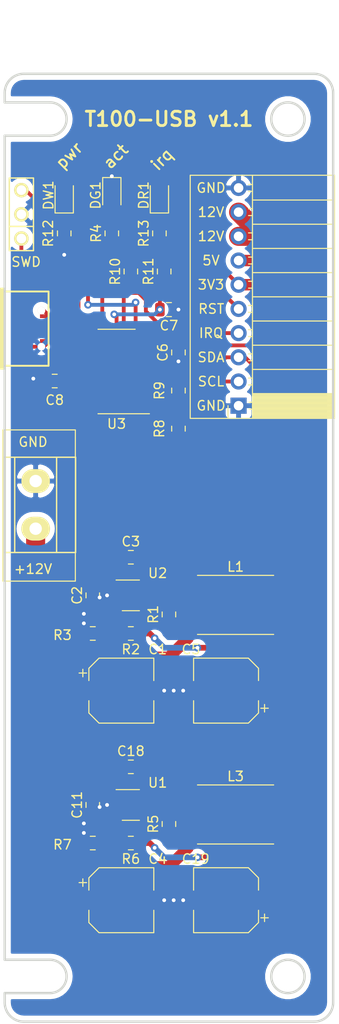
<source format=kicad_pcb>
(kicad_pcb (version 20171130) (host pcbnew 5.1.5+dfsg1-2build2)

  (general
    (thickness 1.6)
    (drawings 44)
    (tracks 288)
    (zones 0)
    (modules 36)
    (nets 27)
  )

  (page A4)
  (layers
    (0 F.Cu signal)
    (31 B.Cu signal)
    (32 B.Adhes user)
    (33 F.Adhes user)
    (34 B.Paste user)
    (35 F.Paste user)
    (36 B.SilkS user)
    (37 F.SilkS user)
    (38 B.Mask user)
    (39 F.Mask user)
    (40 Dwgs.User user)
    (41 Cmts.User user)
    (42 Eco1.User user)
    (43 Eco2.User user)
    (44 Edge.Cuts user)
    (45 Margin user)
    (46 B.CrtYd user)
    (47 F.CrtYd user)
    (48 B.Fab user hide)
    (49 F.Fab user hide)
  )

  (setup
    (last_trace_width 0.4)
    (user_trace_width 0.6)
    (user_trace_width 1.2)
    (user_trace_width 2)
    (trace_clearance 0.2)
    (zone_clearance 0.508)
    (zone_45_only no)
    (trace_min 0.2)
    (via_size 0.8)
    (via_drill 0.4)
    (via_min_size 0.4)
    (via_min_drill 0.3)
    (user_via 0.9 0.6)
    (uvia_size 0.3)
    (uvia_drill 0.1)
    (uvias_allowed no)
    (uvia_min_size 0.2)
    (uvia_min_drill 0.1)
    (edge_width 0.05)
    (segment_width 0.2)
    (pcb_text_width 0.3)
    (pcb_text_size 1.5 1.5)
    (mod_edge_width 0.12)
    (mod_text_size 1 1)
    (mod_text_width 0.15)
    (pad_size 1.524 1.524)
    (pad_drill 0.762)
    (pad_to_mask_clearance 0.051)
    (solder_mask_min_width 0.25)
    (aux_axis_origin 0 0)
    (visible_elements FFFFFF7F)
    (pcbplotparams
      (layerselection 0x010fc_ffffffff)
      (usegerberextensions false)
      (usegerberattributes false)
      (usegerberadvancedattributes false)
      (creategerberjobfile false)
      (excludeedgelayer true)
      (linewidth 0.100000)
      (plotframeref false)
      (viasonmask false)
      (mode 1)
      (useauxorigin false)
      (hpglpennumber 1)
      (hpglpenspeed 20)
      (hpglpendiameter 15.000000)
      (psnegative false)
      (psa4output false)
      (plotreference true)
      (plotvalue true)
      (plotinvisibletext false)
      (padsonsilk false)
      (subtractmaskfromsilk false)
      (outputformat 1)
      (mirror false)
      (drillshape 0)
      (scaleselection 1)
      (outputdirectory "gerber"))
  )

  (net 0 "")
  (net 1 GND)
  (net 2 +12V)
  (net 3 "Net-(C3-Pad2)")
  (net 4 "Net-(C3-Pad1)")
  (net 5 +3V3)
  (net 6 "Net-(C18-Pad2)")
  (net 7 "Net-(C18-Pad1)")
  (net 8 +5V)
  (net 9 /IRQ)
  (net 10 /I2C_ACT)
  (net 11 /SDA)
  (net 12 /SCL)
  (net 13 "Net-(R1-Pad1)")
  (net 14 "Net-(R2-Pad1)")
  (net 15 "Net-(R5-Pad1)")
  (net 16 "Net-(R6-Pad1)")
  (net 17 "Net-(DR1-Pad1)")
  (net 18 "Net-(DW1-Pad1)")
  (net 19 "Net-(C6-Pad2)")
  (net 20 "Net-(J2-Pad1)")
  (net 21 /USB_DP)
  (net 22 /USB_DM)
  (net 23 /SWDIO)
  (net 24 /SWCLK)
  (net 25 "Net-(DG1-Pad2)")
  (net 26 /RST)

  (net_class Default "This is the default net class."
    (clearance 0.2)
    (trace_width 0.4)
    (via_dia 0.8)
    (via_drill 0.4)
    (uvia_dia 0.3)
    (uvia_drill 0.1)
    (add_net +12V)
    (add_net +3V3)
    (add_net +5V)
    (add_net /I2C_ACT)
    (add_net /IRQ)
    (add_net /RST)
    (add_net /SCL)
    (add_net /SDA)
    (add_net /SWCLK)
    (add_net /SWDIO)
    (add_net /USB_DM)
    (add_net /USB_DP)
    (add_net GND)
    (add_net "Net-(C18-Pad1)")
    (add_net "Net-(C18-Pad2)")
    (add_net "Net-(C3-Pad1)")
    (add_net "Net-(C3-Pad2)")
    (add_net "Net-(C6-Pad2)")
    (add_net "Net-(DG1-Pad2)")
    (add_net "Net-(DR1-Pad1)")
    (add_net "Net-(DW1-Pad1)")
    (add_net "Net-(J2-Pad1)")
    (add_net "Net-(J2-Pad4)")
    (add_net "Net-(R1-Pad1)")
    (add_net "Net-(R2-Pad1)")
    (add_net "Net-(R5-Pad1)")
    (add_net "Net-(R6-Pad1)")
    (add_net "Net-(U3-Pad2)")
    (add_net "Net-(U3-Pad3)")
  )

  (module Connector_PinSocket_2.54mm:PinSocket_1x10_P2.54mm_Horizontal (layer F.Cu) (tedit 5A19A425) (tstamp 60064BF5)
    (at 107.315 85.09 180)
    (descr "Through hole angled socket strip, 1x10, 2.54mm pitch, 8.51mm socket length, single row (from Kicad 4.0.7), script generated")
    (tags "Through hole angled socket strip THT 1x10 2.54mm single row")
    (path /601332C1)
    (fp_text reference J3 (at -4.38 -2.77) (layer F.SilkS) hide
      (effects (font (size 1 1) (thickness 0.15)))
    )
    (fp_text value T100-OUT (at -4.38 25.63) (layer F.Fab)
      (effects (font (size 1 1) (thickness 0.15)))
    )
    (fp_text user %R (at -5.775 11.43 90) (layer F.Fab)
      (effects (font (size 1 1) (thickness 0.15)))
    )
    (fp_line (start 1.75 24.65) (end 1.75 -1.75) (layer F.CrtYd) (width 0.05))
    (fp_line (start -10.55 24.65) (end 1.75 24.65) (layer F.CrtYd) (width 0.05))
    (fp_line (start -10.55 -1.75) (end -10.55 24.65) (layer F.CrtYd) (width 0.05))
    (fp_line (start 1.75 -1.75) (end -10.55 -1.75) (layer F.CrtYd) (width 0.05))
    (fp_line (start 0 -1.33) (end 1.11 -1.33) (layer F.SilkS) (width 0.12))
    (fp_line (start 1.11 -1.33) (end 1.11 0) (layer F.SilkS) (width 0.12))
    (fp_line (start -10.09 -1.33) (end -10.09 24.19) (layer F.SilkS) (width 0.12))
    (fp_line (start -10.09 24.19) (end -1.46 24.19) (layer F.SilkS) (width 0.12))
    (fp_line (start -1.46 -1.33) (end -1.46 24.19) (layer F.SilkS) (width 0.12))
    (fp_line (start -10.09 -1.33) (end -1.46 -1.33) (layer F.SilkS) (width 0.12))
    (fp_line (start -10.09 21.59) (end -1.46 21.59) (layer F.SilkS) (width 0.12))
    (fp_line (start -10.09 19.05) (end -1.46 19.05) (layer F.SilkS) (width 0.12))
    (fp_line (start -10.09 16.51) (end -1.46 16.51) (layer F.SilkS) (width 0.12))
    (fp_line (start -10.09 13.97) (end -1.46 13.97) (layer F.SilkS) (width 0.12))
    (fp_line (start -10.09 11.43) (end -1.46 11.43) (layer F.SilkS) (width 0.12))
    (fp_line (start -10.09 8.89) (end -1.46 8.89) (layer F.SilkS) (width 0.12))
    (fp_line (start -10.09 6.35) (end -1.46 6.35) (layer F.SilkS) (width 0.12))
    (fp_line (start -10.09 3.81) (end -1.46 3.81) (layer F.SilkS) (width 0.12))
    (fp_line (start -10.09 1.27) (end -1.46 1.27) (layer F.SilkS) (width 0.12))
    (fp_line (start -1.46 23.22) (end -1.05 23.22) (layer F.SilkS) (width 0.12))
    (fp_line (start -1.46 22.5) (end -1.05 22.5) (layer F.SilkS) (width 0.12))
    (fp_line (start -1.46 20.68) (end -1.05 20.68) (layer F.SilkS) (width 0.12))
    (fp_line (start -1.46 19.96) (end -1.05 19.96) (layer F.SilkS) (width 0.12))
    (fp_line (start -1.46 18.14) (end -1.05 18.14) (layer F.SilkS) (width 0.12))
    (fp_line (start -1.46 17.42) (end -1.05 17.42) (layer F.SilkS) (width 0.12))
    (fp_line (start -1.46 15.6) (end -1.05 15.6) (layer F.SilkS) (width 0.12))
    (fp_line (start -1.46 14.88) (end -1.05 14.88) (layer F.SilkS) (width 0.12))
    (fp_line (start -1.46 13.06) (end -1.05 13.06) (layer F.SilkS) (width 0.12))
    (fp_line (start -1.46 12.34) (end -1.05 12.34) (layer F.SilkS) (width 0.12))
    (fp_line (start -1.46 10.52) (end -1.05 10.52) (layer F.SilkS) (width 0.12))
    (fp_line (start -1.46 9.8) (end -1.05 9.8) (layer F.SilkS) (width 0.12))
    (fp_line (start -1.46 7.98) (end -1.05 7.98) (layer F.SilkS) (width 0.12))
    (fp_line (start -1.46 7.26) (end -1.05 7.26) (layer F.SilkS) (width 0.12))
    (fp_line (start -1.46 5.44) (end -1.05 5.44) (layer F.SilkS) (width 0.12))
    (fp_line (start -1.46 4.72) (end -1.05 4.72) (layer F.SilkS) (width 0.12))
    (fp_line (start -1.46 2.9) (end -1.05 2.9) (layer F.SilkS) (width 0.12))
    (fp_line (start -1.46 2.18) (end -1.05 2.18) (layer F.SilkS) (width 0.12))
    (fp_line (start -1.46 0.36) (end -1.11 0.36) (layer F.SilkS) (width 0.12))
    (fp_line (start -1.46 -0.36) (end -1.11 -0.36) (layer F.SilkS) (width 0.12))
    (fp_line (start -10.09 1.1519) (end -1.46 1.1519) (layer F.SilkS) (width 0.12))
    (fp_line (start -10.09 1.033805) (end -1.46 1.033805) (layer F.SilkS) (width 0.12))
    (fp_line (start -10.09 0.91571) (end -1.46 0.91571) (layer F.SilkS) (width 0.12))
    (fp_line (start -10.09 0.797615) (end -1.46 0.797615) (layer F.SilkS) (width 0.12))
    (fp_line (start -10.09 0.67952) (end -1.46 0.67952) (layer F.SilkS) (width 0.12))
    (fp_line (start -10.09 0.561425) (end -1.46 0.561425) (layer F.SilkS) (width 0.12))
    (fp_line (start -10.09 0.44333) (end -1.46 0.44333) (layer F.SilkS) (width 0.12))
    (fp_line (start -10.09 0.325235) (end -1.46 0.325235) (layer F.SilkS) (width 0.12))
    (fp_line (start -10.09 0.20714) (end -1.46 0.20714) (layer F.SilkS) (width 0.12))
    (fp_line (start -10.09 0.089045) (end -1.46 0.089045) (layer F.SilkS) (width 0.12))
    (fp_line (start -10.09 -0.02905) (end -1.46 -0.02905) (layer F.SilkS) (width 0.12))
    (fp_line (start -10.09 -0.147145) (end -1.46 -0.147145) (layer F.SilkS) (width 0.12))
    (fp_line (start -10.09 -0.26524) (end -1.46 -0.26524) (layer F.SilkS) (width 0.12))
    (fp_line (start -10.09 -0.383335) (end -1.46 -0.383335) (layer F.SilkS) (width 0.12))
    (fp_line (start -10.09 -0.50143) (end -1.46 -0.50143) (layer F.SilkS) (width 0.12))
    (fp_line (start -10.09 -0.619525) (end -1.46 -0.619525) (layer F.SilkS) (width 0.12))
    (fp_line (start -10.09 -0.73762) (end -1.46 -0.73762) (layer F.SilkS) (width 0.12))
    (fp_line (start -10.09 -0.855715) (end -1.46 -0.855715) (layer F.SilkS) (width 0.12))
    (fp_line (start -10.09 -0.97381) (end -1.46 -0.97381) (layer F.SilkS) (width 0.12))
    (fp_line (start -10.09 -1.091905) (end -1.46 -1.091905) (layer F.SilkS) (width 0.12))
    (fp_line (start -10.09 -1.21) (end -1.46 -1.21) (layer F.SilkS) (width 0.12))
    (fp_line (start 0 23.16) (end 0 22.56) (layer F.Fab) (width 0.1))
    (fp_line (start -1.52 23.16) (end 0 23.16) (layer F.Fab) (width 0.1))
    (fp_line (start 0 22.56) (end -1.52 22.56) (layer F.Fab) (width 0.1))
    (fp_line (start 0 20.62) (end 0 20.02) (layer F.Fab) (width 0.1))
    (fp_line (start -1.52 20.62) (end 0 20.62) (layer F.Fab) (width 0.1))
    (fp_line (start 0 20.02) (end -1.52 20.02) (layer F.Fab) (width 0.1))
    (fp_line (start 0 18.08) (end 0 17.48) (layer F.Fab) (width 0.1))
    (fp_line (start -1.52 18.08) (end 0 18.08) (layer F.Fab) (width 0.1))
    (fp_line (start 0 17.48) (end -1.52 17.48) (layer F.Fab) (width 0.1))
    (fp_line (start 0 15.54) (end 0 14.94) (layer F.Fab) (width 0.1))
    (fp_line (start -1.52 15.54) (end 0 15.54) (layer F.Fab) (width 0.1))
    (fp_line (start 0 14.94) (end -1.52 14.94) (layer F.Fab) (width 0.1))
    (fp_line (start 0 13) (end 0 12.4) (layer F.Fab) (width 0.1))
    (fp_line (start -1.52 13) (end 0 13) (layer F.Fab) (width 0.1))
    (fp_line (start 0 12.4) (end -1.52 12.4) (layer F.Fab) (width 0.1))
    (fp_line (start 0 10.46) (end 0 9.86) (layer F.Fab) (width 0.1))
    (fp_line (start -1.52 10.46) (end 0 10.46) (layer F.Fab) (width 0.1))
    (fp_line (start 0 9.86) (end -1.52 9.86) (layer F.Fab) (width 0.1))
    (fp_line (start 0 7.92) (end 0 7.32) (layer F.Fab) (width 0.1))
    (fp_line (start -1.52 7.92) (end 0 7.92) (layer F.Fab) (width 0.1))
    (fp_line (start 0 7.32) (end -1.52 7.32) (layer F.Fab) (width 0.1))
    (fp_line (start 0 5.38) (end 0 4.78) (layer F.Fab) (width 0.1))
    (fp_line (start -1.52 5.38) (end 0 5.38) (layer F.Fab) (width 0.1))
    (fp_line (start 0 4.78) (end -1.52 4.78) (layer F.Fab) (width 0.1))
    (fp_line (start 0 2.84) (end 0 2.24) (layer F.Fab) (width 0.1))
    (fp_line (start -1.52 2.84) (end 0 2.84) (layer F.Fab) (width 0.1))
    (fp_line (start 0 2.24) (end -1.52 2.24) (layer F.Fab) (width 0.1))
    (fp_line (start 0 0.3) (end 0 -0.3) (layer F.Fab) (width 0.1))
    (fp_line (start -1.52 0.3) (end 0 0.3) (layer F.Fab) (width 0.1))
    (fp_line (start 0 -0.3) (end -1.52 -0.3) (layer F.Fab) (width 0.1))
    (fp_line (start -10.03 24.13) (end -10.03 -1.27) (layer F.Fab) (width 0.1))
    (fp_line (start -1.52 24.13) (end -10.03 24.13) (layer F.Fab) (width 0.1))
    (fp_line (start -1.52 -0.3) (end -1.52 24.13) (layer F.Fab) (width 0.1))
    (fp_line (start -2.49 -1.27) (end -1.52 -0.3) (layer F.Fab) (width 0.1))
    (fp_line (start -10.03 -1.27) (end -2.49 -1.27) (layer F.Fab) (width 0.1))
    (pad 10 thru_hole oval (at 0 22.86 180) (size 1.7 1.7) (drill 1) (layers *.Cu *.Mask)
      (net 1 GND))
    (pad 9 thru_hole oval (at 0 20.32 180) (size 1.7 1.7) (drill 1) (layers *.Cu *.Mask)
      (net 2 +12V))
    (pad 8 thru_hole oval (at 0 17.78 180) (size 1.7 1.7) (drill 1) (layers *.Cu *.Mask)
      (net 2 +12V))
    (pad 7 thru_hole oval (at 0 15.24 180) (size 1.7 1.7) (drill 1) (layers *.Cu *.Mask)
      (net 8 +5V))
    (pad 6 thru_hole oval (at 0 12.7 180) (size 1.7 1.7) (drill 1) (layers *.Cu *.Mask)
      (net 5 +3V3))
    (pad 5 thru_hole oval (at 0 10.16 180) (size 1.7 1.7) (drill 1) (layers *.Cu *.Mask)
      (net 26 /RST))
    (pad 4 thru_hole oval (at 0 7.62 180) (size 1.7 1.7) (drill 1) (layers *.Cu *.Mask)
      (net 9 /IRQ))
    (pad 3 thru_hole oval (at 0 5.08 180) (size 1.7 1.7) (drill 1) (layers *.Cu *.Mask)
      (net 11 /SDA))
    (pad 2 thru_hole oval (at 0 2.54 180) (size 1.7 1.7) (drill 1) (layers *.Cu *.Mask)
      (net 12 /SCL))
    (pad 1 thru_hole rect (at 0 0 180) (size 1.7 1.7) (drill 1) (layers *.Cu *.Mask)
      (net 1 GND))
    (model ${KISYS3DMOD}/Connector_PinSocket_2.54mm.3dshapes/PinSocket_1x10_P2.54mm_Horizontal.wrl
      (at (xyz 0 0 0))
      (scale (xyz 1 1 1))
      (rotate (xyz 0 0 0))
    )
  )

  (module Capacitor_SMD:C_0805_2012Metric (layer F.Cu) (tedit 5F68FEEE) (tstamp 606A1C89)
    (at 100 75 180)
    (descr "Capacitor SMD 0805 (2012 Metric), square (rectangular) end terminal, IPC_7351 nominal, (Body size source: IPC-SM-782 page 76, https://www.pcb-3d.com/wordpress/wp-content/uploads/ipc-sm-782a_amendment_1_and_2.pdf, https://docs.google.com/spreadsheets/d/1BsfQQcO9C6DZCsRaXUlFlo91Tg2WpOkGARC1WS5S8t0/edit?usp=sharing), generated with kicad-footprint-generator")
    (tags capacitor)
    (path /60708A54)
    (attr smd)
    (fp_text reference C7 (at 0 -1.68) (layer F.SilkS)
      (effects (font (size 1 1) (thickness 0.15)))
    )
    (fp_text value 100n (at 0 1.68) (layer F.Fab)
      (effects (font (size 1 1) (thickness 0.15)))
    )
    (fp_text user %R (at 0 0) (layer F.Fab)
      (effects (font (size 0.5 0.5) (thickness 0.08)))
    )
    (fp_line (start 1.7 0.98) (end -1.7 0.98) (layer F.CrtYd) (width 0.05))
    (fp_line (start 1.7 -0.98) (end 1.7 0.98) (layer F.CrtYd) (width 0.05))
    (fp_line (start -1.7 -0.98) (end 1.7 -0.98) (layer F.CrtYd) (width 0.05))
    (fp_line (start -1.7 0.98) (end -1.7 -0.98) (layer F.CrtYd) (width 0.05))
    (fp_line (start -0.261252 0.735) (end 0.261252 0.735) (layer F.SilkS) (width 0.12))
    (fp_line (start -0.261252 -0.735) (end 0.261252 -0.735) (layer F.SilkS) (width 0.12))
    (fp_line (start 1 0.625) (end -1 0.625) (layer F.Fab) (width 0.1))
    (fp_line (start 1 -0.625) (end 1 0.625) (layer F.Fab) (width 0.1))
    (fp_line (start -1 -0.625) (end 1 -0.625) (layer F.Fab) (width 0.1))
    (fp_line (start -1 0.625) (end -1 -0.625) (layer F.Fab) (width 0.1))
    (pad 2 smd roundrect (at 0.95 0 180) (size 1 1.45) (layers F.Cu F.Paste F.Mask) (roundrect_rratio 0.25)
      (net 26 /RST))
    (pad 1 smd roundrect (at -0.95 0 180) (size 1 1.45) (layers F.Cu F.Paste F.Mask) (roundrect_rratio 0.25)
      (net 1 GND))
    (model ${KISYS3DMOD}/Capacitor_SMD.3dshapes/C_0805_2012Metric.wrl
      (at (xyz 0 0 0))
      (scale (xyz 1 1 1))
      (rotate (xyz 0 0 0))
    )
  )

  (module Drake:DG301-5.0-02 (layer F.Cu) (tedit 5777CD9F) (tstamp 6041F338)
    (at 86 93 270)
    (path /6011C99D)
    (fp_text reference J1 (at 0 4.4 90) (layer F.SilkS) hide
      (effects (font (size 1 1) (thickness 0.15)))
    )
    (fp_text value Conn_01x02_Female (at 0 -5.4 90) (layer F.Fab)
      (effects (font (size 1 1) (thickness 0.15)))
    )
    (fp_line (start -2.5 -4.2) (end 7.5 -4.2) (layer F.SilkS) (width 0.15))
    (fp_line (start 7.5 -4.2) (end 7.5 3.2) (layer F.SilkS) (width 0.15))
    (fp_line (start 7.5 3.2) (end -2.5 3.2) (layer F.SilkS) (width 0.15))
    (fp_line (start -2.5 3.2) (end -2.5 -4.2) (layer F.SilkS) (width 0.15))
    (fp_line (start -2.5 -2.2) (end 7.5 -2.2) (layer F.SilkS) (width 0.15))
    (fp_line (start -2.5 2.2) (end 7.5 2.2) (layer F.SilkS) (width 0.15))
    (pad 2 thru_hole oval (at 5 0 270) (size 2.5 3) (drill 1.3) (layers *.Cu *.Mask F.SilkS)
      (net 2 +12V))
    (pad 1 thru_hole oval (at 0 0 270) (size 2.5 3) (drill 1.3) (layers *.Cu *.Mask F.SilkS)
      (net 1 GND))
    (model ${HW_KICAD}/footprints/DG301-5.0-02.step
      (at (xyz 0 0 0))
      (scale (xyz 1 1 1))
      (rotate (xyz 0 0 0))
    )
  )

  (module Drake:SWD (layer F.Cu) (tedit 56B33A4E) (tstamp 6041A6D2)
    (at 84.5 65 90)
    (path /60456A4A)
    (fp_text reference X1 (at 0 2.54 90) (layer F.SilkS) hide
      (effects (font (size 1 1) (thickness 0.15)))
    )
    (fp_text value SWD (at 0 -2.54 90) (layer F.Fab)
      (effects (font (size 1 1) (thickness 0.15)))
    )
    (fp_line (start -3.81 1.27) (end -3.81 -1.27) (layer F.SilkS) (width 0.15))
    (fp_line (start 3.81 1.27) (end -3.81 1.27) (layer F.SilkS) (width 0.15))
    (fp_line (start 3.81 -1.27) (end 3.81 1.27) (layer F.SilkS) (width 0.15))
    (fp_line (start -3.81 -1.27) (end 3.81 -1.27) (layer F.SilkS) (width 0.15))
    (fp_line (start -1.27 -1.27) (end -1.27 1.27) (layer F.SilkS) (width 0.15))
    (pad 3 thru_hole circle (at 2.54 0 90) (size 1.524 1.524) (drill 1.016) (layers *.Cu *.Mask F.SilkS)
      (net 24 /SWCLK))
    (pad 2 thru_hole circle (at 0 0 90) (size 1.524 1.524) (drill 1.016) (layers *.Cu *.Mask F.SilkS)
      (net 1 GND))
    (pad 1 thru_hole circle (at -2.54 0 90) (size 1.524 1.524) (drill 1.016) (layers *.Cu *.Mask F.SilkS)
      (net 23 /SWDIO))
  )

  (module Package_SO:SOIC-14_3.9x8.7mm_P1.27mm (layer F.Cu) (tedit 5D9F72B1) (tstamp 60412C05)
    (at 94.5 81.5 180)
    (descr "SOIC, 14 Pin (JEDEC MS-012AB, https://www.analog.com/media/en/package-pcb-resources/package/pkg_pdf/soic_narrow-r/r_14.pdf), generated with kicad-footprint-generator ipc_gullwing_generator.py")
    (tags "SOIC SO")
    (path /6041C632)
    (attr smd)
    (fp_text reference U3 (at 0 -5.5) (layer F.SilkS)
      (effects (font (size 1 1) (thickness 0.15)))
    )
    (fp_text value ATSAMD11C14A-SS (at 0 5.28) (layer F.Fab)
      (effects (font (size 1 1) (thickness 0.15)))
    )
    (fp_text user %R (at 0 0) (layer F.Fab)
      (effects (font (size 0.98 0.98) (thickness 0.15)))
    )
    (fp_line (start 3.7 -4.58) (end -3.7 -4.58) (layer F.CrtYd) (width 0.05))
    (fp_line (start 3.7 4.58) (end 3.7 -4.58) (layer F.CrtYd) (width 0.05))
    (fp_line (start -3.7 4.58) (end 3.7 4.58) (layer F.CrtYd) (width 0.05))
    (fp_line (start -3.7 -4.58) (end -3.7 4.58) (layer F.CrtYd) (width 0.05))
    (fp_line (start -1.95 -3.35) (end -0.975 -4.325) (layer F.Fab) (width 0.1))
    (fp_line (start -1.95 4.325) (end -1.95 -3.35) (layer F.Fab) (width 0.1))
    (fp_line (start 1.95 4.325) (end -1.95 4.325) (layer F.Fab) (width 0.1))
    (fp_line (start 1.95 -4.325) (end 1.95 4.325) (layer F.Fab) (width 0.1))
    (fp_line (start -0.975 -4.325) (end 1.95 -4.325) (layer F.Fab) (width 0.1))
    (fp_line (start 0 -4.435) (end -3.45 -4.435) (layer F.SilkS) (width 0.12))
    (fp_line (start 0 -4.435) (end 1.95 -4.435) (layer F.SilkS) (width 0.12))
    (fp_line (start 0 4.435) (end -1.95 4.435) (layer F.SilkS) (width 0.12))
    (fp_line (start 0 4.435) (end 1.95 4.435) (layer F.SilkS) (width 0.12))
    (pad 14 smd roundrect (at 2.475 -3.81 180) (size 1.95 0.6) (layers F.Cu F.Paste F.Mask) (roundrect_rratio 0.25)
      (net 26 /RST))
    (pad 13 smd roundrect (at 2.475 -2.54 180) (size 1.95 0.6) (layers F.Cu F.Paste F.Mask) (roundrect_rratio 0.25)
      (net 10 /I2C_ACT))
    (pad 12 smd roundrect (at 2.475 -1.27 180) (size 1.95 0.6) (layers F.Cu F.Paste F.Mask) (roundrect_rratio 0.25)
      (net 5 +3V3))
    (pad 11 smd roundrect (at 2.475 0 180) (size 1.95 0.6) (layers F.Cu F.Paste F.Mask) (roundrect_rratio 0.25)
      (net 1 GND))
    (pad 10 smd roundrect (at 2.475 1.27 180) (size 1.95 0.6) (layers F.Cu F.Paste F.Mask) (roundrect_rratio 0.25)
      (net 21 /USB_DP))
    (pad 9 smd roundrect (at 2.475 2.54 180) (size 1.95 0.6) (layers F.Cu F.Paste F.Mask) (roundrect_rratio 0.25)
      (net 22 /USB_DM))
    (pad 8 smd roundrect (at 2.475 3.81 180) (size 1.95 0.6) (layers F.Cu F.Paste F.Mask) (roundrect_rratio 0.25)
      (net 23 /SWDIO))
    (pad 7 smd roundrect (at -2.475 3.81 180) (size 1.95 0.6) (layers F.Cu F.Paste F.Mask) (roundrect_rratio 0.25)
      (net 24 /SWCLK))
    (pad 6 smd roundrect (at -2.475 2.54 180) (size 1.95 0.6) (layers F.Cu F.Paste F.Mask) (roundrect_rratio 0.25)
      (net 19 "Net-(C6-Pad2)"))
    (pad 5 smd roundrect (at -2.475 1.27 180) (size 1.95 0.6) (layers F.Cu F.Paste F.Mask) (roundrect_rratio 0.25)
      (net 12 /SCL))
    (pad 4 smd roundrect (at -2.475 0 180) (size 1.95 0.6) (layers F.Cu F.Paste F.Mask) (roundrect_rratio 0.25)
      (net 11 /SDA))
    (pad 3 smd roundrect (at -2.475 -1.27 180) (size 1.95 0.6) (layers F.Cu F.Paste F.Mask) (roundrect_rratio 0.25))
    (pad 2 smd roundrect (at -2.475 -2.54 180) (size 1.95 0.6) (layers F.Cu F.Paste F.Mask) (roundrect_rratio 0.25))
    (pad 1 smd roundrect (at -2.475 -3.81 180) (size 1.95 0.6) (layers F.Cu F.Paste F.Mask) (roundrect_rratio 0.25)
      (net 9 /IRQ))
    (model ${KISYS3DMOD}/Package_SO.3dshapes/SOIC-14_3.9x8.7mm_P1.27mm.wrl
      (at (xyz 0 0 0))
      (scale (xyz 1 1 1))
      (rotate (xyz 0 0 0))
    )
  )

  (module Capacitor_SMD:C_0805_2012Metric (layer F.Cu) (tedit 5B36C52B) (tstamp 604126FB)
    (at 101 79.5 90)
    (descr "Capacitor SMD 0805 (2012 Metric), square (rectangular) end terminal, IPC_7351 nominal, (Body size source: https://docs.google.com/spreadsheets/d/1BsfQQcO9C6DZCsRaXUlFlo91Tg2WpOkGARC1WS5S8t0/edit?usp=sharing), generated with kicad-footprint-generator")
    (tags capacitor)
    (path /6044CDF1)
    (attr smd)
    (fp_text reference C6 (at 0 -1.65 90) (layer F.SilkS)
      (effects (font (size 1 1) (thickness 0.15)))
    )
    (fp_text value 100n (at 0 1.65 90) (layer F.Fab)
      (effects (font (size 1 1) (thickness 0.15)))
    )
    (fp_text user %R (at 0 0 90) (layer F.Fab)
      (effects (font (size 0.5 0.5) (thickness 0.08)))
    )
    (fp_line (start 1.68 0.95) (end -1.68 0.95) (layer F.CrtYd) (width 0.05))
    (fp_line (start 1.68 -0.95) (end 1.68 0.95) (layer F.CrtYd) (width 0.05))
    (fp_line (start -1.68 -0.95) (end 1.68 -0.95) (layer F.CrtYd) (width 0.05))
    (fp_line (start -1.68 0.95) (end -1.68 -0.95) (layer F.CrtYd) (width 0.05))
    (fp_line (start -0.258578 0.71) (end 0.258578 0.71) (layer F.SilkS) (width 0.12))
    (fp_line (start -0.258578 -0.71) (end 0.258578 -0.71) (layer F.SilkS) (width 0.12))
    (fp_line (start 1 0.6) (end -1 0.6) (layer F.Fab) (width 0.1))
    (fp_line (start 1 -0.6) (end 1 0.6) (layer F.Fab) (width 0.1))
    (fp_line (start -1 -0.6) (end 1 -0.6) (layer F.Fab) (width 0.1))
    (fp_line (start -1 0.6) (end -1 -0.6) (layer F.Fab) (width 0.1))
    (pad 2 smd roundrect (at 0.9375 0 90) (size 0.975 1.4) (layers F.Cu F.Paste F.Mask) (roundrect_rratio 0.25)
      (net 19 "Net-(C6-Pad2)"))
    (pad 1 smd roundrect (at -0.9375 0 90) (size 0.975 1.4) (layers F.Cu F.Paste F.Mask) (roundrect_rratio 0.25)
      (net 1 GND))
    (model ${KISYS3DMOD}/Capacitor_SMD.3dshapes/C_0805_2012Metric.wrl
      (at (xyz 0 0 0))
      (scale (xyz 1 1 1))
      (rotate (xyz 0 0 0))
    )
  )

  (module Drake:CKCS6028 (layer F.Cu) (tedit 6005FB71) (tstamp 60067E0B)
    (at 107 128)
    (descr "Inductor, Taiyo Yuden, NR series, Taiyo-Yuden_NR-60xx, 6.0mmx6.0mm")
    (tags "inductor taiyo-yuden nr smd")
    (path /5CC48C37)
    (attr smd)
    (fp_text reference L3 (at 0 -4) (layer F.SilkS)
      (effects (font (size 1 1) (thickness 0.15)))
    )
    (fp_text value 6.8uH (at 0 4.5) (layer F.Fab)
      (effects (font (size 1 1) (thickness 0.15)))
    )
    (fp_line (start 4.25 -3.25) (end -4.25 -3.25) (layer F.CrtYd) (width 0.05))
    (fp_line (start 4.25 3.25) (end 4.25 -3.25) (layer F.CrtYd) (width 0.05))
    (fp_line (start -4.25 3.25) (end 4.25 3.25) (layer F.CrtYd) (width 0.05))
    (fp_line (start -4.25 -3.25) (end -4.25 3.25) (layer F.CrtYd) (width 0.05))
    (fp_line (start -4 3.1) (end 4 3.1) (layer F.SilkS) (width 0.12))
    (fp_line (start -4 -3.1) (end 4 -3.1) (layer F.SilkS) (width 0.12))
    (fp_line (start -2 3) (end 0 3) (layer F.Fab) (width 0.1))
    (fp_line (start -3 2) (end -2 3) (layer F.Fab) (width 0.1))
    (fp_line (start -3 0) (end -3 2) (layer F.Fab) (width 0.1))
    (fp_line (start 2 3) (end 0 3) (layer F.Fab) (width 0.1))
    (fp_line (start 3 2) (end 2 3) (layer F.Fab) (width 0.1))
    (fp_line (start 3 0) (end 3 2) (layer F.Fab) (width 0.1))
    (fp_line (start 2 -3) (end 0 -3) (layer F.Fab) (width 0.1))
    (fp_line (start 3 -2) (end 2 -3) (layer F.Fab) (width 0.1))
    (fp_line (start 3 0) (end 3 -2) (layer F.Fab) (width 0.1))
    (fp_line (start -2 -3) (end 0 -3) (layer F.Fab) (width 0.1))
    (fp_line (start -3 -2) (end -2 -3) (layer F.Fab) (width 0.1))
    (fp_line (start -3 0) (end -3 -2) (layer F.Fab) (width 0.1))
    (fp_text user %R (at 0 0) (layer F.Fab)
      (effects (font (size 1 1) (thickness 0.15)))
    )
    (pad 2 smd rect (at 2.775 0) (size 2.45 5.9) (layers F.Cu F.Paste F.Mask)
      (net 8 +5V))
    (pad 1 smd rect (at -2.775 0) (size 2.45 5.9) (layers F.Cu F.Paste F.Mask)
      (net 6 "Net-(C18-Pad2)"))
    (model ${HW_KICAD}/footprints/CKCS6028.step
      (at (xyz 0 0 0))
      (scale (xyz 1 1 1))
      (rotate (xyz 0 0 0))
    )
  )

  (module Drake:CKCS6028 (layer F.Cu) (tedit 6005FB71) (tstamp 60067C40)
    (at 107 106)
    (descr "Inductor, Taiyo Yuden, NR series, Taiyo-Yuden_NR-60xx, 6.0mmx6.0mm")
    (tags "inductor taiyo-yuden nr smd")
    (path /60129420)
    (attr smd)
    (fp_text reference L1 (at 0 -4) (layer F.SilkS)
      (effects (font (size 1 1) (thickness 0.15)))
    )
    (fp_text value 6.8uH (at 0 4.5) (layer F.Fab)
      (effects (font (size 1 1) (thickness 0.15)))
    )
    (fp_line (start 4.25 -3.25) (end -4.25 -3.25) (layer F.CrtYd) (width 0.05))
    (fp_line (start 4.25 3.25) (end 4.25 -3.25) (layer F.CrtYd) (width 0.05))
    (fp_line (start -4.25 3.25) (end 4.25 3.25) (layer F.CrtYd) (width 0.05))
    (fp_line (start -4.25 -3.25) (end -4.25 3.25) (layer F.CrtYd) (width 0.05))
    (fp_line (start -4 3.1) (end 4 3.1) (layer F.SilkS) (width 0.12))
    (fp_line (start -4 -3.1) (end 4 -3.1) (layer F.SilkS) (width 0.12))
    (fp_line (start -2 3) (end 0 3) (layer F.Fab) (width 0.1))
    (fp_line (start -3 2) (end -2 3) (layer F.Fab) (width 0.1))
    (fp_line (start -3 0) (end -3 2) (layer F.Fab) (width 0.1))
    (fp_line (start 2 3) (end 0 3) (layer F.Fab) (width 0.1))
    (fp_line (start 3 2) (end 2 3) (layer F.Fab) (width 0.1))
    (fp_line (start 3 0) (end 3 2) (layer F.Fab) (width 0.1))
    (fp_line (start 2 -3) (end 0 -3) (layer F.Fab) (width 0.1))
    (fp_line (start 3 -2) (end 2 -3) (layer F.Fab) (width 0.1))
    (fp_line (start 3 0) (end 3 -2) (layer F.Fab) (width 0.1))
    (fp_line (start -2 -3) (end 0 -3) (layer F.Fab) (width 0.1))
    (fp_line (start -3 -2) (end -2 -3) (layer F.Fab) (width 0.1))
    (fp_line (start -3 0) (end -3 -2) (layer F.Fab) (width 0.1))
    (fp_text user %R (at 0 0) (layer F.Fab)
      (effects (font (size 1 1) (thickness 0.15)))
    )
    (pad 2 smd rect (at 2.775 0) (size 2.45 5.9) (layers F.Cu F.Paste F.Mask)
      (net 5 +3V3))
    (pad 1 smd rect (at -2.775 0) (size 2.45 5.9) (layers F.Cu F.Paste F.Mask)
      (net 3 "Net-(C3-Pad2)"))
    (model ${HW_KICAD}/footprints/CKCS6028.step
      (at (xyz 0 0 0))
      (scale (xyz 1 1 1))
      (rotate (xyz 0 0 0))
    )
  )

  (module Capacitor_SMD:C_0805_2012Metric (layer F.Cu) (tedit 5B36C52B) (tstamp 60068BCC)
    (at 88 82.5)
    (descr "Capacitor SMD 0805 (2012 Metric), square (rectangular) end terminal, IPC_7351 nominal, (Body size source: https://docs.google.com/spreadsheets/d/1BsfQQcO9C6DZCsRaXUlFlo91Tg2WpOkGARC1WS5S8t0/edit?usp=sharing), generated with kicad-footprint-generator")
    (tags capacitor)
    (path /602668A4)
    (attr smd)
    (fp_text reference C8 (at 0 2) (layer F.SilkS)
      (effects (font (size 1 1) (thickness 0.15)))
    )
    (fp_text value 100n (at 0 1.65) (layer F.Fab)
      (effects (font (size 1 1) (thickness 0.15)))
    )
    (fp_line (start -1 0.6) (end -1 -0.6) (layer F.Fab) (width 0.1))
    (fp_line (start -1 -0.6) (end 1 -0.6) (layer F.Fab) (width 0.1))
    (fp_line (start 1 -0.6) (end 1 0.6) (layer F.Fab) (width 0.1))
    (fp_line (start 1 0.6) (end -1 0.6) (layer F.Fab) (width 0.1))
    (fp_line (start -0.258578 -0.71) (end 0.258578 -0.71) (layer F.SilkS) (width 0.12))
    (fp_line (start -0.258578 0.71) (end 0.258578 0.71) (layer F.SilkS) (width 0.12))
    (fp_line (start -1.68 0.95) (end -1.68 -0.95) (layer F.CrtYd) (width 0.05))
    (fp_line (start -1.68 -0.95) (end 1.68 -0.95) (layer F.CrtYd) (width 0.05))
    (fp_line (start 1.68 -0.95) (end 1.68 0.95) (layer F.CrtYd) (width 0.05))
    (fp_line (start 1.68 0.95) (end -1.68 0.95) (layer F.CrtYd) (width 0.05))
    (fp_text user %R (at 0 0) (layer F.Fab)
      (effects (font (size 0.5 0.5) (thickness 0.08)))
    )
    (pad 1 smd roundrect (at -0.9375 0) (size 0.975 1.4) (layers F.Cu F.Paste F.Mask) (roundrect_rratio 0.25)
      (net 1 GND))
    (pad 2 smd roundrect (at 0.9375 0) (size 0.975 1.4) (layers F.Cu F.Paste F.Mask) (roundrect_rratio 0.25)
      (net 5 +3V3))
    (model ${KISYS3DMOD}/Capacitor_SMD.3dshapes/C_0805_2012Metric.wrl
      (at (xyz 0 0 0))
      (scale (xyz 1 1 1))
      (rotate (xyz 0 0 0))
    )
  )

  (module Package_TO_SOT_SMD:SOT-23-6 (layer F.Cu) (tedit 5A02FF57) (tstamp 60067CC4)
    (at 96 105)
    (descr "6-pin SOT-23 package")
    (tags SOT-23-6)
    (path /60129439)
    (attr smd)
    (fp_text reference U2 (at 2.815 -2.33) (layer F.SilkS)
      (effects (font (size 1 1) (thickness 0.15)))
    )
    (fp_text value FR8205 (at 0 2.9) (layer F.Fab)
      (effects (font (size 1 1) (thickness 0.15)))
    )
    (fp_line (start 0.9 -1.55) (end 0.9 1.55) (layer F.Fab) (width 0.1))
    (fp_line (start 0.9 1.55) (end -0.9 1.55) (layer F.Fab) (width 0.1))
    (fp_line (start -0.9 -0.9) (end -0.9 1.55) (layer F.Fab) (width 0.1))
    (fp_line (start 0.9 -1.55) (end -0.25 -1.55) (layer F.Fab) (width 0.1))
    (fp_line (start -0.9 -0.9) (end -0.25 -1.55) (layer F.Fab) (width 0.1))
    (fp_line (start -1.9 -1.8) (end -1.9 1.8) (layer F.CrtYd) (width 0.05))
    (fp_line (start -1.9 1.8) (end 1.9 1.8) (layer F.CrtYd) (width 0.05))
    (fp_line (start 1.9 1.8) (end 1.9 -1.8) (layer F.CrtYd) (width 0.05))
    (fp_line (start 1.9 -1.8) (end -1.9 -1.8) (layer F.CrtYd) (width 0.05))
    (fp_line (start 0.9 -1.61) (end -1.55 -1.61) (layer F.SilkS) (width 0.12))
    (fp_line (start -0.9 1.61) (end 0.9 1.61) (layer F.SilkS) (width 0.12))
    (fp_text user %R (at 0 0 90) (layer F.Fab)
      (effects (font (size 0.5 0.5) (thickness 0.075)))
    )
    (pad 5 smd rect (at 1.1 0) (size 1.06 0.65) (layers F.Cu F.Paste F.Mask)
      (net 2 +12V))
    (pad 6 smd rect (at 1.1 -0.95) (size 1.06 0.65) (layers F.Cu F.Paste F.Mask)
      (net 3 "Net-(C3-Pad2)"))
    (pad 4 smd rect (at 1.1 0.95) (size 1.06 0.65) (layers F.Cu F.Paste F.Mask)
      (net 13 "Net-(R1-Pad1)"))
    (pad 3 smd rect (at -1.1 0.95) (size 1.06 0.65) (layers F.Cu F.Paste F.Mask)
      (net 14 "Net-(R2-Pad1)"))
    (pad 2 smd rect (at -1.1 0) (size 1.06 0.65) (layers F.Cu F.Paste F.Mask)
      (net 1 GND))
    (pad 1 smd rect (at -1.1 -0.95) (size 1.06 0.65) (layers F.Cu F.Paste F.Mask)
      (net 4 "Net-(C3-Pad1)"))
    (model ${KISYS3DMOD}/Package_TO_SOT_SMD.3dshapes/SOT-23-6.wrl
      (at (xyz 0 0 0))
      (scale (xyz 1 1 1))
      (rotate (xyz 0 0 0))
    )
  )

  (module Package_TO_SOT_SMD:SOT-23-6 (layer F.Cu) (tedit 5A02FF57) (tstamp 60067C85)
    (at 96 127)
    (descr "6-pin SOT-23 package")
    (tags SOT-23-6)
    (path /5CC26308)
    (attr smd)
    (fp_text reference U1 (at 2.815 -2.33) (layer F.SilkS)
      (effects (font (size 1 1) (thickness 0.15)))
    )
    (fp_text value FR8205 (at 0 2.9) (layer F.Fab)
      (effects (font (size 1 1) (thickness 0.15)))
    )
    (fp_line (start 0.9 -1.55) (end 0.9 1.55) (layer F.Fab) (width 0.1))
    (fp_line (start 0.9 1.55) (end -0.9 1.55) (layer F.Fab) (width 0.1))
    (fp_line (start -0.9 -0.9) (end -0.9 1.55) (layer F.Fab) (width 0.1))
    (fp_line (start 0.9 -1.55) (end -0.25 -1.55) (layer F.Fab) (width 0.1))
    (fp_line (start -0.9 -0.9) (end -0.25 -1.55) (layer F.Fab) (width 0.1))
    (fp_line (start -1.9 -1.8) (end -1.9 1.8) (layer F.CrtYd) (width 0.05))
    (fp_line (start -1.9 1.8) (end 1.9 1.8) (layer F.CrtYd) (width 0.05))
    (fp_line (start 1.9 1.8) (end 1.9 -1.8) (layer F.CrtYd) (width 0.05))
    (fp_line (start 1.9 -1.8) (end -1.9 -1.8) (layer F.CrtYd) (width 0.05))
    (fp_line (start 0.9 -1.61) (end -1.55 -1.61) (layer F.SilkS) (width 0.12))
    (fp_line (start -0.9 1.61) (end 0.9 1.61) (layer F.SilkS) (width 0.12))
    (fp_text user %R (at 0 0 90) (layer F.Fab)
      (effects (font (size 0.5 0.5) (thickness 0.075)))
    )
    (pad 5 smd rect (at 1.1 0) (size 1.06 0.65) (layers F.Cu F.Paste F.Mask)
      (net 2 +12V))
    (pad 6 smd rect (at 1.1 -0.95) (size 1.06 0.65) (layers F.Cu F.Paste F.Mask)
      (net 6 "Net-(C18-Pad2)"))
    (pad 4 smd rect (at 1.1 0.95) (size 1.06 0.65) (layers F.Cu F.Paste F.Mask)
      (net 15 "Net-(R5-Pad1)"))
    (pad 3 smd rect (at -1.1 0.95) (size 1.06 0.65) (layers F.Cu F.Paste F.Mask)
      (net 16 "Net-(R6-Pad1)"))
    (pad 2 smd rect (at -1.1 0) (size 1.06 0.65) (layers F.Cu F.Paste F.Mask)
      (net 1 GND))
    (pad 1 smd rect (at -1.1 -0.95) (size 1.06 0.65) (layers F.Cu F.Paste F.Mask)
      (net 7 "Net-(C18-Pad1)"))
    (model ${KISYS3DMOD}/Package_TO_SOT_SMD.3dshapes/SOT-23-6.wrl
      (at (xyz 0 0 0))
      (scale (xyz 1 1 1))
      (rotate (xyz 0 0 0))
    )
  )

  (module Resistor_SMD:R_0805_2012Metric (layer F.Cu) (tedit 5B36C52B) (tstamp 60064D04)
    (at 99 67 90)
    (descr "Resistor SMD 0805 (2012 Metric), square (rectangular) end terminal, IPC_7351 nominal, (Body size source: https://docs.google.com/spreadsheets/d/1BsfQQcO9C6DZCsRaXUlFlo91Tg2WpOkGARC1WS5S8t0/edit?usp=sharing), generated with kicad-footprint-generator")
    (tags resistor)
    (path /60187F28)
    (attr smd)
    (fp_text reference R13 (at 0 -1.65 90) (layer F.SilkS)
      (effects (font (size 1 1) (thickness 0.15)))
    )
    (fp_text value 270R (at 0 1.65 90) (layer F.Fab)
      (effects (font (size 1 1) (thickness 0.15)))
    )
    (fp_text user %R (at 0 0 90) (layer F.Fab)
      (effects (font (size 0.5 0.5) (thickness 0.08)))
    )
    (fp_line (start 1.68 0.95) (end -1.68 0.95) (layer F.CrtYd) (width 0.05))
    (fp_line (start 1.68 -0.95) (end 1.68 0.95) (layer F.CrtYd) (width 0.05))
    (fp_line (start -1.68 -0.95) (end 1.68 -0.95) (layer F.CrtYd) (width 0.05))
    (fp_line (start -1.68 0.95) (end -1.68 -0.95) (layer F.CrtYd) (width 0.05))
    (fp_line (start -0.258578 0.71) (end 0.258578 0.71) (layer F.SilkS) (width 0.12))
    (fp_line (start -0.258578 -0.71) (end 0.258578 -0.71) (layer F.SilkS) (width 0.12))
    (fp_line (start 1 0.6) (end -1 0.6) (layer F.Fab) (width 0.1))
    (fp_line (start 1 -0.6) (end 1 0.6) (layer F.Fab) (width 0.1))
    (fp_line (start -1 -0.6) (end 1 -0.6) (layer F.Fab) (width 0.1))
    (fp_line (start -1 0.6) (end -1 -0.6) (layer F.Fab) (width 0.1))
    (pad 2 smd roundrect (at 0.9375 0 90) (size 0.975 1.4) (layers F.Cu F.Paste F.Mask) (roundrect_rratio 0.25)
      (net 17 "Net-(DR1-Pad1)"))
    (pad 1 smd roundrect (at -0.9375 0 90) (size 0.975 1.4) (layers F.Cu F.Paste F.Mask) (roundrect_rratio 0.25)
      (net 9 /IRQ))
    (model ${KISYS3DMOD}/Resistor_SMD.3dshapes/R_0805_2012Metric.wrl
      (at (xyz 0 0 0))
      (scale (xyz 1 1 1))
      (rotate (xyz 0 0 0))
    )
  )

  (module Resistor_SMD:R_0805_2012Metric (layer F.Cu) (tedit 5B36C52B) (tstamp 60064CF3)
    (at 89 67 270)
    (descr "Resistor SMD 0805 (2012 Metric), square (rectangular) end terminal, IPC_7351 nominal, (Body size source: https://docs.google.com/spreadsheets/d/1BsfQQcO9C6DZCsRaXUlFlo91Tg2WpOkGARC1WS5S8t0/edit?usp=sharing), generated with kicad-footprint-generator")
    (tags resistor)
    (path /6020898A)
    (attr smd)
    (fp_text reference R12 (at 0 1.685 90) (layer F.SilkS)
      (effects (font (size 1 1) (thickness 0.15)))
    )
    (fp_text value 1k5 (at 0 1.65 90) (layer F.Fab)
      (effects (font (size 1 1) (thickness 0.15)))
    )
    (fp_text user %R (at 0 0 90) (layer F.Fab)
      (effects (font (size 0.5 0.5) (thickness 0.08)))
    )
    (fp_line (start 1.68 0.95) (end -1.68 0.95) (layer F.CrtYd) (width 0.05))
    (fp_line (start 1.68 -0.95) (end 1.68 0.95) (layer F.CrtYd) (width 0.05))
    (fp_line (start -1.68 -0.95) (end 1.68 -0.95) (layer F.CrtYd) (width 0.05))
    (fp_line (start -1.68 0.95) (end -1.68 -0.95) (layer F.CrtYd) (width 0.05))
    (fp_line (start -0.258578 0.71) (end 0.258578 0.71) (layer F.SilkS) (width 0.12))
    (fp_line (start -0.258578 -0.71) (end 0.258578 -0.71) (layer F.SilkS) (width 0.12))
    (fp_line (start 1 0.6) (end -1 0.6) (layer F.Fab) (width 0.1))
    (fp_line (start 1 -0.6) (end 1 0.6) (layer F.Fab) (width 0.1))
    (fp_line (start -1 -0.6) (end 1 -0.6) (layer F.Fab) (width 0.1))
    (fp_line (start -1 0.6) (end -1 -0.6) (layer F.Fab) (width 0.1))
    (pad 2 smd roundrect (at 0.9375 0 270) (size 0.975 1.4) (layers F.Cu F.Paste F.Mask) (roundrect_rratio 0.25)
      (net 1 GND))
    (pad 1 smd roundrect (at -0.9375 0 270) (size 0.975 1.4) (layers F.Cu F.Paste F.Mask) (roundrect_rratio 0.25)
      (net 18 "Net-(DW1-Pad1)"))
    (model ${KISYS3DMOD}/Resistor_SMD.3dshapes/R_0805_2012Metric.wrl
      (at (xyz 0 0 0))
      (scale (xyz 1 1 1))
      (rotate (xyz 0 0 0))
    )
  )

  (module Resistor_SMD:R_0805_2012Metric (layer F.Cu) (tedit 5B36C52B) (tstamp 60064CE2)
    (at 99.5 71 90)
    (descr "Resistor SMD 0805 (2012 Metric), square (rectangular) end terminal, IPC_7351 nominal, (Body size source: https://docs.google.com/spreadsheets/d/1BsfQQcO9C6DZCsRaXUlFlo91Tg2WpOkGARC1WS5S8t0/edit?usp=sharing), generated with kicad-footprint-generator")
    (tags resistor)
    (path /601FBB84)
    (attr smd)
    (fp_text reference R11 (at 0 -1.65 90) (layer F.SilkS)
      (effects (font (size 1 1) (thickness 0.15)))
    )
    (fp_text value 1K5 (at 0 1.65 90) (layer F.Fab)
      (effects (font (size 1 1) (thickness 0.15)))
    )
    (fp_text user %R (at 0 0 90) (layer F.Fab)
      (effects (font (size 0.5 0.5) (thickness 0.08)))
    )
    (fp_line (start 1.68 0.95) (end -1.68 0.95) (layer F.CrtYd) (width 0.05))
    (fp_line (start 1.68 -0.95) (end 1.68 0.95) (layer F.CrtYd) (width 0.05))
    (fp_line (start -1.68 -0.95) (end 1.68 -0.95) (layer F.CrtYd) (width 0.05))
    (fp_line (start -1.68 0.95) (end -1.68 -0.95) (layer F.CrtYd) (width 0.05))
    (fp_line (start -0.258578 0.71) (end 0.258578 0.71) (layer F.SilkS) (width 0.12))
    (fp_line (start -0.258578 -0.71) (end 0.258578 -0.71) (layer F.SilkS) (width 0.12))
    (fp_line (start 1 0.6) (end -1 0.6) (layer F.Fab) (width 0.1))
    (fp_line (start 1 -0.6) (end 1 0.6) (layer F.Fab) (width 0.1))
    (fp_line (start -1 -0.6) (end 1 -0.6) (layer F.Fab) (width 0.1))
    (fp_line (start -1 0.6) (end -1 -0.6) (layer F.Fab) (width 0.1))
    (pad 2 smd roundrect (at 0.9375 0 90) (size 0.975 1.4) (layers F.Cu F.Paste F.Mask) (roundrect_rratio 0.25)
      (net 5 +3V3))
    (pad 1 smd roundrect (at -0.9375 0 90) (size 0.975 1.4) (layers F.Cu F.Paste F.Mask) (roundrect_rratio 0.25)
      (net 26 /RST))
    (model ${KISYS3DMOD}/Resistor_SMD.3dshapes/R_0805_2012Metric.wrl
      (at (xyz 0 0 0))
      (scale (xyz 1 1 1))
      (rotate (xyz 0 0 0))
    )
  )

  (module Resistor_SMD:R_0805_2012Metric (layer F.Cu) (tedit 5B36C52B) (tstamp 60064CD1)
    (at 96 71 90)
    (descr "Resistor SMD 0805 (2012 Metric), square (rectangular) end terminal, IPC_7351 nominal, (Body size source: https://docs.google.com/spreadsheets/d/1BsfQQcO9C6DZCsRaXUlFlo91Tg2WpOkGARC1WS5S8t0/edit?usp=sharing), generated with kicad-footprint-generator")
    (tags resistor)
    (path /601F3B32)
    (attr smd)
    (fp_text reference R10 (at 0 -1.65 90) (layer F.SilkS)
      (effects (font (size 1 1) (thickness 0.15)))
    )
    (fp_text value 1K5 (at 0 1.65 90) (layer F.Fab)
      (effects (font (size 1 1) (thickness 0.15)))
    )
    (fp_text user %R (at 0 0 90) (layer F.Fab)
      (effects (font (size 0.5 0.5) (thickness 0.08)))
    )
    (fp_line (start 1.68 0.95) (end -1.68 0.95) (layer F.CrtYd) (width 0.05))
    (fp_line (start 1.68 -0.95) (end 1.68 0.95) (layer F.CrtYd) (width 0.05))
    (fp_line (start -1.68 -0.95) (end 1.68 -0.95) (layer F.CrtYd) (width 0.05))
    (fp_line (start -1.68 0.95) (end -1.68 -0.95) (layer F.CrtYd) (width 0.05))
    (fp_line (start -0.258578 0.71) (end 0.258578 0.71) (layer F.SilkS) (width 0.12))
    (fp_line (start -0.258578 -0.71) (end 0.258578 -0.71) (layer F.SilkS) (width 0.12))
    (fp_line (start 1 0.6) (end -1 0.6) (layer F.Fab) (width 0.1))
    (fp_line (start 1 -0.6) (end 1 0.6) (layer F.Fab) (width 0.1))
    (fp_line (start -1 -0.6) (end 1 -0.6) (layer F.Fab) (width 0.1))
    (fp_line (start -1 0.6) (end -1 -0.6) (layer F.Fab) (width 0.1))
    (pad 2 smd roundrect (at 0.9375 0 90) (size 0.975 1.4) (layers F.Cu F.Paste F.Mask) (roundrect_rratio 0.25)
      (net 5 +3V3))
    (pad 1 smd roundrect (at -0.9375 0 90) (size 0.975 1.4) (layers F.Cu F.Paste F.Mask) (roundrect_rratio 0.25)
      (net 9 /IRQ))
    (model ${KISYS3DMOD}/Resistor_SMD.3dshapes/R_0805_2012Metric.wrl
      (at (xyz 0 0 0))
      (scale (xyz 1 1 1))
      (rotate (xyz 0 0 0))
    )
  )

  (module Resistor_SMD:R_0805_2012Metric (layer F.Cu) (tedit 5B36C52B) (tstamp 60076240)
    (at 101 83.5 90)
    (descr "Resistor SMD 0805 (2012 Metric), square (rectangular) end terminal, IPC_7351 nominal, (Body size source: https://docs.google.com/spreadsheets/d/1BsfQQcO9C6DZCsRaXUlFlo91Tg2WpOkGARC1WS5S8t0/edit?usp=sharing), generated with kicad-footprint-generator")
    (tags resistor)
    (path /601D8A79)
    (attr smd)
    (fp_text reference R9 (at 0 -2 90) (layer F.SilkS)
      (effects (font (size 1 1) (thickness 0.15)))
    )
    (fp_text value 1K5 (at 0 1.65 90) (layer F.Fab)
      (effects (font (size 1 1) (thickness 0.15)))
    )
    (fp_text user %R (at 0 0 90) (layer F.Fab)
      (effects (font (size 0.5 0.5) (thickness 0.08)))
    )
    (fp_line (start 1.68 0.95) (end -1.68 0.95) (layer F.CrtYd) (width 0.05))
    (fp_line (start 1.68 -0.95) (end 1.68 0.95) (layer F.CrtYd) (width 0.05))
    (fp_line (start -1.68 -0.95) (end 1.68 -0.95) (layer F.CrtYd) (width 0.05))
    (fp_line (start -1.68 0.95) (end -1.68 -0.95) (layer F.CrtYd) (width 0.05))
    (fp_line (start -0.258578 0.71) (end 0.258578 0.71) (layer F.SilkS) (width 0.12))
    (fp_line (start -0.258578 -0.71) (end 0.258578 -0.71) (layer F.SilkS) (width 0.12))
    (fp_line (start 1 0.6) (end -1 0.6) (layer F.Fab) (width 0.1))
    (fp_line (start 1 -0.6) (end 1 0.6) (layer F.Fab) (width 0.1))
    (fp_line (start -1 -0.6) (end 1 -0.6) (layer F.Fab) (width 0.1))
    (fp_line (start -1 0.6) (end -1 -0.6) (layer F.Fab) (width 0.1))
    (pad 2 smd roundrect (at 0.9375 0 90) (size 0.975 1.4) (layers F.Cu F.Paste F.Mask) (roundrect_rratio 0.25)
      (net 5 +3V3))
    (pad 1 smd roundrect (at -0.9375 0 90) (size 0.975 1.4) (layers F.Cu F.Paste F.Mask) (roundrect_rratio 0.25)
      (net 11 /SDA))
    (model ${KISYS3DMOD}/Resistor_SMD.3dshapes/R_0805_2012Metric.wrl
      (at (xyz 0 0 0))
      (scale (xyz 1 1 1))
      (rotate (xyz 0 0 0))
    )
  )

  (module Resistor_SMD:R_0805_2012Metric (layer F.Cu) (tedit 5B36C52B) (tstamp 6041B1B6)
    (at 101 87.5 270)
    (descr "Resistor SMD 0805 (2012 Metric), square (rectangular) end terminal, IPC_7351 nominal, (Body size source: https://docs.google.com/spreadsheets/d/1BsfQQcO9C6DZCsRaXUlFlo91Tg2WpOkGARC1WS5S8t0/edit?usp=sharing), generated with kicad-footprint-generator")
    (tags resistor)
    (path /601D14C9)
    (attr smd)
    (fp_text reference R8 (at 0 2 90) (layer F.SilkS)
      (effects (font (size 1 1) (thickness 0.15)))
    )
    (fp_text value 1K5 (at 0 1.65 90) (layer F.Fab)
      (effects (font (size 1 1) (thickness 0.15)))
    )
    (fp_text user %R (at 0 0 90) (layer F.Fab)
      (effects (font (size 0.5 0.5) (thickness 0.08)))
    )
    (fp_line (start 1.68 0.95) (end -1.68 0.95) (layer F.CrtYd) (width 0.05))
    (fp_line (start 1.68 -0.95) (end 1.68 0.95) (layer F.CrtYd) (width 0.05))
    (fp_line (start -1.68 -0.95) (end 1.68 -0.95) (layer F.CrtYd) (width 0.05))
    (fp_line (start -1.68 0.95) (end -1.68 -0.95) (layer F.CrtYd) (width 0.05))
    (fp_line (start -0.258578 0.71) (end 0.258578 0.71) (layer F.SilkS) (width 0.12))
    (fp_line (start -0.258578 -0.71) (end 0.258578 -0.71) (layer F.SilkS) (width 0.12))
    (fp_line (start 1 0.6) (end -1 0.6) (layer F.Fab) (width 0.1))
    (fp_line (start 1 -0.6) (end 1 0.6) (layer F.Fab) (width 0.1))
    (fp_line (start -1 -0.6) (end 1 -0.6) (layer F.Fab) (width 0.1))
    (fp_line (start -1 0.6) (end -1 -0.6) (layer F.Fab) (width 0.1))
    (pad 2 smd roundrect (at 0.9375 0 270) (size 0.975 1.4) (layers F.Cu F.Paste F.Mask) (roundrect_rratio 0.25)
      (net 5 +3V3))
    (pad 1 smd roundrect (at -0.9375 0 270) (size 0.975 1.4) (layers F.Cu F.Paste F.Mask) (roundrect_rratio 0.25)
      (net 12 /SCL))
    (model ${KISYS3DMOD}/Resistor_SMD.3dshapes/R_0805_2012Metric.wrl
      (at (xyz 0 0 0))
      (scale (xyz 1 1 1))
      (rotate (xyz 0 0 0))
    )
  )

  (module Resistor_SMD:R_0805_2012Metric (layer F.Cu) (tedit 5B36C52B) (tstamp 60067DD3)
    (at 92 131)
    (descr "Resistor SMD 0805 (2012 Metric), square (rectangular) end terminal, IPC_7351 nominal, (Body size source: https://docs.google.com/spreadsheets/d/1BsfQQcO9C6DZCsRaXUlFlo91Tg2WpOkGARC1WS5S8t0/edit?usp=sharing), generated with kicad-footprint-generator")
    (tags resistor)
    (path /5CC6B922)
    (attr smd)
    (fp_text reference R7 (at -3.185 0.17) (layer F.SilkS)
      (effects (font (size 1 1) (thickness 0.15)))
    )
    (fp_text value "4.22k 1%" (at 0 1.65) (layer F.Fab)
      (effects (font (size 1 1) (thickness 0.15)))
    )
    (fp_text user %R (at 0 0) (layer F.Fab)
      (effects (font (size 0.5 0.5) (thickness 0.08)))
    )
    (fp_line (start 1.68 0.95) (end -1.68 0.95) (layer F.CrtYd) (width 0.05))
    (fp_line (start 1.68 -0.95) (end 1.68 0.95) (layer F.CrtYd) (width 0.05))
    (fp_line (start -1.68 -0.95) (end 1.68 -0.95) (layer F.CrtYd) (width 0.05))
    (fp_line (start -1.68 0.95) (end -1.68 -0.95) (layer F.CrtYd) (width 0.05))
    (fp_line (start -0.258578 0.71) (end 0.258578 0.71) (layer F.SilkS) (width 0.12))
    (fp_line (start -0.258578 -0.71) (end 0.258578 -0.71) (layer F.SilkS) (width 0.12))
    (fp_line (start 1 0.6) (end -1 0.6) (layer F.Fab) (width 0.1))
    (fp_line (start 1 -0.6) (end 1 0.6) (layer F.Fab) (width 0.1))
    (fp_line (start -1 -0.6) (end 1 -0.6) (layer F.Fab) (width 0.1))
    (fp_line (start -1 0.6) (end -1 -0.6) (layer F.Fab) (width 0.1))
    (pad 2 smd roundrect (at 0.9375 0) (size 0.975 1.4) (layers F.Cu F.Paste F.Mask) (roundrect_rratio 0.25)
      (net 16 "Net-(R6-Pad1)"))
    (pad 1 smd roundrect (at -0.9375 0) (size 0.975 1.4) (layers F.Cu F.Paste F.Mask) (roundrect_rratio 0.25)
      (net 1 GND))
    (model ${KISYS3DMOD}/Resistor_SMD.3dshapes/R_0805_2012Metric.wrl
      (at (xyz 0 0 0))
      (scale (xyz 1 1 1))
      (rotate (xyz 0 0 0))
    )
  )

  (module Resistor_SMD:R_0805_2012Metric (layer F.Cu) (tedit 5B36C52B) (tstamp 60069EDD)
    (at 96 131)
    (descr "Resistor SMD 0805 (2012 Metric), square (rectangular) end terminal, IPC_7351 nominal, (Body size source: https://docs.google.com/spreadsheets/d/1BsfQQcO9C6DZCsRaXUlFlo91Tg2WpOkGARC1WS5S8t0/edit?usp=sharing), generated with kicad-footprint-generator")
    (tags resistor)
    (path /5CC4FC6C)
    (attr smd)
    (fp_text reference R6 (at 0 1.67) (layer F.SilkS)
      (effects (font (size 1 1) (thickness 0.15)))
    )
    (fp_text value "30.9k 1%" (at 0 1.65) (layer F.Fab)
      (effects (font (size 1 1) (thickness 0.15)))
    )
    (fp_text user %R (at 0 0) (layer F.Fab)
      (effects (font (size 0.5 0.5) (thickness 0.08)))
    )
    (fp_line (start 1.68 0.95) (end -1.68 0.95) (layer F.CrtYd) (width 0.05))
    (fp_line (start 1.68 -0.95) (end 1.68 0.95) (layer F.CrtYd) (width 0.05))
    (fp_line (start -1.68 -0.95) (end 1.68 -0.95) (layer F.CrtYd) (width 0.05))
    (fp_line (start -1.68 0.95) (end -1.68 -0.95) (layer F.CrtYd) (width 0.05))
    (fp_line (start -0.258578 0.71) (end 0.258578 0.71) (layer F.SilkS) (width 0.12))
    (fp_line (start -0.258578 -0.71) (end 0.258578 -0.71) (layer F.SilkS) (width 0.12))
    (fp_line (start 1 0.6) (end -1 0.6) (layer F.Fab) (width 0.1))
    (fp_line (start 1 -0.6) (end 1 0.6) (layer F.Fab) (width 0.1))
    (fp_line (start -1 -0.6) (end 1 -0.6) (layer F.Fab) (width 0.1))
    (fp_line (start -1 0.6) (end -1 -0.6) (layer F.Fab) (width 0.1))
    (pad 2 smd roundrect (at 0.9375 0) (size 0.975 1.4) (layers F.Cu F.Paste F.Mask) (roundrect_rratio 0.25)
      (net 8 +5V))
    (pad 1 smd roundrect (at -0.9375 0) (size 0.975 1.4) (layers F.Cu F.Paste F.Mask) (roundrect_rratio 0.25)
      (net 16 "Net-(R6-Pad1)"))
    (model ${KISYS3DMOD}/Resistor_SMD.3dshapes/R_0805_2012Metric.wrl
      (at (xyz 0 0 0))
      (scale (xyz 1 1 1))
      (rotate (xyz 0 0 0))
    )
  )

  (module Resistor_SMD:R_0805_2012Metric (layer F.Cu) (tedit 5B36C52B) (tstamp 60064C7C)
    (at 100 129 90)
    (descr "Resistor SMD 0805 (2012 Metric), square (rectangular) end terminal, IPC_7351 nominal, (Body size source: https://docs.google.com/spreadsheets/d/1BsfQQcO9C6DZCsRaXUlFlo91Tg2WpOkGARC1WS5S8t0/edit?usp=sharing), generated with kicad-footprint-generator")
    (tags resistor)
    (path /5CC3BF06)
    (attr smd)
    (fp_text reference R5 (at 0 -1.65 90) (layer F.SilkS)
      (effects (font (size 1 1) (thickness 0.15)))
    )
    (fp_text value 100k (at 0 1.65 90) (layer F.Fab)
      (effects (font (size 1 1) (thickness 0.15)))
    )
    (fp_text user %R (at 0 0 90) (layer F.Fab)
      (effects (font (size 0.5 0.5) (thickness 0.08)))
    )
    (fp_line (start 1.68 0.95) (end -1.68 0.95) (layer F.CrtYd) (width 0.05))
    (fp_line (start 1.68 -0.95) (end 1.68 0.95) (layer F.CrtYd) (width 0.05))
    (fp_line (start -1.68 -0.95) (end 1.68 -0.95) (layer F.CrtYd) (width 0.05))
    (fp_line (start -1.68 0.95) (end -1.68 -0.95) (layer F.CrtYd) (width 0.05))
    (fp_line (start -0.258578 0.71) (end 0.258578 0.71) (layer F.SilkS) (width 0.12))
    (fp_line (start -0.258578 -0.71) (end 0.258578 -0.71) (layer F.SilkS) (width 0.12))
    (fp_line (start 1 0.6) (end -1 0.6) (layer F.Fab) (width 0.1))
    (fp_line (start 1 -0.6) (end 1 0.6) (layer F.Fab) (width 0.1))
    (fp_line (start -1 -0.6) (end 1 -0.6) (layer F.Fab) (width 0.1))
    (fp_line (start -1 0.6) (end -1 -0.6) (layer F.Fab) (width 0.1))
    (pad 2 smd roundrect (at 0.9375 0 90) (size 0.975 1.4) (layers F.Cu F.Paste F.Mask) (roundrect_rratio 0.25)
      (net 2 +12V))
    (pad 1 smd roundrect (at -0.9375 0 90) (size 0.975 1.4) (layers F.Cu F.Paste F.Mask) (roundrect_rratio 0.25)
      (net 15 "Net-(R5-Pad1)"))
    (model ${KISYS3DMOD}/Resistor_SMD.3dshapes/R_0805_2012Metric.wrl
      (at (xyz 0 0 0))
      (scale (xyz 1 1 1))
      (rotate (xyz 0 0 0))
    )
  )

  (module Resistor_SMD:R_0805_2012Metric (layer F.Cu) (tedit 5B36C52B) (tstamp 60066ECB)
    (at 94 67 90)
    (descr "Resistor SMD 0805 (2012 Metric), square (rectangular) end terminal, IPC_7351 nominal, (Body size source: https://docs.google.com/spreadsheets/d/1BsfQQcO9C6DZCsRaXUlFlo91Tg2WpOkGARC1WS5S8t0/edit?usp=sharing), generated with kicad-footprint-generator")
    (tags resistor)
    (path /60166CD6)
    (attr smd)
    (fp_text reference R4 (at 0 -1.65 90) (layer F.SilkS)
      (effects (font (size 1 1) (thickness 0.15)))
    )
    (fp_text value 270R (at 0 1.65 90) (layer F.Fab)
      (effects (font (size 1 1) (thickness 0.15)))
    )
    (fp_text user %R (at 0 0 90) (layer F.Fab)
      (effects (font (size 0.5 0.5) (thickness 0.08)))
    )
    (fp_line (start 1.68 0.95) (end -1.68 0.95) (layer F.CrtYd) (width 0.05))
    (fp_line (start 1.68 -0.95) (end 1.68 0.95) (layer F.CrtYd) (width 0.05))
    (fp_line (start -1.68 -0.95) (end 1.68 -0.95) (layer F.CrtYd) (width 0.05))
    (fp_line (start -1.68 0.95) (end -1.68 -0.95) (layer F.CrtYd) (width 0.05))
    (fp_line (start -0.258578 0.71) (end 0.258578 0.71) (layer F.SilkS) (width 0.12))
    (fp_line (start -0.258578 -0.71) (end 0.258578 -0.71) (layer F.SilkS) (width 0.12))
    (fp_line (start 1 0.6) (end -1 0.6) (layer F.Fab) (width 0.1))
    (fp_line (start 1 -0.6) (end 1 0.6) (layer F.Fab) (width 0.1))
    (fp_line (start -1 -0.6) (end 1 -0.6) (layer F.Fab) (width 0.1))
    (fp_line (start -1 0.6) (end -1 -0.6) (layer F.Fab) (width 0.1))
    (pad 2 smd roundrect (at 0.9375 0 90) (size 0.975 1.4) (layers F.Cu F.Paste F.Mask) (roundrect_rratio 0.25)
      (net 25 "Net-(DG1-Pad2)"))
    (pad 1 smd roundrect (at -0.9375 0 90) (size 0.975 1.4) (layers F.Cu F.Paste F.Mask) (roundrect_rratio 0.25)
      (net 10 /I2C_ACT))
    (model ${KISYS3DMOD}/Resistor_SMD.3dshapes/R_0805_2012Metric.wrl
      (at (xyz 0 0 0))
      (scale (xyz 1 1 1))
      (rotate (xyz 0 0 0))
    )
  )

  (module Resistor_SMD:R_0805_2012Metric (layer F.Cu) (tedit 5B36C52B) (tstamp 60067B33)
    (at 92 109)
    (descr "Resistor SMD 0805 (2012 Metric), square (rectangular) end terminal, IPC_7351 nominal, (Body size source: https://docs.google.com/spreadsheets/d/1BsfQQcO9C6DZCsRaXUlFlo91Tg2WpOkGARC1WS5S8t0/edit?usp=sharing), generated with kicad-footprint-generator")
    (tags resistor)
    (path /6012942E)
    (attr smd)
    (fp_text reference R3 (at -3.185 0.17) (layer F.SilkS)
      (effects (font (size 1 1) (thickness 0.15)))
    )
    (fp_text value "6.65k 1%" (at 0 1.65) (layer F.Fab)
      (effects (font (size 1 1) (thickness 0.15)))
    )
    (fp_text user %R (at 0 0) (layer F.Fab)
      (effects (font (size 0.5 0.5) (thickness 0.08)))
    )
    (fp_line (start 1.68 0.95) (end -1.68 0.95) (layer F.CrtYd) (width 0.05))
    (fp_line (start 1.68 -0.95) (end 1.68 0.95) (layer F.CrtYd) (width 0.05))
    (fp_line (start -1.68 -0.95) (end 1.68 -0.95) (layer F.CrtYd) (width 0.05))
    (fp_line (start -1.68 0.95) (end -1.68 -0.95) (layer F.CrtYd) (width 0.05))
    (fp_line (start -0.258578 0.71) (end 0.258578 0.71) (layer F.SilkS) (width 0.12))
    (fp_line (start -0.258578 -0.71) (end 0.258578 -0.71) (layer F.SilkS) (width 0.12))
    (fp_line (start 1 0.6) (end -1 0.6) (layer F.Fab) (width 0.1))
    (fp_line (start 1 -0.6) (end 1 0.6) (layer F.Fab) (width 0.1))
    (fp_line (start -1 -0.6) (end 1 -0.6) (layer F.Fab) (width 0.1))
    (fp_line (start -1 0.6) (end -1 -0.6) (layer F.Fab) (width 0.1))
    (pad 2 smd roundrect (at 0.9375 0) (size 0.975 1.4) (layers F.Cu F.Paste F.Mask) (roundrect_rratio 0.25)
      (net 14 "Net-(R2-Pad1)"))
    (pad 1 smd roundrect (at -0.9375 0) (size 0.975 1.4) (layers F.Cu F.Paste F.Mask) (roundrect_rratio 0.25)
      (net 1 GND))
    (model ${KISYS3DMOD}/Resistor_SMD.3dshapes/R_0805_2012Metric.wrl
      (at (xyz 0 0 0))
      (scale (xyz 1 1 1))
      (rotate (xyz 0 0 0))
    )
  )

  (module Resistor_SMD:R_0805_2012Metric (layer F.Cu) (tedit 5B36C52B) (tstamp 60067D2E)
    (at 96 109)
    (descr "Resistor SMD 0805 (2012 Metric), square (rectangular) end terminal, IPC_7351 nominal, (Body size source: https://docs.google.com/spreadsheets/d/1BsfQQcO9C6DZCsRaXUlFlo91Tg2WpOkGARC1WS5S8t0/edit?usp=sharing), generated with kicad-footprint-generator")
    (tags resistor)
    (path /60129428)
    (attr smd)
    (fp_text reference R2 (at 0 1.67) (layer F.SilkS)
      (effects (font (size 1 1) (thickness 0.15)))
    )
    (fp_text value "30k 1%" (at 0 1.65) (layer F.Fab)
      (effects (font (size 1 1) (thickness 0.15)))
    )
    (fp_text user %R (at 0 0) (layer F.Fab)
      (effects (font (size 0.5 0.5) (thickness 0.08)))
    )
    (fp_line (start 1.68 0.95) (end -1.68 0.95) (layer F.CrtYd) (width 0.05))
    (fp_line (start 1.68 -0.95) (end 1.68 0.95) (layer F.CrtYd) (width 0.05))
    (fp_line (start -1.68 -0.95) (end 1.68 -0.95) (layer F.CrtYd) (width 0.05))
    (fp_line (start -1.68 0.95) (end -1.68 -0.95) (layer F.CrtYd) (width 0.05))
    (fp_line (start -0.258578 0.71) (end 0.258578 0.71) (layer F.SilkS) (width 0.12))
    (fp_line (start -0.258578 -0.71) (end 0.258578 -0.71) (layer F.SilkS) (width 0.12))
    (fp_line (start 1 0.6) (end -1 0.6) (layer F.Fab) (width 0.1))
    (fp_line (start 1 -0.6) (end 1 0.6) (layer F.Fab) (width 0.1))
    (fp_line (start -1 -0.6) (end 1 -0.6) (layer F.Fab) (width 0.1))
    (fp_line (start -1 0.6) (end -1 -0.6) (layer F.Fab) (width 0.1))
    (pad 2 smd roundrect (at 0.9375 0) (size 0.975 1.4) (layers F.Cu F.Paste F.Mask) (roundrect_rratio 0.25)
      (net 5 +3V3))
    (pad 1 smd roundrect (at -0.9375 0) (size 0.975 1.4) (layers F.Cu F.Paste F.Mask) (roundrect_rratio 0.25)
      (net 14 "Net-(R2-Pad1)"))
    (model ${KISYS3DMOD}/Resistor_SMD.3dshapes/R_0805_2012Metric.wrl
      (at (xyz 0 0 0))
      (scale (xyz 1 1 1))
      (rotate (xyz 0 0 0))
    )
  )

  (module Resistor_SMD:R_0805_2012Metric (layer F.Cu) (tedit 5B36C52B) (tstamp 60067C08)
    (at 100 107 90)
    (descr "Resistor SMD 0805 (2012 Metric), square (rectangular) end terminal, IPC_7351 nominal, (Body size source: https://docs.google.com/spreadsheets/d/1BsfQQcO9C6DZCsRaXUlFlo91Tg2WpOkGARC1WS5S8t0/edit?usp=sharing), generated with kicad-footprint-generator")
    (tags resistor)
    (path /6012940B)
    (attr smd)
    (fp_text reference R1 (at 0 -1.65 90) (layer F.SilkS)
      (effects (font (size 1 1) (thickness 0.15)))
    )
    (fp_text value 100k (at 0 1.65 90) (layer F.Fab)
      (effects (font (size 1 1) (thickness 0.15)))
    )
    (fp_text user %R (at 0 0 90) (layer F.Fab)
      (effects (font (size 0.5 0.5) (thickness 0.08)))
    )
    (fp_line (start 1.68 0.95) (end -1.68 0.95) (layer F.CrtYd) (width 0.05))
    (fp_line (start 1.68 -0.95) (end 1.68 0.95) (layer F.CrtYd) (width 0.05))
    (fp_line (start -1.68 -0.95) (end 1.68 -0.95) (layer F.CrtYd) (width 0.05))
    (fp_line (start -1.68 0.95) (end -1.68 -0.95) (layer F.CrtYd) (width 0.05))
    (fp_line (start -0.258578 0.71) (end 0.258578 0.71) (layer F.SilkS) (width 0.12))
    (fp_line (start -0.258578 -0.71) (end 0.258578 -0.71) (layer F.SilkS) (width 0.12))
    (fp_line (start 1 0.6) (end -1 0.6) (layer F.Fab) (width 0.1))
    (fp_line (start 1 -0.6) (end 1 0.6) (layer F.Fab) (width 0.1))
    (fp_line (start -1 -0.6) (end 1 -0.6) (layer F.Fab) (width 0.1))
    (fp_line (start -1 0.6) (end -1 -0.6) (layer F.Fab) (width 0.1))
    (pad 2 smd roundrect (at 0.9375 0 90) (size 0.975 1.4) (layers F.Cu F.Paste F.Mask) (roundrect_rratio 0.25)
      (net 2 +12V))
    (pad 1 smd roundrect (at -0.9375 0 90) (size 0.975 1.4) (layers F.Cu F.Paste F.Mask) (roundrect_rratio 0.25)
      (net 13 "Net-(R1-Pad1)"))
    (model ${KISYS3DMOD}/Resistor_SMD.3dshapes/R_0805_2012Metric.wrl
      (at (xyz 0 0 0))
      (scale (xyz 1 1 1))
      (rotate (xyz 0 0 0))
    )
  )

  (module Drake:conn_usb_B_micro_smd-2 (layer F.Cu) (tedit 5CBF3AB5) (tstamp 60064B79)
    (at 84.455 77 270)
    (descr "USB B micro SMD connector with retention pins")
    (path /601462C9)
    (fp_text reference J2 (at 0 2.60096 90) (layer F.SilkS) hide
      (effects (font (size 0.50038 0.50038) (thickness 0.09906)))
    )
    (fp_text value USB_B_Micro (at 2.54 -3.81 90) (layer F.SilkS) hide
      (effects (font (size 0.50038 0.50038) (thickness 0.09906)))
    )
    (fp_line (start 3.8989 -2.90068) (end 3.8989 2.10058) (layer F.SilkS) (width 0.20066))
    (fp_line (start -3.8989 -2.90068) (end 3.8989 -2.90068) (layer F.SilkS) (width 0.20066))
    (fp_line (start -3.8989 2.10058) (end -3.8989 -2.90068) (layer F.SilkS) (width 0.20066))
    (fp_line (start -4.20116 1.89992) (end -4.20116 2.10058) (layer F.SilkS) (width 0.20066))
    (fp_line (start 4.20116 1.89992) (end -4.20116 1.89992) (layer F.SilkS) (width 0.20066))
    (fp_line (start 4.20116 2.10058) (end 4.20116 1.89992) (layer F.SilkS) (width 0.20066))
    (fp_line (start -4.20116 2.10058) (end 4.20116 2.10058) (layer F.SilkS) (width 0.20066))
    (fp_line (start -4.20116 1.99898) (end 4.20116 1.99898) (layer F.SilkS) (width 0.20066))
    (pad 1 thru_hole circle (at -1.89992 -2.14884 270) (size 0.79756 0.79756) (drill 0.79756) (layers *.Cu *.Mask F.SilkS)
      (net 20 "Net-(J2-Pad1)"))
    (pad 5 thru_hole circle (at 1.89738 -2.1463 270) (size 0.79756 0.79756) (drill 0.79756) (layers *.Cu *.Mask F.SilkS)
      (net 1 GND))
    (pad 5 smd rect (at 1.30048 -3 270) (size 0.39878 2) (layers F.Cu F.Paste F.Mask)
      (net 1 GND))
    (pad 4 smd rect (at 0.6477 -3 270) (size 0.39878 2) (layers F.Cu F.Paste F.Mask))
    (pad 3 smd rect (at 0 -3 270) (size 0.39878 2) (layers F.Cu F.Paste F.Mask)
      (net 21 /USB_DP))
    (pad 2 smd rect (at -0.6477 -3 270) (size 0.39878 2) (layers F.Cu F.Paste F.Mask)
      (net 22 /USB_DM))
    (pad 1 smd rect (at -1.30048 -3 270) (size 0.39878 2) (layers F.Cu F.Paste F.Mask)
      (net 20 "Net-(J2-Pad1)"))
    (pad 6 smd rect (at -3.9497 0 270) (size 1.89738 1.89738) (layers F.Cu F.Paste F.Mask)
      (net 1 GND))
    (pad 6 smd rect (at 3.9497 0 270) (size 1.89738 1.89738) (layers F.Cu F.Paste F.Mask)
      (net 1 GND))
    (pad 6 smd rect (at 1.19888 0 270) (size 1.89738 1.89738) (layers F.Cu F.Paste F.Mask)
      (net 1 GND))
    (pad 6 smd rect (at -1.19888 0 270) (size 1.89738 1.89738) (layers F.Cu F.Paste F.Mask)
      (net 1 GND))
    (model ${HW_KICAD}/footprints/conn_usb_B_micro_smd-2.step
      (at (xyz 0 0 0))
      (scale (xyz 1 1 1))
      (rotate (xyz 0 0 0))
    )
  )

  (module LED_SMD:LED_0805_2012Metric_Pad1.15x1.40mm_HandSolder (layer F.Cu) (tedit 5B4B45C9) (tstamp 60064B50)
    (at 94 63 270)
    (descr "LED SMD 0805 (2012 Metric), square (rectangular) end terminal, IPC_7351 nominal, (Body size source: https://docs.google.com/spreadsheets/d/1BsfQQcO9C6DZCsRaXUlFlo91Tg2WpOkGARC1WS5S8t0/edit?usp=sharing), generated with kicad-footprint-generator")
    (tags "LED handsolder")
    (path /60167849)
    (attr smd)
    (fp_text reference DG1 (at 0 1.7 90) (layer F.SilkS)
      (effects (font (size 1 1) (thickness 0.15)))
    )
    (fp_text value GREEN (at 0 1.65 90) (layer F.Fab)
      (effects (font (size 1 1) (thickness 0.15)))
    )
    (fp_text user %R (at 0 0 90) (layer F.Fab)
      (effects (font (size 0.5 0.5) (thickness 0.08)))
    )
    (fp_line (start 1.85 0.95) (end -1.85 0.95) (layer F.CrtYd) (width 0.05))
    (fp_line (start 1.85 -0.95) (end 1.85 0.95) (layer F.CrtYd) (width 0.05))
    (fp_line (start -1.85 -0.95) (end 1.85 -0.95) (layer F.CrtYd) (width 0.05))
    (fp_line (start -1.85 0.95) (end -1.85 -0.95) (layer F.CrtYd) (width 0.05))
    (fp_line (start -1.86 0.96) (end 1 0.96) (layer F.SilkS) (width 0.12))
    (fp_line (start -1.86 -0.96) (end -1.86 0.96) (layer F.SilkS) (width 0.12))
    (fp_line (start 1 -0.96) (end -1.86 -0.96) (layer F.SilkS) (width 0.12))
    (fp_line (start 1 0.6) (end 1 -0.6) (layer F.Fab) (width 0.1))
    (fp_line (start -1 0.6) (end 1 0.6) (layer F.Fab) (width 0.1))
    (fp_line (start -1 -0.3) (end -1 0.6) (layer F.Fab) (width 0.1))
    (fp_line (start -0.7 -0.6) (end -1 -0.3) (layer F.Fab) (width 0.1))
    (fp_line (start 1 -0.6) (end -0.7 -0.6) (layer F.Fab) (width 0.1))
    (pad 2 smd roundrect (at 1.025 0 270) (size 1.15 1.4) (layers F.Cu F.Paste F.Mask) (roundrect_rratio 0.217391)
      (net 25 "Net-(DG1-Pad2)"))
    (pad 1 smd roundrect (at -1.025 0 270) (size 1.15 1.4) (layers F.Cu F.Paste F.Mask) (roundrect_rratio 0.217391)
      (net 1 GND))
    (model ${KISYS3DMOD}/LED_SMD.3dshapes/LED_0805_2012Metric.wrl
      (at (xyz 0 0 0))
      (scale (xyz 1 1 1))
      (rotate (xyz 0 0 0))
    )
  )

  (module LED_SMD:LED_0805_2012Metric_Pad1.15x1.40mm_HandSolder (layer F.Cu) (tedit 5B4B45C9) (tstamp 60064B3D)
    (at 89 63 90)
    (descr "LED SMD 0805 (2012 Metric), square (rectangular) end terminal, IPC_7351 nominal, (Body size source: https://docs.google.com/spreadsheets/d/1BsfQQcO9C6DZCsRaXUlFlo91Tg2WpOkGARC1WS5S8t0/edit?usp=sharing), generated with kicad-footprint-generator")
    (tags "LED handsolder")
    (path /60209071)
    (attr smd)
    (fp_text reference DW1 (at 0 -1.65 90) (layer F.SilkS)
      (effects (font (size 1 1) (thickness 0.15)))
    )
    (fp_text value WHITE (at 0 1.65 90) (layer F.Fab)
      (effects (font (size 1 1) (thickness 0.15)))
    )
    (fp_text user %R (at 0 0 90) (layer F.Fab)
      (effects (font (size 0.5 0.5) (thickness 0.08)))
    )
    (fp_line (start 1.85 0.95) (end -1.85 0.95) (layer F.CrtYd) (width 0.05))
    (fp_line (start 1.85 -0.95) (end 1.85 0.95) (layer F.CrtYd) (width 0.05))
    (fp_line (start -1.85 -0.95) (end 1.85 -0.95) (layer F.CrtYd) (width 0.05))
    (fp_line (start -1.85 0.95) (end -1.85 -0.95) (layer F.CrtYd) (width 0.05))
    (fp_line (start -1.86 0.96) (end 1 0.96) (layer F.SilkS) (width 0.12))
    (fp_line (start -1.86 -0.96) (end -1.86 0.96) (layer F.SilkS) (width 0.12))
    (fp_line (start 1 -0.96) (end -1.86 -0.96) (layer F.SilkS) (width 0.12))
    (fp_line (start 1 0.6) (end 1 -0.6) (layer F.Fab) (width 0.1))
    (fp_line (start -1 0.6) (end 1 0.6) (layer F.Fab) (width 0.1))
    (fp_line (start -1 -0.3) (end -1 0.6) (layer F.Fab) (width 0.1))
    (fp_line (start -0.7 -0.6) (end -1 -0.3) (layer F.Fab) (width 0.1))
    (fp_line (start 1 -0.6) (end -0.7 -0.6) (layer F.Fab) (width 0.1))
    (pad 2 smd roundrect (at 1.025 0 90) (size 1.15 1.4) (layers F.Cu F.Paste F.Mask) (roundrect_rratio 0.217391)
      (net 5 +3V3))
    (pad 1 smd roundrect (at -1.025 0 90) (size 1.15 1.4) (layers F.Cu F.Paste F.Mask) (roundrect_rratio 0.217391)
      (net 18 "Net-(DW1-Pad1)"))
    (model ${KISYS3DMOD}/LED_SMD.3dshapes/LED_0805_2012Metric.wrl
      (at (xyz 0 0 0))
      (scale (xyz 1 1 1))
      (rotate (xyz 0 0 0))
    )
  )

  (module LED_SMD:LED_0805_2012Metric_Pad1.15x1.40mm_HandSolder (layer F.Cu) (tedit 5B4B45C9) (tstamp 60065F52)
    (at 99 63 90)
    (descr "LED SMD 0805 (2012 Metric), square (rectangular) end terminal, IPC_7351 nominal, (Body size source: https://docs.google.com/spreadsheets/d/1BsfQQcO9C6DZCsRaXUlFlo91Tg2WpOkGARC1WS5S8t0/edit?usp=sharing), generated with kicad-footprint-generator")
    (tags "LED handsolder")
    (path /60187F32)
    (attr smd)
    (fp_text reference DR1 (at 0 -1.65 90) (layer F.SilkS)
      (effects (font (size 1 1) (thickness 0.15)))
    )
    (fp_text value RED (at 0 1.65 90) (layer F.Fab)
      (effects (font (size 1 1) (thickness 0.15)))
    )
    (fp_text user %R (at 0 0 90) (layer F.Fab)
      (effects (font (size 0.5 0.5) (thickness 0.08)))
    )
    (fp_line (start 1.85 0.95) (end -1.85 0.95) (layer F.CrtYd) (width 0.05))
    (fp_line (start 1.85 -0.95) (end 1.85 0.95) (layer F.CrtYd) (width 0.05))
    (fp_line (start -1.85 -0.95) (end 1.85 -0.95) (layer F.CrtYd) (width 0.05))
    (fp_line (start -1.85 0.95) (end -1.85 -0.95) (layer F.CrtYd) (width 0.05))
    (fp_line (start -1.86 0.96) (end 1 0.96) (layer F.SilkS) (width 0.12))
    (fp_line (start -1.86 -0.96) (end -1.86 0.96) (layer F.SilkS) (width 0.12))
    (fp_line (start 1 -0.96) (end -1.86 -0.96) (layer F.SilkS) (width 0.12))
    (fp_line (start 1 0.6) (end 1 -0.6) (layer F.Fab) (width 0.1))
    (fp_line (start -1 0.6) (end 1 0.6) (layer F.Fab) (width 0.1))
    (fp_line (start -1 -0.3) (end -1 0.6) (layer F.Fab) (width 0.1))
    (fp_line (start -0.7 -0.6) (end -1 -0.3) (layer F.Fab) (width 0.1))
    (fp_line (start 1 -0.6) (end -0.7 -0.6) (layer F.Fab) (width 0.1))
    (pad 2 smd roundrect (at 1.025 0 90) (size 1.15 1.4) (layers F.Cu F.Paste F.Mask) (roundrect_rratio 0.217391)
      (net 5 +3V3))
    (pad 1 smd roundrect (at -1.025 0 90) (size 1.15 1.4) (layers F.Cu F.Paste F.Mask) (roundrect_rratio 0.217391)
      (net 17 "Net-(DR1-Pad1)"))
    (model ${KISYS3DMOD}/LED_SMD.3dshapes/LED_0805_2012Metric.wrl
      (at (xyz 0 0 0))
      (scale (xyz 1 1 1))
      (rotate (xyz 0 0 0))
    )
  )

  (module Capacitor_SMD:CP_Elec_6.3x5.4 (layer F.Cu) (tedit 5BCA39D0) (tstamp 60067B7A)
    (at 106 137 180)
    (descr "SMD capacitor, aluminum electrolytic, Panasonic C55, 6.3x5.4mm")
    (tags "capacitor electrolytic")
    (path /5CC90415)
    (attr smd)
    (fp_text reference C19 (at 3.185 4.33) (layer F.SilkS)
      (effects (font (size 1 1) (thickness 0.15)))
    )
    (fp_text value 100u/12V (at 0 4.35) (layer F.Fab)
      (effects (font (size 1 1) (thickness 0.15)))
    )
    (fp_text user %R (at 0 0) (layer F.Fab)
      (effects (font (size 1 1) (thickness 0.15)))
    )
    (fp_line (start -4.8 1.05) (end -3.55 1.05) (layer F.CrtYd) (width 0.05))
    (fp_line (start -4.8 -1.05) (end -4.8 1.05) (layer F.CrtYd) (width 0.05))
    (fp_line (start -3.55 -1.05) (end -4.8 -1.05) (layer F.CrtYd) (width 0.05))
    (fp_line (start -3.55 1.05) (end -3.55 2.4) (layer F.CrtYd) (width 0.05))
    (fp_line (start -3.55 -2.4) (end -3.55 -1.05) (layer F.CrtYd) (width 0.05))
    (fp_line (start -3.55 -2.4) (end -2.4 -3.55) (layer F.CrtYd) (width 0.05))
    (fp_line (start -3.55 2.4) (end -2.4 3.55) (layer F.CrtYd) (width 0.05))
    (fp_line (start -2.4 -3.55) (end 3.55 -3.55) (layer F.CrtYd) (width 0.05))
    (fp_line (start -2.4 3.55) (end 3.55 3.55) (layer F.CrtYd) (width 0.05))
    (fp_line (start 3.55 1.05) (end 3.55 3.55) (layer F.CrtYd) (width 0.05))
    (fp_line (start 4.8 1.05) (end 3.55 1.05) (layer F.CrtYd) (width 0.05))
    (fp_line (start 4.8 -1.05) (end 4.8 1.05) (layer F.CrtYd) (width 0.05))
    (fp_line (start 3.55 -1.05) (end 4.8 -1.05) (layer F.CrtYd) (width 0.05))
    (fp_line (start 3.55 -3.55) (end 3.55 -1.05) (layer F.CrtYd) (width 0.05))
    (fp_line (start -4.04375 -2.24125) (end -4.04375 -1.45375) (layer F.SilkS) (width 0.12))
    (fp_line (start -4.4375 -1.8475) (end -3.65 -1.8475) (layer F.SilkS) (width 0.12))
    (fp_line (start -3.41 2.345563) (end -2.345563 3.41) (layer F.SilkS) (width 0.12))
    (fp_line (start -3.41 -2.345563) (end -2.345563 -3.41) (layer F.SilkS) (width 0.12))
    (fp_line (start -3.41 -2.345563) (end -3.41 -1.06) (layer F.SilkS) (width 0.12))
    (fp_line (start -3.41 2.345563) (end -3.41 1.06) (layer F.SilkS) (width 0.12))
    (fp_line (start -2.345563 3.41) (end 3.41 3.41) (layer F.SilkS) (width 0.12))
    (fp_line (start -2.345563 -3.41) (end 3.41 -3.41) (layer F.SilkS) (width 0.12))
    (fp_line (start 3.41 -3.41) (end 3.41 -1.06) (layer F.SilkS) (width 0.12))
    (fp_line (start 3.41 3.41) (end 3.41 1.06) (layer F.SilkS) (width 0.12))
    (fp_line (start -2.389838 -1.645) (end -2.389838 -1.015) (layer F.Fab) (width 0.1))
    (fp_line (start -2.704838 -1.33) (end -2.074838 -1.33) (layer F.Fab) (width 0.1))
    (fp_line (start -3.3 2.3) (end -2.3 3.3) (layer F.Fab) (width 0.1))
    (fp_line (start -3.3 -2.3) (end -2.3 -3.3) (layer F.Fab) (width 0.1))
    (fp_line (start -3.3 -2.3) (end -3.3 2.3) (layer F.Fab) (width 0.1))
    (fp_line (start -2.3 3.3) (end 3.3 3.3) (layer F.Fab) (width 0.1))
    (fp_line (start -2.3 -3.3) (end 3.3 -3.3) (layer F.Fab) (width 0.1))
    (fp_line (start 3.3 -3.3) (end 3.3 3.3) (layer F.Fab) (width 0.1))
    (fp_circle (center 0 0) (end 3.15 0) (layer F.Fab) (width 0.1))
    (pad 2 smd roundrect (at 2.8 0 180) (size 3.5 1.6) (layers F.Cu F.Paste F.Mask) (roundrect_rratio 0.15625)
      (net 1 GND))
    (pad 1 smd roundrect (at -2.8 0 180) (size 3.5 1.6) (layers F.Cu F.Paste F.Mask) (roundrect_rratio 0.15625)
      (net 8 +5V))
    (model ${KISYS3DMOD}/Capacitor_SMD.3dshapes/CP_Elec_6.3x5.4.wrl
      (at (xyz 0 0 0))
      (scale (xyz 1 1 1))
      (rotate (xyz 0 0 0))
    )
  )

  (module Capacitor_SMD:C_0805_2012Metric (layer F.Cu) (tedit 5B36C52B) (tstamp 60064ADC)
    (at 96 123)
    (descr "Capacitor SMD 0805 (2012 Metric), square (rectangular) end terminal, IPC_7351 nominal, (Body size source: https://docs.google.com/spreadsheets/d/1BsfQQcO9C6DZCsRaXUlFlo91Tg2WpOkGARC1WS5S8t0/edit?usp=sharing), generated with kicad-footprint-generator")
    (tags capacitor)
    (path /5CC3BFCE)
    (attr smd)
    (fp_text reference C18 (at 0 -1.65) (layer F.SilkS)
      (effects (font (size 1 1) (thickness 0.15)))
    )
    (fp_text value 100n (at 0 1.65) (layer F.Fab)
      (effects (font (size 1 1) (thickness 0.15)))
    )
    (fp_text user %R (at 0 0) (layer F.Fab)
      (effects (font (size 0.5 0.5) (thickness 0.08)))
    )
    (fp_line (start 1.68 0.95) (end -1.68 0.95) (layer F.CrtYd) (width 0.05))
    (fp_line (start 1.68 -0.95) (end 1.68 0.95) (layer F.CrtYd) (width 0.05))
    (fp_line (start -1.68 -0.95) (end 1.68 -0.95) (layer F.CrtYd) (width 0.05))
    (fp_line (start -1.68 0.95) (end -1.68 -0.95) (layer F.CrtYd) (width 0.05))
    (fp_line (start -0.258578 0.71) (end 0.258578 0.71) (layer F.SilkS) (width 0.12))
    (fp_line (start -0.258578 -0.71) (end 0.258578 -0.71) (layer F.SilkS) (width 0.12))
    (fp_line (start 1 0.6) (end -1 0.6) (layer F.Fab) (width 0.1))
    (fp_line (start 1 -0.6) (end 1 0.6) (layer F.Fab) (width 0.1))
    (fp_line (start -1 -0.6) (end 1 -0.6) (layer F.Fab) (width 0.1))
    (fp_line (start -1 0.6) (end -1 -0.6) (layer F.Fab) (width 0.1))
    (pad 2 smd roundrect (at 0.9375 0) (size 0.975 1.4) (layers F.Cu F.Paste F.Mask) (roundrect_rratio 0.25)
      (net 6 "Net-(C18-Pad2)"))
    (pad 1 smd roundrect (at -0.9375 0) (size 0.975 1.4) (layers F.Cu F.Paste F.Mask) (roundrect_rratio 0.25)
      (net 7 "Net-(C18-Pad1)"))
    (model ${KISYS3DMOD}/Capacitor_SMD.3dshapes/C_0805_2012Metric.wrl
      (at (xyz 0 0 0))
      (scale (xyz 1 1 1))
      (rotate (xyz 0 0 0))
    )
  )

  (module Capacitor_SMD:C_0805_2012Metric (layer F.Cu) (tedit 5B36C52B) (tstamp 60067CFE)
    (at 92 127 90)
    (descr "Capacitor SMD 0805 (2012 Metric), square (rectangular) end terminal, IPC_7351 nominal, (Body size source: https://docs.google.com/spreadsheets/d/1BsfQQcO9C6DZCsRaXUlFlo91Tg2WpOkGARC1WS5S8t0/edit?usp=sharing), generated with kicad-footprint-generator")
    (tags capacitor)
    (path /5CC2AC38)
    (attr smd)
    (fp_text reference C11 (at 0 -1.65 90) (layer F.SilkS)
      (effects (font (size 1 1) (thickness 0.15)))
    )
    (fp_text value 100n (at 0 1.65 90) (layer F.Fab)
      (effects (font (size 1 1) (thickness 0.15)))
    )
    (fp_text user %R (at 0 0 90) (layer F.Fab)
      (effects (font (size 0.5 0.5) (thickness 0.08)))
    )
    (fp_line (start 1.68 0.95) (end -1.68 0.95) (layer F.CrtYd) (width 0.05))
    (fp_line (start 1.68 -0.95) (end 1.68 0.95) (layer F.CrtYd) (width 0.05))
    (fp_line (start -1.68 -0.95) (end 1.68 -0.95) (layer F.CrtYd) (width 0.05))
    (fp_line (start -1.68 0.95) (end -1.68 -0.95) (layer F.CrtYd) (width 0.05))
    (fp_line (start -0.258578 0.71) (end 0.258578 0.71) (layer F.SilkS) (width 0.12))
    (fp_line (start -0.258578 -0.71) (end 0.258578 -0.71) (layer F.SilkS) (width 0.12))
    (fp_line (start 1 0.6) (end -1 0.6) (layer F.Fab) (width 0.1))
    (fp_line (start 1 -0.6) (end 1 0.6) (layer F.Fab) (width 0.1))
    (fp_line (start -1 -0.6) (end 1 -0.6) (layer F.Fab) (width 0.1))
    (fp_line (start -1 0.6) (end -1 -0.6) (layer F.Fab) (width 0.1))
    (pad 2 smd roundrect (at 0.9375 0 90) (size 0.975 1.4) (layers F.Cu F.Paste F.Mask) (roundrect_rratio 0.25)
      (net 2 +12V))
    (pad 1 smd roundrect (at -0.9375 0 90) (size 0.975 1.4) (layers F.Cu F.Paste F.Mask) (roundrect_rratio 0.25)
      (net 1 GND))
    (model ${KISYS3DMOD}/Capacitor_SMD.3dshapes/C_0805_2012Metric.wrl
      (at (xyz 0 0 0))
      (scale (xyz 1 1 1))
      (rotate (xyz 0 0 0))
    )
  )

  (module Capacitor_SMD:CP_Elec_6.3x5.4 (layer F.Cu) (tedit 5BCA39D0) (tstamp 60067A60)
    (at 106 115 180)
    (descr "SMD capacitor, aluminum electrolytic, Panasonic C55, 6.3x5.4mm")
    (tags "capacitor electrolytic")
    (path /60129449)
    (attr smd)
    (fp_text reference C5 (at 3.685 4.33) (layer F.SilkS)
      (effects (font (size 1 1) (thickness 0.15)))
    )
    (fp_text value 100u/12V (at 0 4.35) (layer F.Fab)
      (effects (font (size 1 1) (thickness 0.15)))
    )
    (fp_text user %R (at 0 0) (layer F.Fab)
      (effects (font (size 1 1) (thickness 0.15)))
    )
    (fp_line (start -4.8 1.05) (end -3.55 1.05) (layer F.CrtYd) (width 0.05))
    (fp_line (start -4.8 -1.05) (end -4.8 1.05) (layer F.CrtYd) (width 0.05))
    (fp_line (start -3.55 -1.05) (end -4.8 -1.05) (layer F.CrtYd) (width 0.05))
    (fp_line (start -3.55 1.05) (end -3.55 2.4) (layer F.CrtYd) (width 0.05))
    (fp_line (start -3.55 -2.4) (end -3.55 -1.05) (layer F.CrtYd) (width 0.05))
    (fp_line (start -3.55 -2.4) (end -2.4 -3.55) (layer F.CrtYd) (width 0.05))
    (fp_line (start -3.55 2.4) (end -2.4 3.55) (layer F.CrtYd) (width 0.05))
    (fp_line (start -2.4 -3.55) (end 3.55 -3.55) (layer F.CrtYd) (width 0.05))
    (fp_line (start -2.4 3.55) (end 3.55 3.55) (layer F.CrtYd) (width 0.05))
    (fp_line (start 3.55 1.05) (end 3.55 3.55) (layer F.CrtYd) (width 0.05))
    (fp_line (start 4.8 1.05) (end 3.55 1.05) (layer F.CrtYd) (width 0.05))
    (fp_line (start 4.8 -1.05) (end 4.8 1.05) (layer F.CrtYd) (width 0.05))
    (fp_line (start 3.55 -1.05) (end 4.8 -1.05) (layer F.CrtYd) (width 0.05))
    (fp_line (start 3.55 -3.55) (end 3.55 -1.05) (layer F.CrtYd) (width 0.05))
    (fp_line (start -4.04375 -2.24125) (end -4.04375 -1.45375) (layer F.SilkS) (width 0.12))
    (fp_line (start -4.4375 -1.8475) (end -3.65 -1.8475) (layer F.SilkS) (width 0.12))
    (fp_line (start -3.41 2.345563) (end -2.345563 3.41) (layer F.SilkS) (width 0.12))
    (fp_line (start -3.41 -2.345563) (end -2.345563 -3.41) (layer F.SilkS) (width 0.12))
    (fp_line (start -3.41 -2.345563) (end -3.41 -1.06) (layer F.SilkS) (width 0.12))
    (fp_line (start -3.41 2.345563) (end -3.41 1.06) (layer F.SilkS) (width 0.12))
    (fp_line (start -2.345563 3.41) (end 3.41 3.41) (layer F.SilkS) (width 0.12))
    (fp_line (start -2.345563 -3.41) (end 3.41 -3.41) (layer F.SilkS) (width 0.12))
    (fp_line (start 3.41 -3.41) (end 3.41 -1.06) (layer F.SilkS) (width 0.12))
    (fp_line (start 3.41 3.41) (end 3.41 1.06) (layer F.SilkS) (width 0.12))
    (fp_line (start -2.389838 -1.645) (end -2.389838 -1.015) (layer F.Fab) (width 0.1))
    (fp_line (start -2.704838 -1.33) (end -2.074838 -1.33) (layer F.Fab) (width 0.1))
    (fp_line (start -3.3 2.3) (end -2.3 3.3) (layer F.Fab) (width 0.1))
    (fp_line (start -3.3 -2.3) (end -2.3 -3.3) (layer F.Fab) (width 0.1))
    (fp_line (start -3.3 -2.3) (end -3.3 2.3) (layer F.Fab) (width 0.1))
    (fp_line (start -2.3 3.3) (end 3.3 3.3) (layer F.Fab) (width 0.1))
    (fp_line (start -2.3 -3.3) (end 3.3 -3.3) (layer F.Fab) (width 0.1))
    (fp_line (start 3.3 -3.3) (end 3.3 3.3) (layer F.Fab) (width 0.1))
    (fp_circle (center 0 0) (end 3.15 0) (layer F.Fab) (width 0.1))
    (pad 2 smd roundrect (at 2.8 0 180) (size 3.5 1.6) (layers F.Cu F.Paste F.Mask) (roundrect_rratio 0.15625)
      (net 1 GND))
    (pad 1 smd roundrect (at -2.8 0 180) (size 3.5 1.6) (layers F.Cu F.Paste F.Mask) (roundrect_rratio 0.15625)
      (net 5 +3V3))
    (model ${KISYS3DMOD}/Capacitor_SMD.3dshapes/CP_Elec_6.3x5.4.wrl
      (at (xyz 0 0 0))
      (scale (xyz 1 1 1))
      (rotate (xyz 0 0 0))
    )
  )

  (module Capacitor_SMD:CP_Elec_6.3x5.4 (layer F.Cu) (tedit 5BCA39D0) (tstamp 60067AD5)
    (at 95 137)
    (descr "SMD capacitor, aluminum electrolytic, Panasonic C55, 6.3x5.4mm")
    (tags "capacitor electrolytic")
    (path /5CC2AB6A)
    (attr smd)
    (fp_text reference C4 (at 3.815 -4.33) (layer F.SilkS)
      (effects (font (size 1 1) (thickness 0.15)))
    )
    (fp_text value 100u/12V (at 0 4.35) (layer F.Fab)
      (effects (font (size 1 1) (thickness 0.15)))
    )
    (fp_text user %R (at 0 0) (layer F.Fab)
      (effects (font (size 1 1) (thickness 0.15)))
    )
    (fp_line (start -4.8 1.05) (end -3.55 1.05) (layer F.CrtYd) (width 0.05))
    (fp_line (start -4.8 -1.05) (end -4.8 1.05) (layer F.CrtYd) (width 0.05))
    (fp_line (start -3.55 -1.05) (end -4.8 -1.05) (layer F.CrtYd) (width 0.05))
    (fp_line (start -3.55 1.05) (end -3.55 2.4) (layer F.CrtYd) (width 0.05))
    (fp_line (start -3.55 -2.4) (end -3.55 -1.05) (layer F.CrtYd) (width 0.05))
    (fp_line (start -3.55 -2.4) (end -2.4 -3.55) (layer F.CrtYd) (width 0.05))
    (fp_line (start -3.55 2.4) (end -2.4 3.55) (layer F.CrtYd) (width 0.05))
    (fp_line (start -2.4 -3.55) (end 3.55 -3.55) (layer F.CrtYd) (width 0.05))
    (fp_line (start -2.4 3.55) (end 3.55 3.55) (layer F.CrtYd) (width 0.05))
    (fp_line (start 3.55 1.05) (end 3.55 3.55) (layer F.CrtYd) (width 0.05))
    (fp_line (start 4.8 1.05) (end 3.55 1.05) (layer F.CrtYd) (width 0.05))
    (fp_line (start 4.8 -1.05) (end 4.8 1.05) (layer F.CrtYd) (width 0.05))
    (fp_line (start 3.55 -1.05) (end 4.8 -1.05) (layer F.CrtYd) (width 0.05))
    (fp_line (start 3.55 -3.55) (end 3.55 -1.05) (layer F.CrtYd) (width 0.05))
    (fp_line (start -4.04375 -2.24125) (end -4.04375 -1.45375) (layer F.SilkS) (width 0.12))
    (fp_line (start -4.4375 -1.8475) (end -3.65 -1.8475) (layer F.SilkS) (width 0.12))
    (fp_line (start -3.41 2.345563) (end -2.345563 3.41) (layer F.SilkS) (width 0.12))
    (fp_line (start -3.41 -2.345563) (end -2.345563 -3.41) (layer F.SilkS) (width 0.12))
    (fp_line (start -3.41 -2.345563) (end -3.41 -1.06) (layer F.SilkS) (width 0.12))
    (fp_line (start -3.41 2.345563) (end -3.41 1.06) (layer F.SilkS) (width 0.12))
    (fp_line (start -2.345563 3.41) (end 3.41 3.41) (layer F.SilkS) (width 0.12))
    (fp_line (start -2.345563 -3.41) (end 3.41 -3.41) (layer F.SilkS) (width 0.12))
    (fp_line (start 3.41 -3.41) (end 3.41 -1.06) (layer F.SilkS) (width 0.12))
    (fp_line (start 3.41 3.41) (end 3.41 1.06) (layer F.SilkS) (width 0.12))
    (fp_line (start -2.389838 -1.645) (end -2.389838 -1.015) (layer F.Fab) (width 0.1))
    (fp_line (start -2.704838 -1.33) (end -2.074838 -1.33) (layer F.Fab) (width 0.1))
    (fp_line (start -3.3 2.3) (end -2.3 3.3) (layer F.Fab) (width 0.1))
    (fp_line (start -3.3 -2.3) (end -2.3 -3.3) (layer F.Fab) (width 0.1))
    (fp_line (start -3.3 -2.3) (end -3.3 2.3) (layer F.Fab) (width 0.1))
    (fp_line (start -2.3 3.3) (end 3.3 3.3) (layer F.Fab) (width 0.1))
    (fp_line (start -2.3 -3.3) (end 3.3 -3.3) (layer F.Fab) (width 0.1))
    (fp_line (start 3.3 -3.3) (end 3.3 3.3) (layer F.Fab) (width 0.1))
    (fp_circle (center 0 0) (end 3.15 0) (layer F.Fab) (width 0.1))
    (pad 2 smd roundrect (at 2.8 0) (size 3.5 1.6) (layers F.Cu F.Paste F.Mask) (roundrect_rratio 0.15625)
      (net 1 GND))
    (pad 1 smd roundrect (at -2.8 0) (size 3.5 1.6) (layers F.Cu F.Paste F.Mask) (roundrect_rratio 0.15625)
      (net 2 +12V))
    (model ${KISYS3DMOD}/Capacitor_SMD.3dshapes/CP_Elec_6.3x5.4.wrl
      (at (xyz 0 0 0))
      (scale (xyz 1 1 1))
      (rotate (xyz 0 0 0))
    )
  )

  (module Capacitor_SMD:C_0805_2012Metric (layer F.Cu) (tedit 5B36C52B) (tstamp 6041DF42)
    (at 96 101)
    (descr "Capacitor SMD 0805 (2012 Metric), square (rectangular) end terminal, IPC_7351 nominal, (Body size source: https://docs.google.com/spreadsheets/d/1BsfQQcO9C6DZCsRaXUlFlo91Tg2WpOkGARC1WS5S8t0/edit?usp=sharing), generated with kicad-footprint-generator")
    (tags capacitor)
    (path /60129411)
    (attr smd)
    (fp_text reference C3 (at 0 -1.65) (layer F.SilkS)
      (effects (font (size 1 1) (thickness 0.15)))
    )
    (fp_text value 100n (at 0 1.65) (layer F.Fab)
      (effects (font (size 1 1) (thickness 0.15)))
    )
    (fp_text user %R (at 0 0) (layer F.Fab)
      (effects (font (size 0.5 0.5) (thickness 0.08)))
    )
    (fp_line (start 1.68 0.95) (end -1.68 0.95) (layer F.CrtYd) (width 0.05))
    (fp_line (start 1.68 -0.95) (end 1.68 0.95) (layer F.CrtYd) (width 0.05))
    (fp_line (start -1.68 -0.95) (end 1.68 -0.95) (layer F.CrtYd) (width 0.05))
    (fp_line (start -1.68 0.95) (end -1.68 -0.95) (layer F.CrtYd) (width 0.05))
    (fp_line (start -0.258578 0.71) (end 0.258578 0.71) (layer F.SilkS) (width 0.12))
    (fp_line (start -0.258578 -0.71) (end 0.258578 -0.71) (layer F.SilkS) (width 0.12))
    (fp_line (start 1 0.6) (end -1 0.6) (layer F.Fab) (width 0.1))
    (fp_line (start 1 -0.6) (end 1 0.6) (layer F.Fab) (width 0.1))
    (fp_line (start -1 -0.6) (end 1 -0.6) (layer F.Fab) (width 0.1))
    (fp_line (start -1 0.6) (end -1 -0.6) (layer F.Fab) (width 0.1))
    (pad 2 smd roundrect (at 0.9375 0) (size 0.975 1.4) (layers F.Cu F.Paste F.Mask) (roundrect_rratio 0.25)
      (net 3 "Net-(C3-Pad2)"))
    (pad 1 smd roundrect (at -0.9375 0) (size 0.975 1.4) (layers F.Cu F.Paste F.Mask) (roundrect_rratio 0.25)
      (net 4 "Net-(C3-Pad1)"))
    (model ${KISYS3DMOD}/Capacitor_SMD.3dshapes/C_0805_2012Metric.wrl
      (at (xyz 0 0 0))
      (scale (xyz 1 1 1))
      (rotate (xyz 0 0 0))
    )
  )

  (module Capacitor_SMD:C_0805_2012Metric (layer F.Cu) (tedit 5B36C52B) (tstamp 60067A19)
    (at 92 105 90)
    (descr "Capacitor SMD 0805 (2012 Metric), square (rectangular) end terminal, IPC_7351 nominal, (Body size source: https://docs.google.com/spreadsheets/d/1BsfQQcO9C6DZCsRaXUlFlo91Tg2WpOkGARC1WS5S8t0/edit?usp=sharing), generated with kicad-footprint-generator")
    (tags capacitor)
    (path /601293F8)
    (attr smd)
    (fp_text reference C2 (at 0 -1.65 90) (layer F.SilkS)
      (effects (font (size 1 1) (thickness 0.15)))
    )
    (fp_text value 100n (at 0 1.65 90) (layer F.Fab)
      (effects (font (size 1 1) (thickness 0.15)))
    )
    (fp_text user %R (at 0 0 90) (layer F.Fab)
      (effects (font (size 0.5 0.5) (thickness 0.08)))
    )
    (fp_line (start 1.68 0.95) (end -1.68 0.95) (layer F.CrtYd) (width 0.05))
    (fp_line (start 1.68 -0.95) (end 1.68 0.95) (layer F.CrtYd) (width 0.05))
    (fp_line (start -1.68 -0.95) (end 1.68 -0.95) (layer F.CrtYd) (width 0.05))
    (fp_line (start -1.68 0.95) (end -1.68 -0.95) (layer F.CrtYd) (width 0.05))
    (fp_line (start -0.258578 0.71) (end 0.258578 0.71) (layer F.SilkS) (width 0.12))
    (fp_line (start -0.258578 -0.71) (end 0.258578 -0.71) (layer F.SilkS) (width 0.12))
    (fp_line (start 1 0.6) (end -1 0.6) (layer F.Fab) (width 0.1))
    (fp_line (start 1 -0.6) (end 1 0.6) (layer F.Fab) (width 0.1))
    (fp_line (start -1 -0.6) (end 1 -0.6) (layer F.Fab) (width 0.1))
    (fp_line (start -1 0.6) (end -1 -0.6) (layer F.Fab) (width 0.1))
    (pad 2 smd roundrect (at 0.9375 0 90) (size 0.975 1.4) (layers F.Cu F.Paste F.Mask) (roundrect_rratio 0.25)
      (net 2 +12V))
    (pad 1 smd roundrect (at -0.9375 0 90) (size 0.975 1.4) (layers F.Cu F.Paste F.Mask) (roundrect_rratio 0.25)
      (net 1 GND))
    (model ${KISYS3DMOD}/Capacitor_SMD.3dshapes/C_0805_2012Metric.wrl
      (at (xyz 0 0 0))
      (scale (xyz 1 1 1))
      (rotate (xyz 0 0 0))
    )
  )

  (module Capacitor_SMD:CP_Elec_6.3x5.4 (layer F.Cu) (tedit 5BCA39D0) (tstamp 60067D75)
    (at 95 115)
    (descr "SMD capacitor, aluminum electrolytic, Panasonic C55, 6.3x5.4mm")
    (tags "capacitor electrolytic")
    (path /601293F2)
    (attr smd)
    (fp_text reference C1 (at 3.815 -4.33) (layer F.SilkS)
      (effects (font (size 1 1) (thickness 0.15)))
    )
    (fp_text value 100u/12V (at 0 4.35) (layer F.Fab)
      (effects (font (size 1 1) (thickness 0.15)))
    )
    (fp_text user %R (at 0 0) (layer F.Fab)
      (effects (font (size 1 1) (thickness 0.15)))
    )
    (fp_line (start -4.8 1.05) (end -3.55 1.05) (layer F.CrtYd) (width 0.05))
    (fp_line (start -4.8 -1.05) (end -4.8 1.05) (layer F.CrtYd) (width 0.05))
    (fp_line (start -3.55 -1.05) (end -4.8 -1.05) (layer F.CrtYd) (width 0.05))
    (fp_line (start -3.55 1.05) (end -3.55 2.4) (layer F.CrtYd) (width 0.05))
    (fp_line (start -3.55 -2.4) (end -3.55 -1.05) (layer F.CrtYd) (width 0.05))
    (fp_line (start -3.55 -2.4) (end -2.4 -3.55) (layer F.CrtYd) (width 0.05))
    (fp_line (start -3.55 2.4) (end -2.4 3.55) (layer F.CrtYd) (width 0.05))
    (fp_line (start -2.4 -3.55) (end 3.55 -3.55) (layer F.CrtYd) (width 0.05))
    (fp_line (start -2.4 3.55) (end 3.55 3.55) (layer F.CrtYd) (width 0.05))
    (fp_line (start 3.55 1.05) (end 3.55 3.55) (layer F.CrtYd) (width 0.05))
    (fp_line (start 4.8 1.05) (end 3.55 1.05) (layer F.CrtYd) (width 0.05))
    (fp_line (start 4.8 -1.05) (end 4.8 1.05) (layer F.CrtYd) (width 0.05))
    (fp_line (start 3.55 -1.05) (end 4.8 -1.05) (layer F.CrtYd) (width 0.05))
    (fp_line (start 3.55 -3.55) (end 3.55 -1.05) (layer F.CrtYd) (width 0.05))
    (fp_line (start -4.04375 -2.24125) (end -4.04375 -1.45375) (layer F.SilkS) (width 0.12))
    (fp_line (start -4.4375 -1.8475) (end -3.65 -1.8475) (layer F.SilkS) (width 0.12))
    (fp_line (start -3.41 2.345563) (end -2.345563 3.41) (layer F.SilkS) (width 0.12))
    (fp_line (start -3.41 -2.345563) (end -2.345563 -3.41) (layer F.SilkS) (width 0.12))
    (fp_line (start -3.41 -2.345563) (end -3.41 -1.06) (layer F.SilkS) (width 0.12))
    (fp_line (start -3.41 2.345563) (end -3.41 1.06) (layer F.SilkS) (width 0.12))
    (fp_line (start -2.345563 3.41) (end 3.41 3.41) (layer F.SilkS) (width 0.12))
    (fp_line (start -2.345563 -3.41) (end 3.41 -3.41) (layer F.SilkS) (width 0.12))
    (fp_line (start 3.41 -3.41) (end 3.41 -1.06) (layer F.SilkS) (width 0.12))
    (fp_line (start 3.41 3.41) (end 3.41 1.06) (layer F.SilkS) (width 0.12))
    (fp_line (start -2.389838 -1.645) (end -2.389838 -1.015) (layer F.Fab) (width 0.1))
    (fp_line (start -2.704838 -1.33) (end -2.074838 -1.33) (layer F.Fab) (width 0.1))
    (fp_line (start -3.3 2.3) (end -2.3 3.3) (layer F.Fab) (width 0.1))
    (fp_line (start -3.3 -2.3) (end -2.3 -3.3) (layer F.Fab) (width 0.1))
    (fp_line (start -3.3 -2.3) (end -3.3 2.3) (layer F.Fab) (width 0.1))
    (fp_line (start -2.3 3.3) (end 3.3 3.3) (layer F.Fab) (width 0.1))
    (fp_line (start -2.3 -3.3) (end 3.3 -3.3) (layer F.Fab) (width 0.1))
    (fp_line (start 3.3 -3.3) (end 3.3 3.3) (layer F.Fab) (width 0.1))
    (fp_circle (center 0 0) (end 3.15 0) (layer F.Fab) (width 0.1))
    (pad 2 smd roundrect (at 2.8 0) (size 3.5 1.6) (layers F.Cu F.Paste F.Mask) (roundrect_rratio 0.15625)
      (net 1 GND))
    (pad 1 smd roundrect (at -2.8 0) (size 3.5 1.6) (layers F.Cu F.Paste F.Mask) (roundrect_rratio 0.15625)
      (net 2 +12V))
    (model ${KISYS3DMOD}/Capacitor_SMD.3dshapes/CP_Elec_6.3x5.4.wrl
      (at (xyz 0 0 0))
      (scale (xyz 1 1 1))
      (rotate (xyz 0 0 0))
    )
  )

  (gr_line (start 108.775 86.42) (end 102.235 86.42) (layer F.SilkS) (width 0.12))
  (gr_line (start 102.235 60.9) (end 108.775 60.9) (layer F.SilkS) (width 0.12))
  (gr_line (start 82.55 103.505) (end 82.55 87.63) (layer F.SilkS) (width 0.12))
  (gr_line (start 82.55 87.63) (end 90.17 87.63) (layer F.SilkS) (width 0.12))
  (gr_line (start 90.17 87.63) (end 90.17 103.505) (layer F.SilkS) (width 0.12))
  (gr_line (start 90.17 103.505) (end 82.55 103.505) (layer F.SilkS) (width 0.12))
  (gr_text SWD (at 85 70) (layer F.SilkS)
    (effects (font (size 1 1) (thickness 0.15)))
  )
  (dimension 17.5 (width 0.15) (layer Dwgs.User)
    (gr_text "17,500 mm" (at 91.25 46.7) (layer Dwgs.User)
      (effects (font (size 1 1) (thickness 0.15)))
    )
    (feature1 (pts (xy 100 50) (xy 100 47.413579)))
    (feature2 (pts (xy 82.5 50) (xy 82.5 47.413579)))
    (crossbar (pts (xy 82.5 48) (xy 100 48)))
    (arrow1a (pts (xy 100 48) (xy 98.873496 48.586421)))
    (arrow1b (pts (xy 100 48) (xy 98.873496 47.413579)))
    (arrow2a (pts (xy 82.5 48) (xy 83.626504 48.586421)))
    (arrow2b (pts (xy 82.5 48) (xy 83.626504 47.413579)))
  )
  (dimension 35 (width 0.15) (layer Dwgs.User) (tstamp 60074A94)
    (gr_text "35,000 mm" (at 100 43.2) (layer Dwgs.User) (tstamp 60074A94)
      (effects (font (size 1 1) (thickness 0.15)))
    )
    (feature1 (pts (xy 117.5 50) (xy 117.5 43.913579)))
    (feature2 (pts (xy 82.5 50) (xy 82.5 43.913579)))
    (crossbar (pts (xy 82.5 44.5) (xy 117.5 44.5)))
    (arrow1a (pts (xy 117.5 44.5) (xy 116.373496 45.086421)))
    (arrow1b (pts (xy 117.5 44.5) (xy 116.373496 43.913579)))
    (arrow2a (pts (xy 82.5 44.5) (xy 83.626504 45.086421)))
    (arrow2b (pts (xy 82.5 44.5) (xy 83.626504 43.913579)))
  )
  (gr_text "T100-USB v1.1" (at 100 55) (layer F.SilkS)
    (effects (font (size 1.5 1.5) (thickness 0.3)))
  )
  (gr_text irq (at 98.315 60.17 45) (layer F.SilkS) (tstamp 60074A6E)
    (effects (font (size 1.2 1.2) (thickness 0.2)) (justify left))
  )
  (gr_text act (at 93.315 60 45) (layer F.SilkS) (tstamp 60074A67)
    (effects (font (size 1.2 1.2) (thickness 0.2)) (justify left))
  )
  (gr_text pwr (at 88.315 60 45) (layer F.SilkS)
    (effects (font (size 1.2 1.2) (thickness 0.2)) (justify left))
  )
  (gr_text GND (at 85.725 88.9) (layer F.SilkS)
    (effects (font (size 1 1) (thickness 0.15)))
  )
  (gr_text +12V (at 85.725 102.235) (layer F.SilkS)
    (effects (font (size 1 1) (thickness 0.15)))
  )
  (gr_line (start 102.235 60.9) (end 102.235 86.42) (layer F.SilkS) (width 0.12))
  (gr_text GND (at 106.045 85.09) (layer F.SilkS) (tstamp 60076B4A)
    (effects (font (size 1 1) (thickness 0.15)) (justify right))
  )
  (gr_text SCL (at 105.902143 82.55) (layer F.SilkS) (tstamp 60076B48)
    (effects (font (size 1 1) (thickness 0.15)) (justify right))
  )
  (gr_text SDA (at 105.925952 80.01) (layer F.SilkS) (tstamp 60076B46)
    (effects (font (size 1 1) (thickness 0.15)) (justify right))
  )
  (gr_text IRQ (at 105.783095 77.47) (layer F.SilkS) (tstamp 60076B44)
    (effects (font (size 1 1) (thickness 0.15)) (justify right))
  )
  (gr_text RST (at 105.902143 74.93) (layer F.SilkS) (tstamp 60076B42)
    (effects (font (size 1 1) (thickness 0.15)) (justify right))
  )
  (gr_text 3V3 (at 105.902143 72.39) (layer F.SilkS) (tstamp 60076B40)
    (effects (font (size 1 1) (thickness 0.15)) (justify right))
  )
  (gr_text 5V (at 105.425952 69.85) (layer F.SilkS) (tstamp 606A2485)
    (effects (font (size 1 1) (thickness 0.15)) (justify right))
  )
  (gr_text 12V (at 105.902143 67.31) (layer F.SilkS) (tstamp 60076B38)
    (effects (font (size 1 1) (thickness 0.15)) (justify right))
  )
  (gr_text 12V (at 105.902143 64.77) (layer F.SilkS) (tstamp 60076B36)
    (effects (font (size 1 1) (thickness 0.15)) (justify right))
  )
  (gr_text GND (at 106.045 62.23) (layer F.SilkS) (tstamp 60076CD0)
    (effects (font (size 1 1) (thickness 0.15)) (justify right))
  )
  (gr_arc (start 87.5 54.999999) (end 87.5 56.749999) (angle -180) (layer Edge.Cuts) (width 0.254))
  (gr_arc (start 87.5 145) (end 87.5 146.75) (angle -180) (layer Edge.Cuts) (width 0.254))
  (gr_line (start 117.25 147.75) (end 117.25 52.25) (layer Edge.Cuts) (width 0.254))
  (gr_line (start 115.25 149.75) (end 84.749999 149.75) (layer Edge.Cuts) (width 0.254))
  (gr_arc (start 84.75 52.25) (end 84.75 50.25) (angle -90) (layer Edge.Cuts) (width 0.254))
  (gr_arc (start 115.25 147.75) (end 115.25 149.75) (angle -90) (layer Edge.Cuts) (width 0.254))
  (gr_arc (start 84.749999 147.75) (end 82.749999 147.75) (angle -90) (layer Edge.Cuts) (width 0.254))
  (gr_arc (start 115.25 52.25) (end 117.25 52.25) (angle -90) (layer Edge.Cuts) (width 0.254))
  (gr_line (start 82.75 53.249999) (end 82.75 52.25) (layer Edge.Cuts) (width 0.254))
  (gr_line (start 87.5 146.75) (end 82.749999 146.75) (layer Edge.Cuts) (width 0.254))
  (gr_line (start 115.25 50.25) (end 84.75 50.25) (layer Edge.Cuts) (width 0.254))
  (gr_circle (center 112.5 55) (end 114.25 55) (layer Edge.Cuts) (width 0.254))
  (gr_line (start 82.749999 147.75) (end 82.749999 146.75) (layer Edge.Cuts) (width 0.254))
  (gr_line (start 87.5 143.25) (end 82.749999 143.25) (layer Edge.Cuts) (width 0.254))
  (gr_circle (center 112.5 145) (end 114.25 145) (layer Edge.Cuts) (width 0.254))
  (gr_line (start 82.749999 143.25) (end 82.75 56.749999) (layer Edge.Cuts) (width 0.254))
  (gr_line (start 87.5 53.249999) (end 82.75 53.249999) (layer Edge.Cuts) (width 0.254))
  (gr_line (start 87.5 56.749999) (end 82.75 56.749999) (layer Edge.Cuts) (width 0.254))

  (via (at 101 75) (size 0.8) (drill 0.4) (layers F.Cu B.Cu) (net 1))
  (segment (start 103.2 115) (end 101.5 115) (width 1.2) (layer F.Cu) (net 1))
  (segment (start 103.2 137) (end 101.5 137) (width 1.2) (layer F.Cu) (net 1))
  (segment (start 91.0625 106.875) (end 92 105.9375) (width 0.6) (layer F.Cu) (net 1))
  (segment (start 91.0625 109) (end 91.0625 107.9375) (width 0.6) (layer F.Cu) (net 1))
  (segment (start 91.0625 128.875) (end 92 127.9375) (width 0.6) (layer F.Cu) (net 1))
  (segment (start 91.0625 131) (end 91.0625 129.9375) (width 0.6) (layer F.Cu) (net 1))
  (segment (start 92.9375 105) (end 92.71875 105.21875) (width 0.6) (layer F.Cu) (net 1))
  (segment (start 94.9 105) (end 93.5 105) (width 0.6) (layer F.Cu) (net 1))
  (segment (start 92.9375 127) (end 92.71875 127.21875) (width 0.6) (layer F.Cu) (net 1))
  (segment (start 94.9 127) (end 93.5 127) (width 0.6) (layer F.Cu) (net 1))
  (segment (start 93.5 127) (end 92.9375 127) (width 0.6) (layer F.Cu) (net 1) (tstamp 60073012))
  (via (at 93.5 127) (size 0.8) (drill 0.4) (layers F.Cu B.Cu) (net 1))
  (segment (start 92.71875 127.21875) (end 92 127.9375) (width 0.6) (layer F.Cu) (net 1) (tstamp 60073014))
  (via (at 92.71875 127.21875) (size 0.8) (drill 0.4) (layers F.Cu B.Cu) (net 1))
  (segment (start 91.0625 128.9375) (end 91.0625 128.875) (width 0.6) (layer F.Cu) (net 1) (tstamp 60073016))
  (via (at 91.0625 128.9375) (size 0.8) (drill 0.4) (layers F.Cu B.Cu) (net 1))
  (segment (start 91.0625 129.9375) (end 91.0625 128.9375) (width 0.6) (layer F.Cu) (net 1) (tstamp 60073018))
  (via (at 91.0625 129.9375) (size 0.8) (drill 0.4) (layers F.Cu B.Cu) (net 1))
  (segment (start 91.0625 107.9375) (end 91.0625 106.9375) (width 0.6) (layer F.Cu) (net 1) (tstamp 6007301A))
  (via (at 91.0625 107.9375) (size 0.8) (drill 0.4) (layers F.Cu B.Cu) (net 1))
  (segment (start 91.0625 106.9375) (end 91.0625 106.875) (width 0.6) (layer F.Cu) (net 1) (tstamp 6007301C))
  (via (at 91.0625 106.9375) (size 0.8) (drill 0.4) (layers F.Cu B.Cu) (net 1))
  (segment (start 92.71875 105.21875) (end 92 105.9375) (width 0.6) (layer F.Cu) (net 1) (tstamp 6007301E))
  (via (at 92.71875 105.21875) (size 0.8) (drill 0.4) (layers F.Cu B.Cu) (net 1))
  (segment (start 93.5 105) (end 92.9375 105) (width 0.6) (layer F.Cu) (net 1) (tstamp 60073020))
  (via (at 93.5 105) (size 0.8) (drill 0.4) (layers F.Cu B.Cu) (net 1))
  (segment (start 101.5 115) (end 100.5 115) (width 1.2) (layer F.Cu) (net 1) (tstamp 60073022))
  (via (at 101.5 115) (size 0.8) (drill 0.4) (layers F.Cu B.Cu) (net 1))
  (segment (start 100.5 115) (end 99.5 115) (width 1.2) (layer F.Cu) (net 1) (tstamp 60073024))
  (via (at 100.5 115) (size 0.8) (drill 0.4) (layers F.Cu B.Cu) (net 1))
  (segment (start 99.5 115) (end 97.8 115) (width 1.2) (layer F.Cu) (net 1) (tstamp 60073026))
  (via (at 99.5 115) (size 0.8) (drill 0.4) (layers F.Cu B.Cu) (net 1))
  (segment (start 100.5 137) (end 99.5 137) (width 1.2) (layer F.Cu) (net 1) (tstamp 60073028))
  (via (at 100.5 137) (size 0.8) (drill 0.4) (layers F.Cu B.Cu) (net 1))
  (segment (start 99.5 137) (end 97.8 137) (width 1.2) (layer F.Cu) (net 1) (tstamp 6007302A))
  (via (at 99.5 137) (size 0.8) (drill 0.4) (layers F.Cu B.Cu) (net 1))
  (segment (start 101.5 137) (end 100.5 137) (width 1.2) (layer F.Cu) (net 1) (tstamp 6007302C))
  (via (at 101.5 137) (size 0.8) (drill 0.4) (layers F.Cu B.Cu) (net 1))
  (segment (start 84.455 80.9497) (end 84.455 78.19888) (width 1.2) (layer F.Cu) (net 1))
  (segment (start 84.455 78.19888) (end 84.455 75.80112) (width 1.2) (layer F.Cu) (net 1))
  (segment (start 84.455 75.80112) (end 84.455 73.0503) (width 1.2) (layer F.Cu) (net 1))
  (segment (start 89 67.9375) (end 89 69.25) (width 0.4) (layer F.Cu) (net 1))
  (via (at 89 69.25) (size 0.8) (drill 0.4) (layers F.Cu B.Cu) (net 1))
  (segment (start 86.8581 78.89738) (end 86.6013 78.89738) (width 0.4) (layer F.Cu) (net 1))
  (segment (start 87.455 78.30048) (end 86.8581 78.89738) (width 0.4) (layer F.Cu) (net 1))
  (segment (start 85.1535 78.89738) (end 84.455 78.19888) (width 0.4) (layer F.Cu) (net 1))
  (segment (start 86.6013 78.89738) (end 85.1535 78.89738) (width 0.4) (layer F.Cu) (net 1))
  (segment (start 86.0053 82.5) (end 85.75265 82.24735) (width 0.6) (layer F.Cu) (net 1))
  (segment (start 87.0625 82.5) (end 86.0053 82.5) (width 0.6) (layer F.Cu) (net 1))
  (segment (start 85.75265 82.24735) (end 84.455 80.9497) (width 0.6) (layer F.Cu) (net 1) (tstamp 6041AF2A))
  (via (at 85.75265 82.24735) (size 0.8) (drill 0.4) (layers F.Cu B.Cu) (net 1))
  (segment (start 87.0625 82.5) (end 87.0625 81.4375) (width 0.6) (layer F.Cu) (net 1))
  (segment (start 87.0625 81.4375) (end 87.5 81) (width 0.6) (layer F.Cu) (net 1))
  (segment (start 87.5 81) (end 90 81) (width 0.6) (layer F.Cu) (net 1))
  (segment (start 90.5 81.5) (end 90 81) (width 0.6) (layer F.Cu) (net 1))
  (segment (start 92.025 81.5) (end 90.5 81.5) (width 0.6) (layer F.Cu) (net 1))
  (segment (start 94 61.975) (end 94 61) (width 0.4) (layer F.Cu) (net 1))
  (via (at 94 61) (size 0.8) (drill 0.4) (layers F.Cu B.Cu) (net 1))
  (via (at 100.999954 80.4375) (size 0.8) (drill 0.4) (layers F.Cu B.Cu) (net 1))
  (segment (start 101 80.4375) (end 100.999954 80.4375) (width 0.4) (layer F.Cu) (net 1))
  (segment (start 108.164999 65.619999) (end 107.315 64.77) (width 2) (layer F.Cu) (net 2))
  (segment (start 107.315 67.31) (end 109.81 67.31) (width 2) (layer F.Cu) (net 2))
  (segment (start 109.81 67.31) (end 110.5 68) (width 2) (layer F.Cu) (net 2))
  (segment (start 110.5 68) (end 108.164999 65.619999) (width 2) (layer F.Cu) (net 2))
  (segment (start 115.5 136.5) (end 115.5 73) (width 2) (layer F.Cu) (net 2))
  (segment (start 111 141) (end 115.5 136.5) (width 2) (layer F.Cu) (net 2))
  (segment (start 115.5 73) (end 110.5 68) (width 2) (layer F.Cu) (net 2))
  (segment (start 86 138) (end 89 141) (width 2) (layer F.Cu) (net 2))
  (segment (start 89 141) (end 111 141) (width 2) (layer F.Cu) (net 2))
  (segment (start 86.0625 104.0625) (end 86 104) (width 1.2) (layer F.Cu) (net 2))
  (segment (start 92 104.0625) (end 86.0625 104.0625) (width 1.2) (layer F.Cu) (net 2))
  (segment (start 86.4375 126.0625) (end 86 126.5) (width 1.2) (layer F.Cu) (net 2))
  (segment (start 92 126.0625) (end 86.4375 126.0625) (width 1.2) (layer F.Cu) (net 2))
  (segment (start 92.2 137) (end 86 137) (width 1.2) (layer F.Cu) (net 2))
  (segment (start 86 137) (end 86 138) (width 2) (layer F.Cu) (net 2))
  (segment (start 92.2 115) (end 86 115) (width 1.2) (layer F.Cu) (net 2))
  (segment (start 86 115) (end 86 126.5) (width 2) (layer F.Cu) (net 2))
  (segment (start 86 111) (end 86 115) (width 2) (layer F.Cu) (net 2))
  (segment (start 86 104) (end 86 111) (width 2) (layer F.Cu) (net 2))
  (segment (start 98.9375 105) (end 100 106.0625) (width 0.6) (layer F.Cu) (net 2))
  (segment (start 97.1 105) (end 98.9375 105) (width 0.6) (layer F.Cu) (net 2))
  (segment (start 98.9375 127) (end 100 128.0625) (width 0.6) (layer F.Cu) (net 2))
  (segment (start 97.1 127) (end 98.9375 127) (width 0.6) (layer F.Cu) (net 2))
  (segment (start 86 126.5) (end 86 133.5) (width 2) (layer F.Cu) (net 2))
  (segment (start 86 133.5) (end 86 137) (width 2) (layer F.Cu) (net 2))
  (segment (start 100 133.5) (end 86 133.5) (width 1.2) (layer F.Cu) (net 2))
  (segment (start 102 131.5) (end 100 133.5) (width 1.2) (layer F.Cu) (net 2))
  (segment (start 102 129) (end 102 131.5) (width 1.2) (layer F.Cu) (net 2))
  (segment (start 101.0625 128.0625) (end 102 129) (width 1.2) (layer F.Cu) (net 2))
  (segment (start 100 128.0625) (end 101.0625 128.0625) (width 1.2) (layer F.Cu) (net 2))
  (segment (start 86.5 111.5) (end 86 111) (width 1.2) (layer F.Cu) (net 2))
  (segment (start 102 109.5) (end 100 111.5) (width 1.2) (layer F.Cu) (net 2))
  (segment (start 102 107.0625) (end 102 109.5) (width 1.2) (layer F.Cu) (net 2))
  (segment (start 100 111.5) (end 86.5 111.5) (width 1.2) (layer F.Cu) (net 2))
  (segment (start 101 106.0625) (end 102 107.0625) (width 1.2) (layer F.Cu) (net 2))
  (segment (start 100 106.0625) (end 101 106.0625) (width 1.2) (layer F.Cu) (net 2))
  (segment (start 86 98) (end 86 104) (width 2) (layer F.Cu) (net 2))
  (segment (start 97.1 101.1625) (end 96.9375 101) (width 0.6) (layer F.Cu) (net 3))
  (segment (start 97.1 104.05) (end 97.1 102.6) (width 0.6) (layer F.Cu) (net 3))
  (segment (start 97.1 102.6) (end 97.1 101.1625) (width 0.6) (layer F.Cu) (net 3))
  (segment (start 102.95 103) (end 97.5 103) (width 1.2) (layer F.Cu) (net 3))
  (segment (start 104.225 104.275) (end 102.95 103) (width 1.2) (layer F.Cu) (net 3))
  (segment (start 104.225 106) (end 104.225 104.275) (width 1.2) (layer F.Cu) (net 3))
  (segment (start 94.9 101.1625) (end 95.0625 101) (width 0.6) (layer F.Cu) (net 4))
  (segment (start 94.9 104.05) (end 94.9 101.1625) (width 0.6) (layer F.Cu) (net 4))
  (segment (start 107.345 77.5) (end 107.315 77.47) (width 1.2) (layer F.Cu) (net 9))
  (segment (start 109.5 114.3) (end 109.5 111) (width 1.2) (layer F.Cu) (net 5))
  (segment (start 108.8 115) (end 109.5 114.3) (width 1.2) (layer F.Cu) (net 5))
  (segment (start 109.5 106.275) (end 109.775 106) (width 1.2) (layer F.Cu) (net 5))
  (segment (start 96.9375 109) (end 98 109) (width 0.6) (layer F.Cu) (net 5))
  (via (at 98.5 109.5) (size 0.8) (drill 0.4) (layers F.Cu B.Cu) (net 5))
  (segment (start 98 109) (end 98.5 109.5) (width 0.6) (layer F.Cu) (net 5))
  (segment (start 109.5 110) (end 109.5 106.275) (width 1.2) (layer F.Cu) (net 5))
  (segment (start 109.5 111) (end 109.5 110) (width 1.2) (layer F.Cu) (net 5))
  (via (at 102.999996 110.500004) (size 0.8) (drill 0.4) (layers F.Cu B.Cu) (net 5))
  (segment (start 103.565681 110.500004) (end 102.999996 110.500004) (width 0.6) (layer F.Cu) (net 5))
  (segment (start 108.999996 110.500004) (end 103.565681 110.500004) (width 0.6) (layer F.Cu) (net 5))
  (segment (start 109.5 110) (end 108.999996 110.500004) (width 0.6) (layer F.Cu) (net 5))
  (segment (start 102.999992 110.5) (end 102.999996 110.500004) (width 0.6) (layer B.Cu) (net 5))
  (segment (start 99.5 110.5) (end 102.999992 110.5) (width 0.6) (layer B.Cu) (net 5))
  (segment (start 98.5 109.5) (end 99.5 110.5) (width 0.6) (layer B.Cu) (net 5))
  (segment (start 111.5 93) (end 112 93.5) (width 0.4) (layer F.Cu) (net 5))
  (segment (start 112 101.36) (end 112 93.5) (width 1.2) (layer F.Cu) (net 5))
  (segment (start 109.775 103.585) (end 112 101.36) (width 1.2) (layer F.Cu) (net 5))
  (segment (start 109.775 106) (end 109.775 103.585) (width 1.2) (layer F.Cu) (net 5))
  (segment (start 89.2075 82.77) (end 88.9375 82.5) (width 0.6) (layer F.Cu) (net 5))
  (segment (start 92.025 82.77) (end 89.2075 82.77) (width 0.6) (layer F.Cu) (net 5))
  (segment (start 101 88.4375) (end 98.9375 88.4375) (width 0.6) (layer F.Cu) (net 5))
  (segment (start 98.9375 88.4375) (end 97.5 87) (width 0.6) (layer F.Cu) (net 5))
  (segment (start 97.5 87) (end 90 87) (width 0.6) (layer F.Cu) (net 5))
  (segment (start 88.9375 85.9375) (end 88.9375 82.5) (width 0.6) (layer F.Cu) (net 5))
  (segment (start 90 87) (end 88.9375 85.9375) (width 0.6) (layer F.Cu) (net 5))
  (segment (start 101 88.4375) (end 101.9375 88.4375) (width 0.6) (layer F.Cu) (net 5))
  (segment (start 106 92.5) (end 112 92.5) (width 0.6) (layer F.Cu) (net 5))
  (segment (start 101.9375 88.4375) (end 106 92.5) (width 0.6) (layer F.Cu) (net 5))
  (segment (start 112 92.5) (end 112 84) (width 1.2) (layer F.Cu) (net 5))
  (segment (start 112 93.5) (end 112 92.5) (width 1.2) (layer F.Cu) (net 5))
  (segment (start 97.1 123.1625) (end 96.9375 123) (width 0.6) (layer F.Cu) (net 6))
  (segment (start 97.1 126.05) (end 97.1 123.1625) (width 0.6) (layer F.Cu) (net 6))
  (segment (start 102.95 125) (end 97.5 125) (width 1.2) (layer F.Cu) (net 6))
  (segment (start 104.225 126.275) (end 102.95 125) (width 1.2) (layer F.Cu) (net 6))
  (segment (start 104.225 128) (end 104.225 126.275) (width 1.2) (layer F.Cu) (net 6))
  (segment (start 97.1 125.125) (end 97.225 125) (width 0.6) (layer F.Cu) (net 6))
  (segment (start 97.225 125) (end 97.5 125) (width 0.6) (layer F.Cu) (net 6))
  (segment (start 97.1 126.05) (end 97.1 125.125) (width 0.6) (layer F.Cu) (net 6))
  (segment (start 94.9 123.1625) (end 95.0625 123) (width 0.6) (layer F.Cu) (net 7))
  (segment (start 94.9 126.05) (end 94.9 123.1625) (width 0.6) (layer F.Cu) (net 7))
  (segment (start 107.425 72.5) (end 107.315 72.39) (width 1.2) (layer F.Cu) (net 5))
  (segment (start 96 70.0625) (end 99.5 70.0625) (width 0.4) (layer F.Cu) (net 5))
  (segment (start 108.89 72.39) (end 107.315 72.39) (width 1.2) (layer F.Cu) (net 5))
  (segment (start 112 75.5) (end 108.89 72.39) (width 1.2) (layer F.Cu) (net 5))
  (segment (start 104.9875 70.0625) (end 107.315 72.39) (width 0.4) (layer F.Cu) (net 5))
  (segment (start 99.5 70.0625) (end 104.9875 70.0625) (width 0.4) (layer F.Cu) (net 5))
  (segment (start 111.759999 78.759999) (end 112 79) (width 0.4) (layer F.Cu) (net 5))
  (segment (start 104.802501 78.759999) (end 111.759999 78.759999) (width 0.4) (layer F.Cu) (net 5))
  (segment (start 101 82.5625) (end 104.802501 78.759999) (width 0.4) (layer F.Cu) (net 5))
  (segment (start 112 79) (end 112 75.5) (width 1.2) (layer F.Cu) (net 5))
  (segment (start 112 84) (end 112 79) (width 1.2) (layer F.Cu) (net 5))
  (segment (start 99.975 61.975) (end 101 63) (width 0.4) (layer F.Cu) (net 5))
  (segment (start 96.975 61.975) (end 99.975 61.975) (width 0.4) (layer F.Cu) (net 5))
  (segment (start 95 60) (end 96.975 61.975) (width 0.4) (layer F.Cu) (net 5))
  (segment (start 101 63) (end 101 70.0625) (width 0.4) (layer F.Cu) (net 5))
  (segment (start 90 60) (end 95 60) (width 0.4) (layer F.Cu) (net 5))
  (segment (start 89 61) (end 90 60) (width 0.4) (layer F.Cu) (net 5))
  (segment (start 89 61.975) (end 89 61) (width 0.4) (layer F.Cu) (net 5))
  (segment (start 109.5 128.275) (end 109.775 128) (width 1.2) (layer F.Cu) (net 8))
  (segment (start 108.8 137) (end 109.5 136.3) (width 1.2) (layer F.Cu) (net 8))
  (segment (start 96.9375 131) (end 98 131) (width 0.6) (layer F.Cu) (net 8))
  (via (at 98.5 131.5) (size 0.8) (drill 0.4) (layers F.Cu B.Cu) (net 8))
  (segment (start 98 131) (end 98.5 131.5) (width 0.6) (layer F.Cu) (net 8))
  (segment (start 98.5 131.5) (end 99.5 132.5) (width 0.6) (layer B.Cu) (net 8))
  (segment (start 99.5 132.5) (end 103 132.5) (width 0.6) (layer B.Cu) (net 8))
  (via (at 103 132.5) (size 0.8) (drill 0.4) (layers F.Cu B.Cu) (net 8))
  (segment (start 103 132.5) (end 109.5 132.5) (width 0.6) (layer F.Cu) (net 8))
  (segment (start 109.5 132.5) (end 109.5 128.275) (width 1.2) (layer F.Cu) (net 8))
  (segment (start 109.5 136.3) (end 109.5 132.5) (width 1.2) (layer F.Cu) (net 8))
  (segment (start 108.85 69.85) (end 107.315 69.85) (width 1.2) (layer F.Cu) (net 8))
  (segment (start 113.5 74.5) (end 108.85 69.85) (width 1.2) (layer F.Cu) (net 8))
  (segment (start 113.5 122.55) (end 113.5 74.5) (width 1.2) (layer F.Cu) (net 8))
  (segment (start 109.775 126.275) (end 113.5 122.55) (width 1.2) (layer F.Cu) (net 8))
  (segment (start 109.775 128) (end 109.775 126.275) (width 1.2) (layer F.Cu) (net 8))
  (segment (start 95.81 85.31) (end 95.25 84.75) (width 0.4) (layer F.Cu) (net 9))
  (segment (start 96.975 85.31) (end 95.81 85.31) (width 0.4) (layer F.Cu) (net 9))
  (segment (start 95.3 71.9375) (end 96 71.9375) (width 0.4) (layer F.Cu) (net 9))
  (segment (start 95.25 71.8875) (end 95.3 71.9375) (width 0.4) (layer F.Cu) (net 9))
  (segment (start 95.25 71.5) (end 95.25 71.8875) (width 0.4) (layer F.Cu) (net 9))
  (segment (start 96.0625 67.9375) (end 98.0625 67.9375) (width 0.4) (layer F.Cu) (net 9))
  (segment (start 94.5 69.5) (end 96.0625 67.9375) (width 0.4) (layer F.Cu) (net 9))
  (segment (start 98.0625 67.9375) (end 99 67.9375) (width 0.4) (layer F.Cu) (net 9))
  (segment (start 94.5 70.75) (end 94.5 69.5) (width 0.4) (layer F.Cu) (net 9))
  (segment (start 95.25 71.5) (end 94.5 70.75) (width 0.4) (layer F.Cu) (net 9))
  (segment (start 95.25 84.75) (end 95.25 73.25) (width 0.4) (layer F.Cu) (net 9))
  (segment (start 95.25 73.25) (end 95.25 71.5) (width 0.4) (layer F.Cu) (net 9))
  (segment (start 99.875744 77.47) (end 107.315 77.47) (width 0.4) (layer F.Cu) (net 9))
  (segment (start 97.57501 75.169266) (end 99.875744 77.47) (width 0.4) (layer F.Cu) (net 9))
  (segment (start 97.57501 74) (end 97.57501 75.169266) (width 0.4) (layer F.Cu) (net 9))
  (segment (start 96.82501 73.25) (end 97.57501 74) (width 0.4) (layer F.Cu) (net 9))
  (segment (start 95.25 73.25) (end 96.82501 73.25) (width 0.4) (layer F.Cu) (net 9))
  (segment (start 94.5 84.5) (end 93.69 85.31) (width 0.4) (layer F.Cu) (net 26))
  (via (at 94.25 75.5) (size 0.8) (drill 0.4) (layers F.Cu B.Cu) (net 26))
  (segment (start 94.5 75.75) (end 94.25 75.5) (width 0.4) (layer F.Cu) (net 26))
  (segment (start 94.5 76.5) (end 94.5 75.75) (width 0.4) (layer F.Cu) (net 26))
  (segment (start 93.69 85.31) (end 92.025 85.31) (width 0.4) (layer F.Cu) (net 26))
  (segment (start 94.5 76.5) (end 94.5 84.5) (width 0.4) (layer F.Cu) (net 26))
  (segment (start 94 67.9375) (end 94.25 68.1875) (width 0.4) (layer F.Cu) (net 10))
  (segment (start 93.5625 67.9375) (end 94 67.9375) (width 0.4) (layer F.Cu) (net 10))
  (segment (start 93 68.5) (end 93.5625 67.9375) (width 0.4) (layer F.Cu) (net 10))
  (segment (start 93.75 77.25) (end 93 76.5) (width 0.4) (layer F.Cu) (net 10))
  (segment (start 93 76.5) (end 93 68.5) (width 0.4) (layer F.Cu) (net 10))
  (segment (start 93.75 83.5) (end 93.75 77.25) (width 0.4) (layer F.Cu) (net 10))
  (segment (start 93.21 84.04) (end 93.75 83.5) (width 0.4) (layer F.Cu) (net 10))
  (segment (start 92.025 84.04) (end 93.21 84.04) (width 0.4) (layer F.Cu) (net 10))
  (segment (start 105.99 80.01) (end 107.315 80.01) (width 0.4) (layer F.Cu) (net 11))
  (segment (start 101.5625 84.4375) (end 105.99 80.01) (width 0.4) (layer F.Cu) (net 11))
  (segment (start 101 84.4375) (end 101.5625 84.4375) (width 0.4) (layer F.Cu) (net 11))
  (segment (start 108.01 80.01) (end 107.315 80.01) (width 0.4) (layer F.Cu) (net 11))
  (segment (start 109.5 86) (end 109.5 81.5) (width 0.4) (layer F.Cu) (net 11))
  (segment (start 100 87.5) (end 108 87.5) (width 0.4) (layer F.Cu) (net 11))
  (segment (start 98.89999 86.39999) (end 100 87.5) (width 0.4) (layer F.Cu) (net 11))
  (segment (start 98.89999 82.44999) (end 98.89999 86.39999) (width 0.4) (layer F.Cu) (net 11))
  (segment (start 108 87.5) (end 109.5 86) (width 0.4) (layer F.Cu) (net 11))
  (segment (start 97.95 81.5) (end 98.89999 82.44999) (width 0.4) (layer F.Cu) (net 11))
  (segment (start 109.5 81.5) (end 108.01 80.01) (width 0.4) (layer F.Cu) (net 11))
  (segment (start 96.975 81.5) (end 97.95 81.5) (width 0.4) (layer F.Cu) (net 11))
  (segment (start 99.5 81.75) (end 99.5 85.5) (width 0.4) (layer F.Cu) (net 12))
  (segment (start 99.5 85.5) (end 100.3125 86.3125) (width 0.4) (layer F.Cu) (net 12))
  (segment (start 97.98 80.23) (end 99.5 81.75) (width 0.4) (layer F.Cu) (net 12))
  (segment (start 96.975 80.23) (end 97.98 80.23) (width 0.4) (layer F.Cu) (net 12))
  (segment (start 105.8825 82.55) (end 107.315 82.55) (width 0.4) (layer F.Cu) (net 12))
  (segment (start 101.87 86.5625) (end 105.8825 82.55) (width 0.4) (layer F.Cu) (net 12))
  (segment (start 101 86.5625) (end 101.87 86.5625) (width 0.4) (layer F.Cu) (net 12))
  (segment (start 99.0875 107.9375) (end 97.1 105.95) (width 0.6) (layer F.Cu) (net 13))
  (segment (start 100 107.9375) (end 99.0875 107.9375) (width 0.6) (layer F.Cu) (net 13))
  (segment (start 92.9375 109) (end 95.0625 109) (width 0.6) (layer F.Cu) (net 14))
  (segment (start 94.9 108.8375) (end 95.0625 109) (width 0.6) (layer F.Cu) (net 14))
  (segment (start 94.9 105.95) (end 94.9 108.8375) (width 0.6) (layer F.Cu) (net 14))
  (segment (start 99.0875 129.9375) (end 97.1 127.95) (width 0.6) (layer F.Cu) (net 15))
  (segment (start 100 129.9375) (end 99.0875 129.9375) (width 0.6) (layer F.Cu) (net 15))
  (segment (start 94.9 130.8375) (end 95.0625 131) (width 0.6) (layer F.Cu) (net 16))
  (segment (start 94.9 127.95) (end 94.9 130.8375) (width 0.6) (layer F.Cu) (net 16))
  (segment (start 95.0625 131) (end 92.9375 131) (width 0.6) (layer F.Cu) (net 16))
  (segment (start 99 64.025) (end 99 66.0625) (width 0.4) (layer F.Cu) (net 17))
  (segment (start 89 64.025) (end 89 66.0625) (width 0.4) (layer F.Cu) (net 18))
  (segment (start 100.6025 78.96) (end 101 78.5625) (width 0.4) (layer F.Cu) (net 19))
  (segment (start 96.975 78.96) (end 100.6025 78.96) (width 0.4) (layer F.Cu) (net 19))
  (segment (start 86.85556 75.10008) (end 87.455 75.69952) (width 0.4) (layer F.Cu) (net 20))
  (segment (start 86.60384 75.10008) (end 86.85556 75.10008) (width 0.4) (layer F.Cu) (net 20))
  (segment (start 87.455 77) (end 89 77) (width 0.4) (layer F.Cu) (net 21))
  (segment (start 92.025 80.23) (end 91.23 80.23) (width 0.4) (layer F.Cu) (net 21))
  (segment (start 91.23 80.23) (end 89.5 78.5) (width 0.4) (layer F.Cu) (net 21))
  (segment (start 89.5 77.5) (end 89 77) (width 0.4) (layer F.Cu) (net 21))
  (segment (start 89.5 78.5) (end 89.5 77.5) (width 0.4) (layer F.Cu) (net 21))
  (segment (start 87.455 76.3523) (end 89.3523 76.3523) (width 0.4) (layer F.Cu) (net 22))
  (segment (start 92.025 78.96) (end 90.96 78.96) (width 0.4) (layer F.Cu) (net 22))
  (segment (start 90.96 78.96) (end 90.25 78.25) (width 0.4) (layer F.Cu) (net 22))
  (segment (start 90.25 77.25) (end 89.3523 76.3523) (width 0.4) (layer F.Cu) (net 22))
  (segment (start 90.25 78.25) (end 90.25 77.25) (width 0.4) (layer F.Cu) (net 22))
  (segment (start 84.5 70) (end 84.5 67.54) (width 0.4) (layer F.Cu) (net 23))
  (segment (start 88.5 71.5) (end 86 71.5) (width 0.4) (layer F.Cu) (net 23))
  (segment (start 86 71.5) (end 84.5 70) (width 0.4) (layer F.Cu) (net 23))
  (segment (start 90.5 73.5) (end 88.5 71.5) (width 0.4) (layer F.Cu) (net 23))
  (segment (start 90.5 76.165) (end 90.5 73.5) (width 0.4) (layer F.Cu) (net 23))
  (segment (start 92.025 77.69) (end 90.5 76.165) (width 0.4) (layer F.Cu) (net 23))
  (via (at 96.5 74.25) (size 0.8) (drill 0.4) (layers F.Cu B.Cu) (net 24))
  (segment (start 96.25 74.5) (end 96.5 74.25) (width 0.4) (layer B.Cu) (net 24))
  (segment (start 91.5 74.5) (end 96.25 74.5) (width 0.4) (layer B.Cu) (net 24))
  (via (at 91.5 74.5) (size 0.8) (drill 0.4) (layers F.Cu B.Cu) (net 24))
  (segment (start 86 63.5) (end 84.96 62.46) (width 0.4) (layer F.Cu) (net 24))
  (segment (start 86 69.5) (end 86 63.5) (width 0.4) (layer F.Cu) (net 24))
  (segment (start 84.96 62.46) (end 84.5 62.46) (width 0.4) (layer F.Cu) (net 24))
  (segment (start 87 70.5) (end 86 69.5) (width 0.4) (layer F.Cu) (net 24))
  (segment (start 89 70.5) (end 87 70.5) (width 0.4) (layer F.Cu) (net 24))
  (segment (start 89 70.5) (end 91.5 73) (width 0.4) (layer F.Cu) (net 24))
  (segment (start 91.5 73) (end 91.5 74.5) (width 0.4) (layer F.Cu) (net 24))
  (segment (start 96.5 77.215) (end 96.5 74.25) (width 0.4) (layer F.Cu) (net 24))
  (segment (start 96.5 77.215) (end 96.975 77.69) (width 0.4) (layer F.Cu) (net 24))
  (segment (start 94 66.0625) (end 94 64.025) (width 0.4) (layer F.Cu) (net 25))
  (segment (start 98.5 75.5) (end 99 75) (width 0.4) (layer B.Cu) (net 26))
  (segment (start 94.25 75.5) (end 98.5 75.5) (width 0.4) (layer B.Cu) (net 26))
  (segment (start 99 75) (end 99.05 75) (width 0.4) (layer B.Cu) (net 26))
  (via (at 99.05 75) (size 0.8) (drill 0.4) (layers F.Cu B.Cu) (net 26))
  (segment (start 105.885 73.5) (end 106.465001 74.080001) (width 0.4) (layer F.Cu) (net 26))
  (segment (start 99.5 73.5) (end 105.885 73.5) (width 0.4) (layer F.Cu) (net 26))
  (segment (start 99.05 73.95) (end 99.5 73.5) (width 0.4) (layer F.Cu) (net 26))
  (segment (start 106.465001 74.080001) (end 107.315 74.93) (width 0.4) (layer F.Cu) (net 26))
  (segment (start 99.05 75) (end 99.05 73.95) (width 0.4) (layer F.Cu) (net 26))
  (segment (start 99.5 73.5) (end 99.5 71.9375) (width 0.4) (layer F.Cu) (net 26))

  (zone (net 1) (net_name GND) (layer B.Cu) (tstamp 606A4EF4) (hatch edge 0.508)
    (connect_pads (clearance 0.508))
    (min_thickness 0.254)
    (fill yes (arc_segments 32) (thermal_gap 0.508) (thermal_bridge_width 0.508))
    (polygon
      (pts
        (xy 117.5 150) (xy 82.5 150) (xy 82.5 50) (xy 117.5 50)
      )
    )
    (filled_polygon
      (pts
        (xy 115.48975 51.039162) (xy 115.72037 51.108789) (xy 115.933076 51.221887) (xy 116.119763 51.374145) (xy 116.273318 51.559761)
        (xy 116.387898 51.771671) (xy 116.459134 52.001797) (xy 116.488001 52.276451) (xy 116.488 147.712734) (xy 116.460838 147.989751)
        (xy 116.391209 148.220373) (xy 116.278112 148.433077) (xy 116.125854 148.619763) (xy 115.94024 148.773317) (xy 115.728326 148.887898)
        (xy 115.498203 148.959133) (xy 115.223558 148.988) (xy 84.787265 148.988) (xy 84.510248 148.960838) (xy 84.279626 148.891209)
        (xy 84.066922 148.778112) (xy 83.880236 148.625854) (xy 83.726682 148.44024) (xy 83.612101 148.228326) (xy 83.540866 147.998203)
        (xy 83.511999 147.723558) (xy 83.511999 147.512) (xy 87.537426 147.512) (xy 87.576082 147.508193) (xy 87.598792 147.508193)
        (xy 87.609373 147.50708) (xy 87.948784 147.469009) (xy 88.016328 147.454652) (xy 88.084086 147.441236) (xy 88.09425 147.43809)
        (xy 88.419803 147.334819) (xy 88.483333 147.30759) (xy 88.547135 147.281293) (xy 88.556494 147.276233) (xy 88.855788 147.111695)
        (xy 88.912764 147.072683) (xy 88.970299 147.034457) (xy 88.978496 147.027675) (xy 89.240131 146.808137) (xy 89.288443 146.758803)
        (xy 89.337458 146.710129) (xy 89.344182 146.701884) (xy 89.558192 146.43571) (xy 89.596014 146.377913) (xy 89.634631 146.320661)
        (xy 89.639619 146.311278) (xy 89.639625 146.311269) (xy 89.639629 146.31126) (xy 89.797859 146.008593) (xy 89.823731 145.944559)
        (xy 89.850495 145.880891) (xy 89.853566 145.870716) (xy 89.85357 145.870706) (xy 89.853572 145.870696) (xy 89.95 145.543061)
        (xy 89.962941 145.47522) (xy 89.976829 145.407566) (xy 89.977867 145.396978) (xy 90.008821 145.056843) (xy 90.008339 144.987749)
        (xy 90.008821 144.918722) (xy 90.007783 144.908134) (xy 89.991355 144.751821) (xy 109.980192 144.751821) (xy 109.980192 145.248179)
        (xy 110.077027 145.735001) (xy 110.266975 146.193577) (xy 110.542738 146.606284) (xy 110.893716 146.957262) (xy 111.306423 147.233025)
        (xy 111.764999 147.422973) (xy 112.251821 147.519808) (xy 112.748179 147.519808) (xy 113.235001 147.422973) (xy 113.693577 147.233025)
        (xy 114.106284 146.957262) (xy 114.457262 146.606284) (xy 114.733025 146.193577) (xy 114.922973 145.735001) (xy 115.019808 145.248179)
        (xy 115.019808 144.751821) (xy 114.922973 144.264999) (xy 114.733025 143.806423) (xy 114.457262 143.393716) (xy 114.106284 143.042738)
        (xy 113.693577 142.766975) (xy 113.235001 142.577027) (xy 112.748179 142.480192) (xy 112.251821 142.480192) (xy 111.764999 142.577027)
        (xy 111.306423 142.766975) (xy 110.893716 143.042738) (xy 110.542738 143.393716) (xy 110.266975 143.806423) (xy 110.077027 144.264999)
        (xy 109.980192 144.751821) (xy 89.991355 144.751821) (xy 89.972083 144.568465) (xy 89.958196 144.500809) (xy 89.945255 144.43297)
        (xy 89.942182 144.422795) (xy 89.94218 144.422785) (xy 89.942176 144.422776) (xy 89.841183 144.096519) (xy 89.814417 144.032845)
        (xy 89.788548 143.968816) (xy 89.783553 143.959423) (xy 89.783553 143.959422) (xy 89.78355 143.959418) (xy 89.621108 143.658987)
        (xy 89.582505 143.601756) (xy 89.544671 143.543939) (xy 89.537947 143.535694) (xy 89.320241 143.272534) (xy 89.271244 143.223878)
        (xy 89.222913 143.174524) (xy 89.214715 143.167742) (xy 88.95004 142.95188) (xy 88.892545 142.91368) (xy 88.835532 142.874642)
        (xy 88.826173 142.869582) (xy 88.524611 142.709239) (xy 88.460789 142.682933) (xy 88.397279 142.655712) (xy 88.387119 142.652568)
        (xy 88.387113 142.652566) (xy 88.060152 142.553851) (xy 87.992406 142.540436) (xy 87.924848 142.526076) (xy 87.91428 142.524966)
        (xy 87.914268 142.524964) (xy 87.914257 142.524964) (xy 87.574357 142.491637) (xy 87.574354 142.491637) (xy 87.537426 142.488)
        (xy 83.511998 142.488) (xy 83.511998 131.398061) (xy 97.465 131.398061) (xy 97.465 131.601939) (xy 97.504774 131.801898)
        (xy 97.582795 131.990256) (xy 97.696063 132.159774) (xy 97.840226 132.303937) (xy 98.009744 132.417205) (xy 98.155142 132.477431)
        (xy 98.80637 133.128659) (xy 98.835656 133.164344) (xy 98.978028 133.281186) (xy 99.08388 133.337765) (xy 99.140459 133.368007)
        (xy 99.316708 133.421472) (xy 99.5 133.439524) (xy 99.545935 133.435) (xy 102.552705 133.435) (xy 102.698102 133.495226)
        (xy 102.898061 133.535) (xy 103.101939 133.535) (xy 103.301898 133.495226) (xy 103.490256 133.417205) (xy 103.659774 133.303937)
        (xy 103.803937 133.159774) (xy 103.917205 132.990256) (xy 103.995226 132.801898) (xy 104.035 132.601939) (xy 104.035 132.398061)
        (xy 103.995226 132.198102) (xy 103.917205 132.009744) (xy 103.803937 131.840226) (xy 103.659774 131.696063) (xy 103.490256 131.582795)
        (xy 103.301898 131.504774) (xy 103.101939 131.465) (xy 102.898061 131.465) (xy 102.698102 131.504774) (xy 102.552705 131.565)
        (xy 99.887289 131.565) (xy 99.477431 131.155142) (xy 99.417205 131.009744) (xy 99.303937 130.840226) (xy 99.159774 130.696063)
        (xy 98.990256 130.582795) (xy 98.801898 130.504774) (xy 98.601939 130.465) (xy 98.398061 130.465) (xy 98.198102 130.504774)
        (xy 98.009744 130.582795) (xy 97.840226 130.696063) (xy 97.696063 130.840226) (xy 97.582795 131.009744) (xy 97.504774 131.198102)
        (xy 97.465 131.398061) (xy 83.511998 131.398061) (xy 83.511998 109.398061) (xy 97.465 109.398061) (xy 97.465 109.601939)
        (xy 97.504774 109.801898) (xy 97.582795 109.990256) (xy 97.696063 110.159774) (xy 97.840226 110.303937) (xy 98.009744 110.417205)
        (xy 98.155142 110.477431) (xy 98.80637 111.128659) (xy 98.835656 111.164344) (xy 98.978028 111.281186) (xy 99.08388 111.337765)
        (xy 99.140459 111.368007) (xy 99.316708 111.421472) (xy 99.5 111.439524) (xy 99.545935 111.435) (xy 102.552691 111.435)
        (xy 102.698098 111.49523) (xy 102.898057 111.535004) (xy 103.101935 111.535004) (xy 103.301894 111.49523) (xy 103.490252 111.417209)
        (xy 103.65977 111.303941) (xy 103.803933 111.159778) (xy 103.917201 110.99026) (xy 103.995222 110.801902) (xy 104.034996 110.601943)
        (xy 104.034996 110.398065) (xy 103.995222 110.198106) (xy 103.917201 110.009748) (xy 103.803933 109.84023) (xy 103.65977 109.696067)
        (xy 103.490252 109.582799) (xy 103.301894 109.504778) (xy 103.101935 109.465004) (xy 102.898057 109.465004) (xy 102.698098 109.504778)
        (xy 102.55271 109.565) (xy 99.887289 109.565) (xy 99.477431 109.155142) (xy 99.417205 109.009744) (xy 99.303937 108.840226)
        (xy 99.159774 108.696063) (xy 98.990256 108.582795) (xy 98.801898 108.504774) (xy 98.601939 108.465) (xy 98.398061 108.465)
        (xy 98.198102 108.504774) (xy 98.009744 108.582795) (xy 97.840226 108.696063) (xy 97.696063 108.840226) (xy 97.582795 109.009744)
        (xy 97.504774 109.198102) (xy 97.465 109.398061) (xy 83.511998 109.398061) (xy 83.511999 98) (xy 83.85588 98)
        (xy 83.892275 98.369524) (xy 84.000061 98.724848) (xy 84.175097 99.052317) (xy 84.410655 99.339345) (xy 84.697683 99.574903)
        (xy 85.025152 99.749939) (xy 85.380476 99.857725) (xy 85.657403 99.885) (xy 86.342597 99.885) (xy 86.619524 99.857725)
        (xy 86.974848 99.749939) (xy 87.302317 99.574903) (xy 87.589345 99.339345) (xy 87.824903 99.052317) (xy 87.999939 98.724848)
        (xy 88.107725 98.369524) (xy 88.14412 98) (xy 88.107725 97.630476) (xy 87.999939 97.275152) (xy 87.824903 96.947683)
        (xy 87.589345 96.660655) (xy 87.302317 96.425097) (xy 86.974848 96.250061) (xy 86.619524 96.142275) (xy 86.342597 96.115)
        (xy 85.657403 96.115) (xy 85.380476 96.142275) (xy 85.025152 96.250061) (xy 84.697683 96.425097) (xy 84.410655 96.660655)
        (xy 84.175097 96.947683) (xy 84.000061 97.275152) (xy 83.892275 97.630476) (xy 83.85588 98) (xy 83.511999 98)
        (xy 83.511999 93.419645) (xy 83.912305 93.419645) (xy 83.941777 93.560611) (xy 84.085891 93.902606) (xy 84.293956 94.209914)
        (xy 84.557976 94.470726) (xy 84.867805 94.675019) (xy 85.211536 94.814942) (xy 85.57596 94.885118) (xy 85.873 94.730385)
        (xy 85.873 93.127) (xy 86.127 93.127) (xy 86.127 94.730385) (xy 86.42404 94.885118) (xy 86.788464 94.814942)
        (xy 87.132195 94.675019) (xy 87.442024 94.470726) (xy 87.706044 94.209914) (xy 87.914109 93.902606) (xy 88.058223 93.560611)
        (xy 88.087695 93.419645) (xy 87.971572 93.127) (xy 86.127 93.127) (xy 85.873 93.127) (xy 84.028428 93.127)
        (xy 83.912305 93.419645) (xy 83.511999 93.419645) (xy 83.511999 92.580355) (xy 83.912305 92.580355) (xy 84.028428 92.873)
        (xy 85.873 92.873) (xy 85.873 91.269615) (xy 86.127 91.269615) (xy 86.127 92.873) (xy 87.971572 92.873)
        (xy 88.087695 92.580355) (xy 88.058223 92.439389) (xy 87.914109 92.097394) (xy 87.706044 91.790086) (xy 87.442024 91.529274)
        (xy 87.132195 91.324981) (xy 86.788464 91.185058) (xy 86.42404 91.114882) (xy 86.127 91.269615) (xy 85.873 91.269615)
        (xy 85.57596 91.114882) (xy 85.211536 91.185058) (xy 84.867805 91.324981) (xy 84.557976 91.529274) (xy 84.293956 91.790086)
        (xy 84.085891 92.097394) (xy 83.941777 92.439389) (xy 83.912305 92.580355) (xy 83.511999 92.580355) (xy 83.511999 85.94)
        (xy 105.826928 85.94) (xy 105.839188 86.064482) (xy 105.875498 86.18418) (xy 105.934463 86.294494) (xy 106.013815 86.391185)
        (xy 106.110506 86.470537) (xy 106.22082 86.529502) (xy 106.340518 86.565812) (xy 106.465 86.578072) (xy 107.02925 86.575)
        (xy 107.188 86.41625) (xy 107.188 85.217) (xy 107.442 85.217) (xy 107.442 86.41625) (xy 107.60075 86.575)
        (xy 108.165 86.578072) (xy 108.289482 86.565812) (xy 108.40918 86.529502) (xy 108.519494 86.470537) (xy 108.616185 86.391185)
        (xy 108.695537 86.294494) (xy 108.754502 86.18418) (xy 108.790812 86.064482) (xy 108.803072 85.94) (xy 108.8 85.37575)
        (xy 108.64125 85.217) (xy 107.442 85.217) (xy 107.188 85.217) (xy 105.98875 85.217) (xy 105.83 85.37575)
        (xy 105.826928 85.94) (xy 83.511999 85.94) (xy 83.511999 84.24) (xy 105.826928 84.24) (xy 105.83 84.80425)
        (xy 105.98875 84.963) (xy 107.188 84.963) (xy 107.188 84.943) (xy 107.442 84.943) (xy 107.442 84.963)
        (xy 108.64125 84.963) (xy 108.8 84.80425) (xy 108.803072 84.24) (xy 108.790812 84.115518) (xy 108.754502 83.99582)
        (xy 108.695537 83.885506) (xy 108.616185 83.788815) (xy 108.519494 83.709463) (xy 108.40918 83.650498) (xy 108.33662 83.628487)
        (xy 108.468475 83.496632) (xy 108.63099 83.253411) (xy 108.742932 82.983158) (xy 108.8 82.69626) (xy 108.8 82.40374)
        (xy 108.742932 82.116842) (xy 108.63099 81.846589) (xy 108.468475 81.603368) (xy 108.261632 81.396525) (xy 108.08724 81.28)
        (xy 108.261632 81.163475) (xy 108.468475 80.956632) (xy 108.63099 80.713411) (xy 108.742932 80.443158) (xy 108.8 80.15626)
        (xy 108.8 79.86374) (xy 108.742932 79.576842) (xy 108.63099 79.306589) (xy 108.468475 79.063368) (xy 108.261632 78.856525)
        (xy 108.08724 78.74) (xy 108.261632 78.623475) (xy 108.468475 78.416632) (xy 108.63099 78.173411) (xy 108.742932 77.903158)
        (xy 108.8 77.61626) (xy 108.8 77.32374) (xy 108.742932 77.036842) (xy 108.63099 76.766589) (xy 108.468475 76.523368)
        (xy 108.261632 76.316525) (xy 108.08724 76.2) (xy 108.261632 76.083475) (xy 108.468475 75.876632) (xy 108.63099 75.633411)
        (xy 108.742932 75.363158) (xy 108.8 75.07626) (xy 108.8 74.78374) (xy 108.742932 74.496842) (xy 108.63099 74.226589)
        (xy 108.468475 73.983368) (xy 108.261632 73.776525) (xy 108.08724 73.66) (xy 108.261632 73.543475) (xy 108.468475 73.336632)
        (xy 108.63099 73.093411) (xy 108.742932 72.823158) (xy 108.8 72.53626) (xy 108.8 72.24374) (xy 108.742932 71.956842)
        (xy 108.63099 71.686589) (xy 108.468475 71.443368) (xy 108.261632 71.236525) (xy 108.08724 71.12) (xy 108.261632 71.003475)
        (xy 108.468475 70.796632) (xy 108.63099 70.553411) (xy 108.742932 70.283158) (xy 108.8 69.99626) (xy 108.8 69.70374)
        (xy 108.742932 69.416842) (xy 108.63099 69.146589) (xy 108.468475 68.903368) (xy 108.261632 68.696525) (xy 108.08724 68.58)
        (xy 108.261632 68.463475) (xy 108.468475 68.256632) (xy 108.63099 68.013411) (xy 108.742932 67.743158) (xy 108.8 67.45626)
        (xy 108.8 67.16374) (xy 108.742932 66.876842) (xy 108.63099 66.606589) (xy 108.468475 66.363368) (xy 108.261632 66.156525)
        (xy 108.08724 66.04) (xy 108.261632 65.923475) (xy 108.468475 65.716632) (xy 108.63099 65.473411) (xy 108.742932 65.203158)
        (xy 108.8 64.91626) (xy 108.8 64.62374) (xy 108.742932 64.336842) (xy 108.63099 64.066589) (xy 108.468475 63.823368)
        (xy 108.261632 63.616525) (xy 108.079466 63.494805) (xy 108.196355 63.425178) (xy 108.412588 63.230269) (xy 108.586641 62.99692)
        (xy 108.711825 62.734099) (xy 108.756476 62.58689) (xy 108.635155 62.357) (xy 107.442 62.357) (xy 107.442 62.377)
        (xy 107.188 62.377) (xy 107.188 62.357) (xy 105.994845 62.357) (xy 105.873524 62.58689) (xy 105.918175 62.734099)
        (xy 106.043359 62.99692) (xy 106.217412 63.230269) (xy 106.433645 63.425178) (xy 106.550534 63.494805) (xy 106.368368 63.616525)
        (xy 106.161525 63.823368) (xy 105.99901 64.066589) (xy 105.887068 64.336842) (xy 105.83 64.62374) (xy 105.83 64.91626)
        (xy 105.887068 65.203158) (xy 105.99901 65.473411) (xy 106.161525 65.716632) (xy 106.368368 65.923475) (xy 106.54276 66.04)
        (xy 106.368368 66.156525) (xy 106.161525 66.363368) (xy 105.99901 66.606589) (xy 105.887068 66.876842) (xy 105.83 67.16374)
        (xy 105.83 67.45626) (xy 105.887068 67.743158) (xy 105.99901 68.013411) (xy 106.161525 68.256632) (xy 106.368368 68.463475)
        (xy 106.54276 68.58) (xy 106.368368 68.696525) (xy 106.161525 68.903368) (xy 105.99901 69.146589) (xy 105.887068 69.416842)
        (xy 105.83 69.70374) (xy 105.83 69.99626) (xy 105.887068 70.283158) (xy 105.99901 70.553411) (xy 106.161525 70.796632)
        (xy 106.368368 71.003475) (xy 106.54276 71.12) (xy 106.368368 71.236525) (xy 106.161525 71.443368) (xy 105.99901 71.686589)
        (xy 105.887068 71.956842) (xy 105.83 72.24374) (xy 105.83 72.53626) (xy 105.887068 72.823158) (xy 105.99901 73.093411)
        (xy 106.161525 73.336632) (xy 106.368368 73.543475) (xy 106.54276 73.66) (xy 106.368368 73.776525) (xy 106.161525 73.983368)
        (xy 105.99901 74.226589) (xy 105.887068 74.496842) (xy 105.83 74.78374) (xy 105.83 75.07626) (xy 105.887068 75.363158)
        (xy 105.99901 75.633411) (xy 106.161525 75.876632) (xy 106.368368 76.083475) (xy 106.54276 76.2) (xy 106.368368 76.316525)
        (xy 106.161525 76.523368) (xy 105.99901 76.766589) (xy 105.887068 77.036842) (xy 105.83 77.32374) (xy 105.83 77.61626)
        (xy 105.887068 77.903158) (xy 105.99901 78.173411) (xy 106.161525 78.416632) (xy 106.368368 78.623475) (xy 106.54276 78.74)
        (xy 106.368368 78.856525) (xy 106.161525 79.063368) (xy 105.99901 79.306589) (xy 105.887068 79.576842) (xy 105.83 79.86374)
        (xy 105.83 80.15626) (xy 105.887068 80.443158) (xy 105.99901 80.713411) (xy 106.161525 80.956632) (xy 106.368368 81.163475)
        (xy 106.54276 81.28) (xy 106.368368 81.396525) (xy 106.161525 81.603368) (xy 105.99901 81.846589) (xy 105.887068 82.116842)
        (xy 105.83 82.40374) (xy 105.83 82.69626) (xy 105.887068 82.983158) (xy 105.99901 83.253411) (xy 106.161525 83.496632)
        (xy 106.29338 83.628487) (xy 106.22082 83.650498) (xy 106.110506 83.709463) (xy 106.013815 83.788815) (xy 105.934463 83.885506)
        (xy 105.875498 83.99582) (xy 105.839188 84.115518) (xy 105.826928 84.24) (xy 83.511999 84.24) (xy 83.511999 79.602945)
        (xy 86.07534 79.602945) (xy 86.098045 79.806117) (xy 86.285001 79.886836) (xy 86.484112 79.92953) (xy 86.687726 79.93256)
        (xy 86.888019 79.895808) (xy 87.077293 79.820688) (xy 87.104555 79.806117) (xy 87.12726 79.602945) (xy 86.6013 79.076985)
        (xy 86.07534 79.602945) (xy 83.511999 79.602945) (xy 83.511999 78.983806) (xy 85.56612 78.983806) (xy 85.602872 79.184099)
        (xy 85.677992 79.373373) (xy 85.692563 79.400635) (xy 85.895735 79.42334) (xy 86.421695 78.89738) (xy 86.780905 78.89738)
        (xy 87.306865 79.42334) (xy 87.510037 79.400635) (xy 87.590756 79.213679) (xy 87.63345 79.014568) (xy 87.63648 78.810954)
        (xy 87.599728 78.610661) (xy 87.524608 78.421387) (xy 87.510037 78.394125) (xy 87.306865 78.37142) (xy 86.780905 78.89738)
        (xy 86.421695 78.89738) (xy 85.895735 78.37142) (xy 85.692563 78.394125) (xy 85.611844 78.581081) (xy 85.56915 78.780192)
        (xy 85.56612 78.983806) (xy 83.511999 78.983806) (xy 83.511999 78.191815) (xy 86.07534 78.191815) (xy 86.6013 78.717775)
        (xy 87.12726 78.191815) (xy 87.104555 77.988643) (xy 86.917599 77.907924) (xy 86.718488 77.86523) (xy 86.514874 77.8622)
        (xy 86.314581 77.898952) (xy 86.125307 77.974072) (xy 86.098045 77.988643) (xy 86.07534 78.191815) (xy 83.511999 78.191815)
        (xy 83.511999 74.998262) (xy 85.57006 74.998262) (xy 85.57006 75.201898) (xy 85.609788 75.401622) (xy 85.687716 75.589758)
        (xy 85.800851 75.759076) (xy 85.944844 75.903069) (xy 86.114162 76.016204) (xy 86.302298 76.094132) (xy 86.502022 76.13386)
        (xy 86.705658 76.13386) (xy 86.905382 76.094132) (xy 87.093518 76.016204) (xy 87.262836 75.903069) (xy 87.406829 75.759076)
        (xy 87.519964 75.589758) (xy 87.597892 75.401622) (xy 87.63762 75.201898) (xy 87.63762 74.998262) (xy 87.597892 74.798538)
        (xy 87.519964 74.610402) (xy 87.406829 74.441084) (xy 87.363806 74.398061) (xy 90.465 74.398061) (xy 90.465 74.601939)
        (xy 90.504774 74.801898) (xy 90.582795 74.990256) (xy 90.696063 75.159774) (xy 90.840226 75.303937) (xy 91.009744 75.417205)
        (xy 91.198102 75.495226) (xy 91.398061 75.535) (xy 91.601939 75.535) (xy 91.801898 75.495226) (xy 91.990256 75.417205)
        (xy 92.113285 75.335) (xy 93.227544 75.335) (xy 93.215 75.398061) (xy 93.215 75.601939) (xy 93.254774 75.801898)
        (xy 93.332795 75.990256) (xy 93.446063 76.159774) (xy 93.590226 76.303937) (xy 93.759744 76.417205) (xy 93.948102 76.495226)
        (xy 94.148061 76.535) (xy 94.351939 76.535) (xy 94.551898 76.495226) (xy 94.740256 76.417205) (xy 94.863285 76.335)
        (xy 98.458982 76.335) (xy 98.5 76.33904) (xy 98.541018 76.335) (xy 98.541019 76.335) (xy 98.663689 76.322918)
        (xy 98.821087 76.275172) (xy 98.966146 76.197636) (xy 99.093291 76.093291) (xy 99.119445 76.061422) (xy 99.145867 76.035)
        (xy 99.151939 76.035) (xy 99.351898 75.995226) (xy 99.540256 75.917205) (xy 99.709774 75.803937) (xy 99.853937 75.659774)
        (xy 99.967205 75.490256) (xy 100.045226 75.301898) (xy 100.085 75.101939) (xy 100.085 74.898061) (xy 100.045226 74.698102)
        (xy 99.967205 74.509744) (xy 99.853937 74.340226) (xy 99.709774 74.196063) (xy 99.540256 74.082795) (xy 99.351898 74.004774)
        (xy 99.151939 73.965) (xy 98.948061 73.965) (xy 98.748102 74.004774) (xy 98.559744 74.082795) (xy 98.390226 74.196063)
        (xy 98.246063 74.340226) (xy 98.132795 74.509744) (xy 98.068485 74.665) (xy 97.448377 74.665) (xy 97.495226 74.551898)
        (xy 97.535 74.351939) (xy 97.535 74.148061) (xy 97.495226 73.948102) (xy 97.417205 73.759744) (xy 97.303937 73.590226)
        (xy 97.159774 73.446063) (xy 96.990256 73.332795) (xy 96.801898 73.254774) (xy 96.601939 73.215) (xy 96.398061 73.215)
        (xy 96.198102 73.254774) (xy 96.009744 73.332795) (xy 95.840226 73.446063) (xy 95.696063 73.590226) (xy 95.646101 73.665)
        (xy 92.113285 73.665) (xy 91.990256 73.582795) (xy 91.801898 73.504774) (xy 91.601939 73.465) (xy 91.398061 73.465)
        (xy 91.198102 73.504774) (xy 91.009744 73.582795) (xy 90.840226 73.696063) (xy 90.696063 73.840226) (xy 90.582795 74.009744)
        (xy 90.504774 74.198102) (xy 90.465 74.398061) (xy 87.363806 74.398061) (xy 87.262836 74.297091) (xy 87.093518 74.183956)
        (xy 86.905382 74.106028) (xy 86.705658 74.0663) (xy 86.502022 74.0663) (xy 86.302298 74.106028) (xy 86.114162 74.183956)
        (xy 85.944844 74.297091) (xy 85.800851 74.441084) (xy 85.687716 74.610402) (xy 85.609788 74.798538) (xy 85.57006 74.998262)
        (xy 83.511999 74.998262) (xy 83.512 68.527655) (xy 83.609465 68.62512) (xy 83.838273 68.778005) (xy 84.09251 68.883314)
        (xy 84.362408 68.937) (xy 84.637592 68.937) (xy 84.90749 68.883314) (xy 85.161727 68.778005) (xy 85.390535 68.62512)
        (xy 85.58512 68.430535) (xy 85.738005 68.201727) (xy 85.843314 67.94749) (xy 85.897 67.677592) (xy 85.897 67.402408)
        (xy 85.843314 67.13251) (xy 85.738005 66.878273) (xy 85.58512 66.649465) (xy 85.390535 66.45488) (xy 85.161727 66.301995)
        (xy 85.090057 66.272308) (xy 85.103023 66.267636) (xy 85.21898 66.205656) (xy 85.28596 65.965565) (xy 84.5 65.179605)
        (xy 84.485858 65.193748) (xy 84.306253 65.014143) (xy 84.320395 65) (xy 84.679605 65) (xy 85.465565 65.78596)
        (xy 85.705656 65.71898) (xy 85.822756 65.469952) (xy 85.889023 65.202865) (xy 85.90191 64.927983) (xy 85.860922 64.655867)
        (xy 85.767636 64.396977) (xy 85.705656 64.28102) (xy 85.465565 64.21404) (xy 84.679605 65) (xy 84.320395 65)
        (xy 84.306253 64.985858) (xy 84.485858 64.806253) (xy 84.5 64.820395) (xy 85.28596 64.034435) (xy 85.21898 63.794344)
        (xy 85.08324 63.730515) (xy 85.161727 63.698005) (xy 85.390535 63.54512) (xy 85.58512 63.350535) (xy 85.738005 63.121727)
        (xy 85.843314 62.86749) (xy 85.897 62.597592) (xy 85.897 62.322408) (xy 85.843314 62.05251) (xy 85.769004 61.87311)
        (xy 105.873524 61.87311) (xy 105.994845 62.103) (xy 107.188 62.103) (xy 107.188 60.909186) (xy 107.442 60.909186)
        (xy 107.442 62.103) (xy 108.635155 62.103) (xy 108.756476 61.87311) (xy 108.711825 61.725901) (xy 108.586641 61.46308)
        (xy 108.412588 61.229731) (xy 108.196355 61.034822) (xy 107.946252 60.885843) (xy 107.671891 60.788519) (xy 107.442 60.909186)
        (xy 107.188 60.909186) (xy 106.958109 60.788519) (xy 106.683748 60.885843) (xy 106.433645 61.034822) (xy 106.217412 61.229731)
        (xy 106.043359 61.46308) (xy 105.918175 61.725901) (xy 105.873524 61.87311) (xy 85.769004 61.87311) (xy 85.738005 61.798273)
        (xy 85.58512 61.569465) (xy 85.390535 61.37488) (xy 85.161727 61.221995) (xy 84.90749 61.116686) (xy 84.637592 61.063)
        (xy 84.362408 61.063) (xy 84.09251 61.116686) (xy 83.838273 61.221995) (xy 83.609465 61.37488) (xy 83.512 61.472345)
        (xy 83.512 57.511999) (xy 87.537426 57.511999) (xy 87.576082 57.508192) (xy 87.598792 57.508192) (xy 87.609373 57.507079)
        (xy 87.948784 57.469008) (xy 88.016328 57.454651) (xy 88.084086 57.441235) (xy 88.09425 57.438089) (xy 88.419803 57.334818)
        (xy 88.483333 57.307589) (xy 88.547135 57.281292) (xy 88.556494 57.276232) (xy 88.855788 57.111694) (xy 88.912764 57.072682)
        (xy 88.970299 57.034456) (xy 88.978496 57.027674) (xy 89.240131 56.808136) (xy 89.288443 56.758802) (xy 89.337458 56.710128)
        (xy 89.344182 56.701883) (xy 89.558192 56.435709) (xy 89.596014 56.377912) (xy 89.634631 56.32066) (xy 89.639619 56.311277)
        (xy 89.639625 56.311268) (xy 89.639629 56.311259) (xy 89.797859 56.008592) (xy 89.823731 55.944558) (xy 89.850495 55.88089)
        (xy 89.853566 55.870715) (xy 89.85357 55.870705) (xy 89.853572 55.870695) (xy 89.95 55.54306) (xy 89.962941 55.475219)
        (xy 89.976829 55.407565) (xy 89.977867 55.396977) (xy 90.008821 55.056842) (xy 90.008339 54.987748) (xy 90.008821 54.918721)
        (xy 90.007783 54.908133) (xy 89.991355 54.751821) (xy 109.980192 54.751821) (xy 109.980192 55.248179) (xy 110.077027 55.735001)
        (xy 110.266975 56.193577) (xy 110.542738 56.606284) (xy 110.893716 56.957262) (xy 111.306423 57.233025) (xy 111.764999 57.422973)
        (xy 112.251821 57.519808) (xy 112.748179 57.519808) (xy 113.235001 57.422973) (xy 113.693577 57.233025) (xy 114.106284 56.957262)
        (xy 114.457262 56.606284) (xy 114.733025 56.193577) (xy 114.922973 55.735001) (xy 115.019808 55.248179) (xy 115.019808 54.751821)
        (xy 114.922973 54.264999) (xy 114.733025 53.806423) (xy 114.457262 53.393716) (xy 114.106284 53.042738) (xy 113.693577 52.766975)
        (xy 113.235001 52.577027) (xy 112.748179 52.480192) (xy 112.251821 52.480192) (xy 111.764999 52.577027) (xy 111.306423 52.766975)
        (xy 110.893716 53.042738) (xy 110.542738 53.393716) (xy 110.266975 53.806423) (xy 110.077027 54.264999) (xy 109.980192 54.751821)
        (xy 89.991355 54.751821) (xy 89.972083 54.568464) (xy 89.958196 54.500808) (xy 89.945255 54.432969) (xy 89.942182 54.422794)
        (xy 89.94218 54.422784) (xy 89.942176 54.422775) (xy 89.841183 54.096518) (xy 89.814417 54.032844) (xy 89.788548 53.968815)
        (xy 89.783553 53.959422) (xy 89.783553 53.959421) (xy 89.78355 53.959417) (xy 89.621108 53.658986) (xy 89.582505 53.601755)
        (xy 89.544671 53.543938) (xy 89.537947 53.535693) (xy 89.320241 53.272533) (xy 89.271244 53.223877) (xy 89.222913 53.174523)
        (xy 89.214715 53.167741) (xy 88.95004 52.951879) (xy 88.892545 52.913679) (xy 88.835532 52.874641) (xy 88.826173 52.869581)
        (xy 88.524611 52.709238) (xy 88.460789 52.682932) (xy 88.397279 52.655711) (xy 88.387119 52.652567) (xy 88.387113 52.652565)
        (xy 88.060152 52.55385) (xy 87.992406 52.540435) (xy 87.924848 52.526075) (xy 87.91428 52.524965) (xy 87.914268 52.524963)
        (xy 87.914257 52.524963) (xy 87.574357 52.491636) (xy 87.574354 52.491636) (xy 87.537426 52.487999) (xy 83.512 52.487999)
        (xy 83.512 52.287266) (xy 83.539162 52.01025) (xy 83.608789 51.77963) (xy 83.721887 51.566924) (xy 83.874145 51.380237)
        (xy 84.059761 51.226682) (xy 84.271671 51.112102) (xy 84.501797 51.040866) (xy 84.776442 51.012) (xy 115.212734 51.012)
      )
    )
  )
)

</source>
